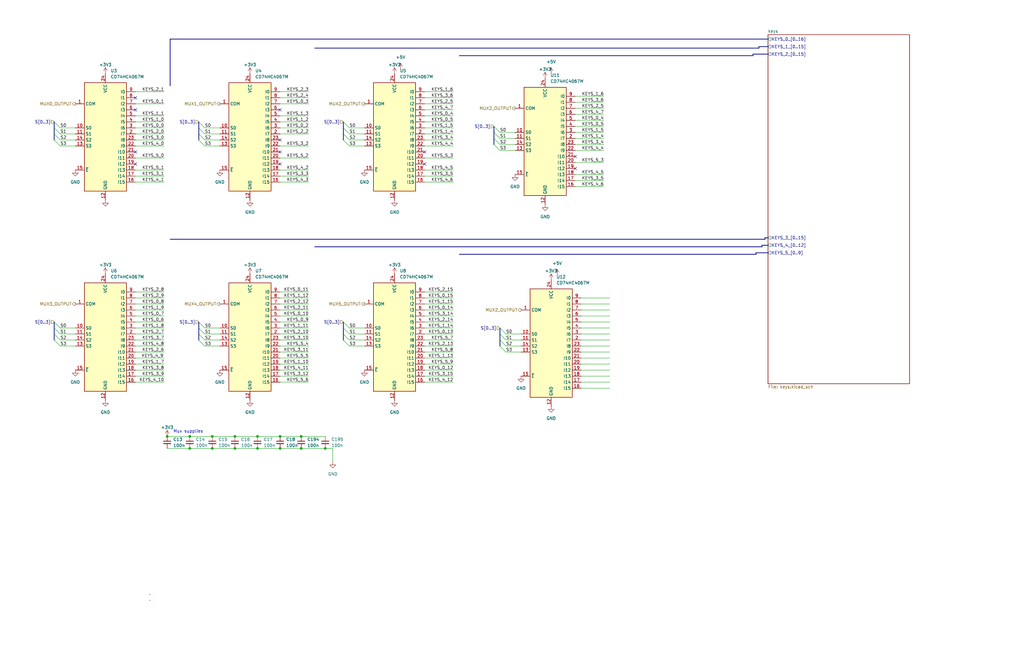
<source format=kicad_sch>
(kicad_sch
	(version 20231120)
	(generator "eeschema")
	(generator_version "8.0")
	(uuid "e2e007e9-ba57-495e-aae2-dedd096f5742")
	(paper "User" 431.8 279.4)
	(lib_symbols
		(symbol "74xx:CD74HC4067M"
			(exclude_from_sim no)
			(in_bom yes)
			(on_board yes)
			(property "Reference" "U"
				(at -8.89 22.86 0)
				(effects
					(font
						(size 1.27 1.27)
					)
					(justify left)
				)
			)
			(property "Value" "CD74HC4067M"
				(at 1.27 22.86 0)
				(effects
					(font
						(size 1.27 1.27)
					)
					(justify left)
				)
			)
			(property "Footprint" "Package_SO:SOIC-24W_7.5x15.4mm_P1.27mm"
				(at 22.86 -25.4 0)
				(effects
					(font
						(size 1.27 1.27)
						(italic yes)
					)
					(hide yes)
				)
			)
			(property "Datasheet" "http://www.ti.com/lit/ds/symlink/cd74hc4067.pdf"
				(at -8.89 21.59 0)
				(effects
					(font
						(size 1.27 1.27)
					)
					(hide yes)
				)
			)
			(property "Description" "High-Speed CMOS Logic 16-Channel Analog Multiplexer/Demultiplexer, SOIC-24"
				(at 0 0 0)
				(effects
					(font
						(size 1.27 1.27)
					)
					(hide yes)
				)
			)
			(property "ki_keywords" "multiplexer demultiplexer mux demux"
				(at 0 0 0)
				(effects
					(font
						(size 1.27 1.27)
					)
					(hide yes)
				)
			)
			(property "ki_fp_filters" "SOIC*W*7.5x15.4mm*P1.27mm*"
				(at 0 0 0)
				(effects
					(font
						(size 1.27 1.27)
					)
					(hide yes)
				)
			)
			(symbol "CD74HC4067M_0_1"
				(rectangle
					(start -8.89 21.59)
					(end 8.89 -24.13)
					(stroke
						(width 0.254)
						(type default)
					)
					(fill
						(type background)
					)
				)
			)
			(symbol "CD74HC4067M_1_1"
				(pin passive line
					(at -12.7 12.7 0)
					(length 3.81)
					(name "COM"
						(effects
							(font
								(size 1.27 1.27)
							)
						)
					)
					(number "1"
						(effects
							(font
								(size 1.27 1.27)
							)
						)
					)
				)
				(pin input line
					(at -12.7 2.54 0)
					(length 3.81)
					(name "S0"
						(effects
							(font
								(size 1.27 1.27)
							)
						)
					)
					(number "10"
						(effects
							(font
								(size 1.27 1.27)
							)
						)
					)
				)
				(pin input line
					(at -12.7 0 0)
					(length 3.81)
					(name "S1"
						(effects
							(font
								(size 1.27 1.27)
							)
						)
					)
					(number "11"
						(effects
							(font
								(size 1.27 1.27)
							)
						)
					)
				)
				(pin power_in line
					(at 0 -27.94 90)
					(length 3.81)
					(name "GND"
						(effects
							(font
								(size 1.27 1.27)
							)
						)
					)
					(number "12"
						(effects
							(font
								(size 1.27 1.27)
							)
						)
					)
				)
				(pin input line
					(at -12.7 -5.08 0)
					(length 3.81)
					(name "S3"
						(effects
							(font
								(size 1.27 1.27)
							)
						)
					)
					(number "13"
						(effects
							(font
								(size 1.27 1.27)
							)
						)
					)
				)
				(pin input line
					(at -12.7 -2.54 0)
					(length 3.81)
					(name "S2"
						(effects
							(font
								(size 1.27 1.27)
							)
						)
					)
					(number "14"
						(effects
							(font
								(size 1.27 1.27)
							)
						)
					)
				)
				(pin input line
					(at -12.7 -15.24 0)
					(length 3.81)
					(name "~{E}"
						(effects
							(font
								(size 1.27 1.27)
							)
						)
					)
					(number "15"
						(effects
							(font
								(size 1.27 1.27)
							)
						)
					)
				)
				(pin passive line
					(at 12.7 -20.32 180)
					(length 3.81)
					(name "I15"
						(effects
							(font
								(size 1.27 1.27)
							)
						)
					)
					(number "16"
						(effects
							(font
								(size 1.27 1.27)
							)
						)
					)
				)
				(pin passive line
					(at 12.7 -17.78 180)
					(length 3.81)
					(name "I14"
						(effects
							(font
								(size 1.27 1.27)
							)
						)
					)
					(number "17"
						(effects
							(font
								(size 1.27 1.27)
							)
						)
					)
				)
				(pin passive line
					(at 12.7 -15.24 180)
					(length 3.81)
					(name "I13"
						(effects
							(font
								(size 1.27 1.27)
							)
						)
					)
					(number "18"
						(effects
							(font
								(size 1.27 1.27)
							)
						)
					)
				)
				(pin passive line
					(at 12.7 -12.7 180)
					(length 3.81)
					(name "I12"
						(effects
							(font
								(size 1.27 1.27)
							)
						)
					)
					(number "19"
						(effects
							(font
								(size 1.27 1.27)
							)
						)
					)
				)
				(pin passive line
					(at 12.7 0 180)
					(length 3.81)
					(name "I7"
						(effects
							(font
								(size 1.27 1.27)
							)
						)
					)
					(number "2"
						(effects
							(font
								(size 1.27 1.27)
							)
						)
					)
				)
				(pin passive line
					(at 12.7 -10.16 180)
					(length 3.81)
					(name "I11"
						(effects
							(font
								(size 1.27 1.27)
							)
						)
					)
					(number "20"
						(effects
							(font
								(size 1.27 1.27)
							)
						)
					)
				)
				(pin passive line
					(at 12.7 -7.62 180)
					(length 3.81)
					(name "I10"
						(effects
							(font
								(size 1.27 1.27)
							)
						)
					)
					(number "21"
						(effects
							(font
								(size 1.27 1.27)
							)
						)
					)
				)
				(pin passive line
					(at 12.7 -5.08 180)
					(length 3.81)
					(name "I9"
						(effects
							(font
								(size 1.27 1.27)
							)
						)
					)
					(number "22"
						(effects
							(font
								(size 1.27 1.27)
							)
						)
					)
				)
				(pin passive line
					(at 12.7 -2.54 180)
					(length 3.81)
					(name "I8"
						(effects
							(font
								(size 1.27 1.27)
							)
						)
					)
					(number "23"
						(effects
							(font
								(size 1.27 1.27)
							)
						)
					)
				)
				(pin power_in line
					(at 0 25.4 270)
					(length 3.81)
					(name "VCC"
						(effects
							(font
								(size 1.27 1.27)
							)
						)
					)
					(number "24"
						(effects
							(font
								(size 1.27 1.27)
							)
						)
					)
				)
				(pin passive line
					(at 12.7 2.54 180)
					(length 3.81)
					(name "I6"
						(effects
							(font
								(size 1.27 1.27)
							)
						)
					)
					(number "3"
						(effects
							(font
								(size 1.27 1.27)
							)
						)
					)
				)
				(pin passive line
					(at 12.7 5.08 180)
					(length 3.81)
					(name "I5"
						(effects
							(font
								(size 1.27 1.27)
							)
						)
					)
					(number "4"
						(effects
							(font
								(size 1.27 1.27)
							)
						)
					)
				)
				(pin passive line
					(at 12.7 7.62 180)
					(length 3.81)
					(name "I4"
						(effects
							(font
								(size 1.27 1.27)
							)
						)
					)
					(number "5"
						(effects
							(font
								(size 1.27 1.27)
							)
						)
					)
				)
				(pin passive line
					(at 12.7 10.16 180)
					(length 3.81)
					(name "I3"
						(effects
							(font
								(size 1.27 1.27)
							)
						)
					)
					(number "6"
						(effects
							(font
								(size 1.27 1.27)
							)
						)
					)
				)
				(pin passive line
					(at 12.7 12.7 180)
					(length 3.81)
					(name "I2"
						(effects
							(font
								(size 1.27 1.27)
							)
						)
					)
					(number "7"
						(effects
							(font
								(size 1.27 1.27)
							)
						)
					)
				)
				(pin passive line
					(at 12.7 15.24 180)
					(length 3.81)
					(name "I1"
						(effects
							(font
								(size 1.27 1.27)
							)
						)
					)
					(number "8"
						(effects
							(font
								(size 1.27 1.27)
							)
						)
					)
				)
				(pin passive line
					(at 12.7 17.78 180)
					(length 3.81)
					(name "I0"
						(effects
							(font
								(size 1.27 1.27)
							)
						)
					)
					(number "9"
						(effects
							(font
								(size 1.27 1.27)
							)
						)
					)
				)
			)
		)
		(symbol "Device:C_Small"
			(pin_numbers hide)
			(pin_names
				(offset 0.254) hide)
			(exclude_from_sim no)
			(in_bom yes)
			(on_board yes)
			(property "Reference" "C"
				(at 0.254 1.778 0)
				(effects
					(font
						(size 1.27 1.27)
					)
					(justify left)
				)
			)
			(property "Value" "C_Small"
				(at 0.254 -2.032 0)
				(effects
					(font
						(size 1.27 1.27)
					)
					(justify left)
				)
			)
			(property "Footprint" ""
				(at 0 0 0)
				(effects
					(font
						(size 1.27 1.27)
					)
					(hide yes)
				)
			)
			(property "Datasheet" "~"
				(at 0 0 0)
				(effects
					(font
						(size 1.27 1.27)
					)
					(hide yes)
				)
			)
			(property "Description" "Unpolarized capacitor, small symbol"
				(at 0 0 0)
				(effects
					(font
						(size 1.27 1.27)
					)
					(hide yes)
				)
			)
			(property "ki_keywords" "capacitor cap"
				(at 0 0 0)
				(effects
					(font
						(size 1.27 1.27)
					)
					(hide yes)
				)
			)
			(property "ki_fp_filters" "C_*"
				(at 0 0 0)
				(effects
					(font
						(size 1.27 1.27)
					)
					(hide yes)
				)
			)
			(symbol "C_Small_0_1"
				(polyline
					(pts
						(xy -1.524 -0.508) (xy 1.524 -0.508)
					)
					(stroke
						(width 0.3302)
						(type default)
					)
					(fill
						(type none)
					)
				)
				(polyline
					(pts
						(xy -1.524 0.508) (xy 1.524 0.508)
					)
					(stroke
						(width 0.3048)
						(type default)
					)
					(fill
						(type none)
					)
				)
			)
			(symbol "C_Small_1_1"
				(pin passive line
					(at 0 2.54 270)
					(length 2.032)
					(name "~"
						(effects
							(font
								(size 1.27 1.27)
							)
						)
					)
					(number "1"
						(effects
							(font
								(size 1.27 1.27)
							)
						)
					)
				)
				(pin passive line
					(at 0 -2.54 90)
					(length 2.032)
					(name "~"
						(effects
							(font
								(size 1.27 1.27)
							)
						)
					)
					(number "2"
						(effects
							(font
								(size 1.27 1.27)
							)
						)
					)
				)
			)
		)
		(symbol "power:+3V3"
			(power)
			(pin_names
				(offset 0)
			)
			(exclude_from_sim no)
			(in_bom yes)
			(on_board yes)
			(property "Reference" "#PWR"
				(at 0 -3.81 0)
				(effects
					(font
						(size 1.27 1.27)
					)
					(hide yes)
				)
			)
			(property "Value" "+3V3"
				(at 0 3.556 0)
				(effects
					(font
						(size 1.27 1.27)
					)
				)
			)
			(property "Footprint" ""
				(at 0 0 0)
				(effects
					(font
						(size 1.27 1.27)
					)
					(hide yes)
				)
			)
			(property "Datasheet" ""
				(at 0 0 0)
				(effects
					(font
						(size 1.27 1.27)
					)
					(hide yes)
				)
			)
			(property "Description" "Power symbol creates a global label with name \"+3V3\""
				(at 0 0 0)
				(effects
					(font
						(size 1.27 1.27)
					)
					(hide yes)
				)
			)
			(property "ki_keywords" "global power"
				(at 0 0 0)
				(effects
					(font
						(size 1.27 1.27)
					)
					(hide yes)
				)
			)
			(symbol "+3V3_0_1"
				(polyline
					(pts
						(xy -0.762 1.27) (xy 0 2.54)
					)
					(stroke
						(width 0)
						(type default)
					)
					(fill
						(type none)
					)
				)
				(polyline
					(pts
						(xy 0 0) (xy 0 2.54)
					)
					(stroke
						(width 0)
						(type default)
					)
					(fill
						(type none)
					)
				)
				(polyline
					(pts
						(xy 0 2.54) (xy 0.762 1.27)
					)
					(stroke
						(width 0)
						(type default)
					)
					(fill
						(type none)
					)
				)
			)
			(symbol "+3V3_1_1"
				(pin power_in line
					(at 0 0 90)
					(length 0) hide
					(name "+3V3"
						(effects
							(font
								(size 1.27 1.27)
							)
						)
					)
					(number "1"
						(effects
							(font
								(size 1.27 1.27)
							)
						)
					)
				)
			)
		)
		(symbol "power:+5V"
			(power)
			(pin_names
				(offset 0)
			)
			(exclude_from_sim no)
			(in_bom yes)
			(on_board yes)
			(property "Reference" "#PWR"
				(at 0 -3.81 0)
				(effects
					(font
						(size 1.27 1.27)
					)
					(hide yes)
				)
			)
			(property "Value" "+5V"
				(at 0 3.556 0)
				(effects
					(font
						(size 1.27 1.27)
					)
				)
			)
			(property "Footprint" ""
				(at 0 0 0)
				(effects
					(font
						(size 1.27 1.27)
					)
					(hide yes)
				)
			)
			(property "Datasheet" ""
				(at 0 0 0)
				(effects
					(font
						(size 1.27 1.27)
					)
					(hide yes)
				)
			)
			(property "Description" "Power symbol creates a global label with name \"+5V\""
				(at 0 0 0)
				(effects
					(font
						(size 1.27 1.27)
					)
					(hide yes)
				)
			)
			(property "ki_keywords" "global power"
				(at 0 0 0)
				(effects
					(font
						(size 1.27 1.27)
					)
					(hide yes)
				)
			)
			(symbol "+5V_0_1"
				(polyline
					(pts
						(xy -0.762 1.27) (xy 0 2.54)
					)
					(stroke
						(width 0)
						(type default)
					)
					(fill
						(type none)
					)
				)
				(polyline
					(pts
						(xy 0 0) (xy 0 2.54)
					)
					(stroke
						(width 0)
						(type default)
					)
					(fill
						(type none)
					)
				)
				(polyline
					(pts
						(xy 0 2.54) (xy 0.762 1.27)
					)
					(stroke
						(width 0)
						(type default)
					)
					(fill
						(type none)
					)
				)
			)
			(symbol "+5V_1_1"
				(pin power_in line
					(at 0 0 90)
					(length 0) hide
					(name "+5V"
						(effects
							(font
								(size 1.27 1.27)
							)
						)
					)
					(number "1"
						(effects
							(font
								(size 1.27 1.27)
							)
						)
					)
				)
			)
		)
		(symbol "power:GND"
			(power)
			(pin_names
				(offset 0)
			)
			(exclude_from_sim no)
			(in_bom yes)
			(on_board yes)
			(property "Reference" "#PWR"
				(at 0 -6.35 0)
				(effects
					(font
						(size 1.27 1.27)
					)
					(hide yes)
				)
			)
			(property "Value" "GND"
				(at 0 -3.81 0)
				(effects
					(font
						(size 1.27 1.27)
					)
				)
			)
			(property "Footprint" ""
				(at 0 0 0)
				(effects
					(font
						(size 1.27 1.27)
					)
					(hide yes)
				)
			)
			(property "Datasheet" ""
				(at 0 0 0)
				(effects
					(font
						(size 1.27 1.27)
					)
					(hide yes)
				)
			)
			(property "Description" "Power symbol creates a global label with name \"GND\" , ground"
				(at 0 0 0)
				(effects
					(font
						(size 1.27 1.27)
					)
					(hide yes)
				)
			)
			(property "ki_keywords" "global power"
				(at 0 0 0)
				(effects
					(font
						(size 1.27 1.27)
					)
					(hide yes)
				)
			)
			(symbol "GND_0_1"
				(polyline
					(pts
						(xy 0 0) (xy 0 -1.27) (xy 1.27 -1.27) (xy 0 -2.54) (xy -1.27 -1.27) (xy 0 -1.27)
					)
					(stroke
						(width 0)
						(type default)
					)
					(fill
						(type none)
					)
				)
			)
			(symbol "GND_1_1"
				(pin power_in line
					(at 0 0 270)
					(length 0) hide
					(name "GND"
						(effects
							(font
								(size 1.27 1.27)
							)
						)
					)
					(number "1"
						(effects
							(font
								(size 1.27 1.27)
							)
						)
					)
				)
			)
		)
	)
	(junction
		(at 108.585 189.23)
		(diameter 0)
		(color 0 0 0 0)
		(uuid "00c4a00f-fd73-445c-ac3e-00b02f3836ba")
	)
	(junction
		(at 80.01 184.15)
		(diameter 0)
		(color 0 0 0 0)
		(uuid "239a0ab7-9e8e-44cb-b4e3-a10c89a3a92a")
	)
	(junction
		(at 118.11 184.15)
		(diameter 0)
		(color 0 0 0 0)
		(uuid "35570d60-7e60-4755-b8c0-79f80b58df99")
	)
	(junction
		(at 99.06 189.23)
		(diameter 0)
		(color 0 0 0 0)
		(uuid "527ce7cc-20cf-43cb-be5d-f7b46c713bc8")
	)
	(junction
		(at 80.01 189.23)
		(diameter 0)
		(color 0 0 0 0)
		(uuid "5daeb392-4e74-4af7-b24f-5ba0e3334cd6")
	)
	(junction
		(at 127 189.23)
		(diameter 0)
		(color 0 0 0 0)
		(uuid "5e033eb2-52fd-4514-9906-c97adbbb7437")
	)
	(junction
		(at 70.485 184.15)
		(diameter 0)
		(color 0 0 0 0)
		(uuid "600fffa7-e424-4270-9e52-9e5a5e049bf8")
	)
	(junction
		(at 99.06 184.15)
		(diameter 0)
		(color 0 0 0 0)
		(uuid "7eb80baa-6349-409b-8ca8-96dee506862d")
	)
	(junction
		(at 108.585 184.15)
		(diameter 0)
		(color 0 0 0 0)
		(uuid "91c9f11e-4966-4d2c-b10e-396afe11708e")
	)
	(junction
		(at 127 184.15)
		(diameter 0)
		(color 0 0 0 0)
		(uuid "92ab5e47-8faf-4174-a072-032de7576466")
	)
	(junction
		(at 89.535 189.23)
		(diameter 0)
		(color 0 0 0 0)
		(uuid "ba51e041-f56b-4457-9628-4b9e6fdc673f")
	)
	(junction
		(at 118.11 189.23)
		(diameter 0)
		(color 0 0 0 0)
		(uuid "baaab101-217a-473d-9730-bb31d2a9a239")
	)
	(junction
		(at 137.16 189.23)
		(diameter 0)
		(color 0 0 0 0)
		(uuid "bb186c60-8232-458e-8698-b03d624cba87")
	)
	(junction
		(at 89.535 184.15)
		(diameter 0)
		(color 0 0 0 0)
		(uuid "bf0dfbf5-7a1d-4b94-9a6b-31b4f620141e")
	)
	(no_connect
		(at 179.07 64.135)
		(uuid "166d147e-6392-4655-a26c-bf6dfecb830f")
	)
	(no_connect
		(at 242.57 66.04)
		(uuid "3d156324-3fe5-4a54-90c7-03cd5732acf9")
	)
	(no_connect
		(at 179.07 69.215)
		(uuid "582311d9-a956-4de4-b2b4-7db4bd2c7990")
	)
	(no_connect
		(at 118.11 59.055)
		(uuid "5f44761e-64f6-49b3-97dc-423148b30a1f")
	)
	(no_connect
		(at 57.15 69.215)
		(uuid "77f241c3-5a3a-4b77-abd4-7bffde4f068f")
	)
	(no_connect
		(at 242.57 71.12)
		(uuid "7c9d8059-d5c7-472b-ae3b-a6f4bda01411")
	)
	(no_connect
		(at 118.11 69.215)
		(uuid "8531c221-900e-4898-a227-7084aa5503da")
	)
	(no_connect
		(at 57.15 46.355)
		(uuid "8fc58cd2-6813-4587-b4ff-276d6272d9fe")
	)
	(no_connect
		(at 57.15 64.135)
		(uuid "9002a691-cf2c-41f2-910f-2cf824c620d0")
	)
	(no_connect
		(at 57.15 41.275)
		(uuid "c21f6e13-97bd-46f9-bde8-baaa661c72cc")
	)
	(no_connect
		(at 118.11 46.355)
		(uuid "e92c484a-b627-49da-bb1f-e0ea916eee4a")
	)
	(no_connect
		(at 118.11 64.135)
		(uuid "f9e75185-6b7c-4fca-844a-a1629c1d9298")
	)
	(bus_entry
		(at 144.78 59.055)
		(size 2.54 2.54)
		(stroke
			(width 0)
			(type default)
		)
		(uuid "04dc399d-ba23-46a9-86fb-7a9bcadc2cb1")
	)
	(bus_entry
		(at 144.78 143.51)
		(size 2.54 2.54)
		(stroke
			(width 0)
			(type default)
		)
		(uuid "0ce7385c-75e4-4fe4-bbba-0afee71936fb")
	)
	(bus_entry
		(at 83.82 143.51)
		(size 2.54 2.54)
		(stroke
			(width 0)
			(type default)
		)
		(uuid "15c2e97c-b8ac-4e88-8169-7b898c39ab3f")
	)
	(bus_entry
		(at 22.86 138.43)
		(size 2.54 2.54)
		(stroke
			(width 0)
			(type default)
		)
		(uuid "17b70d61-00f3-4359-a4a9-7c3fa0369ff0")
	)
	(bus_entry
		(at 208.28 55.88)
		(size 2.54 2.54)
		(stroke
			(width 0)
			(type default)
		)
		(uuid "18ac5f79-5394-453c-9a58-82c7ce89f91c")
	)
	(bus_entry
		(at 144.78 135.89)
		(size 2.54 2.54)
		(stroke
			(width 0)
			(type default)
		)
		(uuid "2101e0a0-51f5-403e-bb24-5bd19cc40098")
	)
	(bus_entry
		(at 210.82 143.51)
		(size 2.54 2.54)
		(stroke
			(width 0)
			(type default)
		)
		(uuid "28ab287e-bfcb-4866-ad06-85473b3c4c6e")
	)
	(bus_entry
		(at 22.86 140.97)
		(size 2.54 2.54)
		(stroke
			(width 0)
			(type default)
		)
		(uuid "2fe4cc09-69f4-450e-9ead-5083b2df85e1")
	)
	(bus_entry
		(at 83.82 135.89)
		(size 2.54 2.54)
		(stroke
			(width 0)
			(type default)
		)
		(uuid "39d12f0a-154e-4bb4-865f-c67614601fd4")
	)
	(bus_entry
		(at 210.82 140.97)
		(size 2.54 2.54)
		(stroke
			(width 0)
			(type default)
		)
		(uuid "3c0ebb34-b70e-4ff4-aa88-3524ac4b8efe")
	)
	(bus_entry
		(at 144.78 138.43)
		(size 2.54 2.54)
		(stroke
			(width 0)
			(type default)
		)
		(uuid "41d9cfd5-7b65-4196-bbb8-0c80b39a9620")
	)
	(bus_entry
		(at 83.82 56.515)
		(size 2.54 2.54)
		(stroke
			(width 0)
			(type default)
		)
		(uuid "4bf110e6-9fae-474a-b5f9-ab322547cda7")
	)
	(bus_entry
		(at 144.78 140.97)
		(size 2.54 2.54)
		(stroke
			(width 0)
			(type default)
		)
		(uuid "6815a43d-f902-4778-8c7d-1bd8c8b23fbc")
	)
	(bus_entry
		(at 210.82 138.43)
		(size 2.54 2.54)
		(stroke
			(width 0)
			(type default)
		)
		(uuid "6e46f99a-b29c-4cca-a21f-549123de47ad")
	)
	(bus_entry
		(at 22.86 59.055)
		(size 2.54 2.54)
		(stroke
			(width 0)
			(type default)
		)
		(uuid "7271a319-cfbb-4e41-802e-36e24d3a91c4")
	)
	(bus_entry
		(at 83.82 138.43)
		(size 2.54 2.54)
		(stroke
			(width 0)
			(type default)
		)
		(uuid "870ee863-9c82-46f7-87f0-b868210a8e15")
	)
	(bus_entry
		(at 22.86 143.51)
		(size 2.54 2.54)
		(stroke
			(width 0)
			(type default)
		)
		(uuid "8ada41c4-27dd-45c1-b5f2-022d19ffe78e")
	)
	(bus_entry
		(at 22.86 53.975)
		(size 2.54 2.54)
		(stroke
			(width 0)
			(type default)
		)
		(uuid "8cc6106e-864e-4931-806e-848b60d87dcf")
	)
	(bus_entry
		(at 83.82 53.975)
		(size 2.54 2.54)
		(stroke
			(width 0)
			(type default)
		)
		(uuid "8ddf74fe-bfb0-4926-85c3-21fc2f5516e6")
	)
	(bus_entry
		(at 22.86 51.435)
		(size 2.54 2.54)
		(stroke
			(width 0)
			(type default)
		)
		(uuid "97712c32-61c7-463b-9629-1a9fe7420533")
	)
	(bus_entry
		(at 208.28 53.34)
		(size 2.54 2.54)
		(stroke
			(width 0)
			(type default)
		)
		(uuid "a34de1c4-1ed4-473d-b2c0-ef75e77071f7")
	)
	(bus_entry
		(at 83.82 140.97)
		(size 2.54 2.54)
		(stroke
			(width 0)
			(type default)
		)
		(uuid "b8ad5a82-365b-44c6-b5ca-4c7ccc5bd190")
	)
	(bus_entry
		(at 144.78 56.515)
		(size 2.54 2.54)
		(stroke
			(width 0)
			(type default)
		)
		(uuid "c1c3502c-ce3a-4b36-98e4-b3a575080414")
	)
	(bus_entry
		(at 144.78 51.435)
		(size 2.54 2.54)
		(stroke
			(width 0)
			(type default)
		)
		(uuid "c301dc26-1253-43ef-ae0a-9657e71183b1")
	)
	(bus_entry
		(at 83.82 59.055)
		(size 2.54 2.54)
		(stroke
			(width 0)
			(type default)
		)
		(uuid "d4a33203-5d0c-4885-94dc-1fe82faa7f21")
	)
	(bus_entry
		(at 22.86 135.89)
		(size 2.54 2.54)
		(stroke
			(width 0)
			(type default)
		)
		(uuid "e1c69ae5-d28a-4376-b95a-19a0022cf083")
	)
	(bus_entry
		(at 208.28 60.96)
		(size 2.54 2.54)
		(stroke
			(width 0)
			(type default)
		)
		(uuid "f58cf3e3-a821-4204-87ea-9a4445fb2761")
	)
	(bus_entry
		(at 210.82 146.05)
		(size 2.54 2.54)
		(stroke
			(width 0)
			(type default)
		)
		(uuid "f5e0681e-b1fc-4f6e-b6b2-8e99cfe16d44")
	)
	(bus_entry
		(at 83.82 51.435)
		(size 2.54 2.54)
		(stroke
			(width 0)
			(type default)
		)
		(uuid "fb21d1da-af00-40d5-9a31-113dc3307dc1")
	)
	(bus_entry
		(at 144.78 53.975)
		(size 2.54 2.54)
		(stroke
			(width 0)
			(type default)
		)
		(uuid "fda5f890-f9fd-4b9e-a804-9924332343e3")
	)
	(bus_entry
		(at 208.28 58.42)
		(size 2.54 2.54)
		(stroke
			(width 0)
			(type default)
		)
		(uuid "fe55a645-38c4-440d-a87c-7a0119f03b55")
	)
	(bus_entry
		(at 22.86 56.515)
		(size 2.54 2.54)
		(stroke
			(width 0)
			(type default)
		)
		(uuid "fee0290e-3ea7-4fdc-9019-3000c8d4bdde")
	)
	(wire
		(pts
			(xy 242.57 55.88) (xy 254.635 55.88)
		)
		(stroke
			(width 0)
			(type default)
		)
		(uuid "01d0f1d4-f425-434c-9eba-eb694ac78fc0")
	)
	(wire
		(pts
			(xy 179.07 74.295) (xy 191.135 74.295)
		)
		(stroke
			(width 0)
			(type default)
		)
		(uuid "03725748-3a53-4576-9649-eea9de0a6307")
	)
	(wire
		(pts
			(xy 118.11 133.35) (xy 130.175 133.35)
		)
		(stroke
			(width 0)
			(type default)
		)
		(uuid "05580c08-4d23-4849-a915-3c091924c026")
	)
	(wire
		(pts
			(xy 179.07 59.055) (xy 191.135 59.055)
		)
		(stroke
			(width 0)
			(type default)
		)
		(uuid "07104c12-b364-4796-b254-08892f5ce5cd")
	)
	(wire
		(pts
			(xy 118.11 38.735) (xy 130.175 38.735)
		)
		(stroke
			(width 0)
			(type default)
		)
		(uuid "0750e8f3-3067-44d9-b19b-78b7e64e04fa")
	)
	(bus
		(pts
			(xy 71.755 36.195) (xy 71.755 16.51)
		)
		(stroke
			(width 0)
			(type default)
		)
		(uuid "07894fc2-8397-40b9-9303-7de719aa31cb")
	)
	(wire
		(pts
			(xy 86.36 53.975) (xy 92.71 53.975)
		)
		(stroke
			(width 0)
			(type default)
		)
		(uuid "07c655e9-8858-4cb2-9a87-3bd7b9c563ee")
	)
	(wire
		(pts
			(xy 179.07 123.19) (xy 191.135 123.19)
		)
		(stroke
			(width 0)
			(type default)
		)
		(uuid "083d6bbd-12b4-4e92-a9f1-61ac51a87678")
	)
	(wire
		(pts
			(xy 118.11 41.275) (xy 130.175 41.275)
		)
		(stroke
			(width 0)
			(type default)
		)
		(uuid "08f886a8-e70e-4ea8-a0bb-873a9ebf51c7")
	)
	(bus
		(pts
			(xy 318.77 106.68) (xy 318.77 107.315)
		)
		(stroke
			(width 0)
			(type default)
		)
		(uuid "0ad1958e-d2df-48be-a70c-99a57db69280")
	)
	(bus
		(pts
			(xy 210.82 143.51) (xy 210.82 146.05)
		)
		(stroke
			(width 0)
			(type default)
		)
		(uuid "0b1afb6f-78ca-43c0-97ff-e2458b40fab0")
	)
	(wire
		(pts
			(xy 242.57 60.96) (xy 254.635 60.96)
		)
		(stroke
			(width 0)
			(type default)
		)
		(uuid "0ea6937f-efcd-4deb-a2b2-006988c06d7c")
	)
	(wire
		(pts
			(xy 118.11 130.81) (xy 130.175 130.81)
		)
		(stroke
			(width 0)
			(type default)
		)
		(uuid "0f8a28c0-a4ae-450c-b86c-37765f6b9d17")
	)
	(bus
		(pts
			(xy 321.31 104.14) (xy 132.715 104.14)
		)
		(stroke
			(width 0)
			(type default)
		)
		(uuid "0fcc69da-0744-4316-93e1-e1cde74371bd")
	)
	(wire
		(pts
			(xy 62.865 253.365) (xy 63.5 253.365)
		)
		(stroke
			(width 0)
			(type default)
		)
		(uuid "110eb0d1-d2a7-4bd0-b3ec-7a1fd93998d8")
	)
	(wire
		(pts
			(xy 25.4 143.51) (xy 31.75 143.51)
		)
		(stroke
			(width 0)
			(type default)
		)
		(uuid "11609e3c-b3ea-4abd-ac58-c02f82d2ad0b")
	)
	(bus
		(pts
			(xy 71.755 16.51) (xy 323.85 16.51)
		)
		(stroke
			(width 0)
			(type default)
		)
		(uuid "13c7b6ba-c3a0-4496-abba-67d1aad753bc")
	)
	(wire
		(pts
			(xy 69.215 133.35) (xy 57.15 133.35)
		)
		(stroke
			(width 0)
			(type default)
		)
		(uuid "1507f7c6-a937-4dbb-9785-022ce49b7d43")
	)
	(wire
		(pts
			(xy 242.57 76.2) (xy 254.635 76.2)
		)
		(stroke
			(width 0)
			(type default)
		)
		(uuid "1703f698-4a4f-4724-bf02-4a0da6c920b5")
	)
	(wire
		(pts
			(xy 118.11 148.59) (xy 130.175 148.59)
		)
		(stroke
			(width 0)
			(type default)
		)
		(uuid "170861ce-c30a-4822-bfd2-7fa2ea93ba1f")
	)
	(wire
		(pts
			(xy 147.32 140.97) (xy 153.67 140.97)
		)
		(stroke
			(width 0)
			(type default)
		)
		(uuid "170a93f4-3db0-445f-803b-0c6f94011e1b")
	)
	(bus
		(pts
			(xy 22.86 140.97) (xy 22.86 143.51)
		)
		(stroke
			(width 0)
			(type default)
		)
		(uuid "173fa597-efd1-4f16-9ec8-27220345279c")
	)
	(wire
		(pts
			(xy 147.32 53.975) (xy 153.67 53.975)
		)
		(stroke
			(width 0)
			(type default)
		)
		(uuid "17664ff9-7f82-4cf8-941c-bd1400af524e")
	)
	(wire
		(pts
			(xy 210.82 55.88) (xy 217.17 55.88)
		)
		(stroke
			(width 0)
			(type default)
		)
		(uuid "17e87e76-5226-4b5e-b215-a0ab186e0a7a")
	)
	(wire
		(pts
			(xy 179.07 146.05) (xy 191.135 146.05)
		)
		(stroke
			(width 0)
			(type default)
		)
		(uuid "19b12c80-dfb0-4486-a177-13e42182f5f2")
	)
	(wire
		(pts
			(xy 130.175 53.975) (xy 118.11 53.975)
		)
		(stroke
			(width 0)
			(type default)
		)
		(uuid "1eeae547-e7ed-4678-935b-57e290923e06")
	)
	(wire
		(pts
			(xy 57.15 128.27) (xy 69.215 128.27)
		)
		(stroke
			(width 0)
			(type default)
		)
		(uuid "1f6465e1-5899-49d4-8098-e727586f32ea")
	)
	(wire
		(pts
			(xy 130.175 66.675) (xy 118.11 66.675)
		)
		(stroke
			(width 0)
			(type default)
		)
		(uuid "20c2d3cf-7bc5-44b5-bff6-02cd3958c1db")
	)
	(wire
		(pts
			(xy 69.215 51.435) (xy 57.15 51.435)
		)
		(stroke
			(width 0)
			(type default)
		)
		(uuid "2112238b-7a33-4da7-9542-da083a1db071")
	)
	(bus
		(pts
			(xy 317.5 22.86) (xy 323.85 22.86)
		)
		(stroke
			(width 0)
			(type default)
		)
		(uuid "21307fef-6667-426c-851c-be7f303ecfad")
	)
	(wire
		(pts
			(xy 57.15 140.97) (xy 69.215 140.97)
		)
		(stroke
			(width 0)
			(type default)
		)
		(uuid "218a9f38-7306-4c1c-9de5-0a291fd04d9e")
	)
	(wire
		(pts
			(xy 179.07 130.81) (xy 191.135 130.81)
		)
		(stroke
			(width 0)
			(type default)
		)
		(uuid "23d53de3-1291-4163-9904-3d61151e1844")
	)
	(bus
		(pts
			(xy 210.82 138.43) (xy 210.82 140.97)
		)
		(stroke
			(width 0)
			(type default)
		)
		(uuid "258603f0-9406-4600-bd14-69df029cb517")
	)
	(wire
		(pts
			(xy 70.485 184.15) (xy 80.01 184.15)
		)
		(stroke
			(width 0)
			(type default)
		)
		(uuid "2607c877-f784-457c-802e-7e96fdd7afe4")
	)
	(bus
		(pts
			(xy 144.78 140.97) (xy 144.78 143.51)
		)
		(stroke
			(width 0)
			(type default)
		)
		(uuid "2761a465-f46f-41b4-879c-e39927070d75")
	)
	(wire
		(pts
			(xy 179.07 133.35) (xy 191.135 133.35)
		)
		(stroke
			(width 0)
			(type default)
		)
		(uuid "279b3b4e-c610-4e55-bef2-b8a59a09ca24")
	)
	(bus
		(pts
			(xy 208.28 58.42) (xy 208.28 60.96)
		)
		(stroke
			(width 0)
			(type default)
		)
		(uuid "285d85db-7f55-41e2-a17f-9da1534d06b2")
	)
	(bus
		(pts
			(xy 144.78 138.43) (xy 144.78 140.97)
		)
		(stroke
			(width 0)
			(type default)
		)
		(uuid "28e936f3-74cd-4d58-9acc-d91b8af07c11")
	)
	(wire
		(pts
			(xy 57.15 156.21) (xy 69.215 156.21)
		)
		(stroke
			(width 0)
			(type default)
		)
		(uuid "2a36ba17-16a8-45cf-88b8-d1306866bebd")
	)
	(wire
		(pts
			(xy 86.36 61.595) (xy 92.71 61.595)
		)
		(stroke
			(width 0)
			(type default)
		)
		(uuid "2aee900e-ddbc-4f3a-80ef-c6d508f2f195")
	)
	(wire
		(pts
			(xy 25.4 146.05) (xy 31.75 146.05)
		)
		(stroke
			(width 0)
			(type default)
		)
		(uuid "2b7c4d92-4d10-462e-a72d-1e6af2556220")
	)
	(wire
		(pts
			(xy 257.175 130.81) (xy 245.11 130.81)
		)
		(stroke
			(width 0)
			(type default)
		)
		(uuid "2b8e7887-ed74-468b-a5e7-06ce1cc6d0aa")
	)
	(wire
		(pts
			(xy 147.32 59.055) (xy 153.67 59.055)
		)
		(stroke
			(width 0)
			(type default)
		)
		(uuid "2cb072fd-37a8-41e2-9def-f8136fb76a9e")
	)
	(wire
		(pts
			(xy 57.15 161.29) (xy 69.215 161.29)
		)
		(stroke
			(width 0)
			(type default)
		)
		(uuid "2cb99683-a849-4f72-b16d-078b3c8cee58")
	)
	(wire
		(pts
			(xy 213.36 146.05) (xy 219.71 146.05)
		)
		(stroke
			(width 0)
			(type default)
		)
		(uuid "2e071805-7bc2-439f-8acc-9a797cb8883d")
	)
	(wire
		(pts
			(xy 86.36 59.055) (xy 92.71 59.055)
		)
		(stroke
			(width 0)
			(type default)
		)
		(uuid "2eacd26d-ec50-4eed-9841-ce20bafc0a01")
	)
	(wire
		(pts
			(xy 69.215 48.895) (xy 57.15 48.895)
		)
		(stroke
			(width 0)
			(type default)
		)
		(uuid "2ff396de-0895-4920-9c9f-c707eba645b6")
	)
	(wire
		(pts
			(xy 245.11 133.35) (xy 257.175 133.35)
		)
		(stroke
			(width 0)
			(type default)
		)
		(uuid "319fca2b-407e-4846-baac-205ef6e7e86a")
	)
	(bus
		(pts
			(xy 322.58 100.965) (xy 71.755 100.965)
		)
		(stroke
			(width 0)
			(type default)
		)
		(uuid "31ee76af-2843-4bef-92e4-5ac46d5146a9")
	)
	(wire
		(pts
			(xy 191.135 43.815) (xy 179.07 43.815)
		)
		(stroke
			(width 0)
			(type default)
		)
		(uuid "32c72064-5eab-4e1c-b162-d3b379577256")
	)
	(wire
		(pts
			(xy 179.07 41.275) (xy 191.135 41.275)
		)
		(stroke
			(width 0)
			(type default)
		)
		(uuid "3426e781-23de-4a7a-a078-48785f1ad272")
	)
	(bus
		(pts
			(xy 320.04 19.685) (xy 323.85 19.685)
		)
		(stroke
			(width 0)
			(type default)
		)
		(uuid "34754149-890a-4bd1-a044-47755ea074aa")
	)
	(wire
		(pts
			(xy 242.57 78.74) (xy 254.635 78.74)
		)
		(stroke
			(width 0)
			(type default)
		)
		(uuid "35f850b7-d3d2-4610-a290-d425fce71c90")
	)
	(wire
		(pts
			(xy 80.01 189.23) (xy 89.535 189.23)
		)
		(stroke
			(width 0)
			(type default)
		)
		(uuid "36a25c36-e098-460d-b614-4f99f02868da")
	)
	(wire
		(pts
			(xy 108.585 184.15) (xy 118.11 184.15)
		)
		(stroke
			(width 0)
			(type default)
		)
		(uuid "36d00c7f-505f-40de-9928-f0f9542fba75")
	)
	(bus
		(pts
			(xy 317.5 22.86) (xy 317.5 23.495)
		)
		(stroke
			(width 0)
			(type default)
		)
		(uuid "396a6584-d51b-4e1b-83e3-4396607b6342")
	)
	(bus
		(pts
			(xy 22.86 51.435) (xy 22.86 53.975)
		)
		(stroke
			(width 0)
			(type default)
		)
		(uuid "39870cd1-f81d-4d70-ac42-a82d5a232154")
	)
	(wire
		(pts
			(xy 179.07 138.43) (xy 191.135 138.43)
		)
		(stroke
			(width 0)
			(type default)
		)
		(uuid "3b4e4d25-6664-41bc-9b5d-b25aea56dc64")
	)
	(wire
		(pts
			(xy 245.11 140.97) (xy 257.175 140.97)
		)
		(stroke
			(width 0)
			(type default)
		)
		(uuid "3d1d5d77-308a-4db4-9ede-513963fd3e5e")
	)
	(wire
		(pts
			(xy 179.07 143.51) (xy 191.135 143.51)
		)
		(stroke
			(width 0)
			(type default)
		)
		(uuid "3efa080c-22ba-4a1a-bb70-b2ab210b627d")
	)
	(bus
		(pts
			(xy 22.86 53.975) (xy 22.86 56.515)
		)
		(stroke
			(width 0)
			(type default)
		)
		(uuid "4129286e-2fb3-4bd3-b47e-c09c4989b0b9")
	)
	(wire
		(pts
			(xy 118.11 123.19) (xy 130.175 123.19)
		)
		(stroke
			(width 0)
			(type default)
		)
		(uuid "41410dd2-2b9c-4e51-a820-ea13890f9e30")
	)
	(wire
		(pts
			(xy 242.57 68.58) (xy 254.635 68.58)
		)
		(stroke
			(width 0)
			(type default)
		)
		(uuid "4415336c-f94b-4099-8500-b09972a24b58")
	)
	(bus
		(pts
			(xy 208.28 55.88) (xy 208.28 58.42)
		)
		(stroke
			(width 0)
			(type default)
		)
		(uuid "4436d8e1-560a-4774-b1d9-fa84fe55d3c9")
	)
	(wire
		(pts
			(xy 242.57 43.18) (xy 254.635 43.18)
		)
		(stroke
			(width 0)
			(type default)
		)
		(uuid "4481abce-eebb-497c-8e06-2aacc954777f")
	)
	(bus
		(pts
			(xy 210.82 140.97) (xy 210.82 143.51)
		)
		(stroke
			(width 0)
			(type default)
		)
		(uuid "46893106-73b3-4816-b521-6bd41ff507c2")
	)
	(wire
		(pts
			(xy 245.11 148.59) (xy 257.175 148.59)
		)
		(stroke
			(width 0)
			(type default)
		)
		(uuid "47106993-a4f7-4a0b-816e-205ebbb18186")
	)
	(wire
		(pts
			(xy 118.11 151.13) (xy 130.175 151.13)
		)
		(stroke
			(width 0)
			(type default)
		)
		(uuid "47b63d3c-6d0e-46ea-b594-6594e60b4102")
	)
	(wire
		(pts
			(xy 242.57 50.8) (xy 254.635 50.8)
		)
		(stroke
			(width 0)
			(type default)
		)
		(uuid "4891041c-9c1d-49e1-b34b-27606de8b32b")
	)
	(wire
		(pts
			(xy 245.11 125.73) (xy 257.175 125.73)
		)
		(stroke
			(width 0)
			(type default)
		)
		(uuid "4c6767ef-9db8-433d-be8b-656dfda44687")
	)
	(wire
		(pts
			(xy 130.175 56.515) (xy 118.11 56.515)
		)
		(stroke
			(width 0)
			(type default)
		)
		(uuid "4deac541-a216-430b-8cb5-8985a3843d7c")
	)
	(wire
		(pts
			(xy 25.4 56.515) (xy 31.75 56.515)
		)
		(stroke
			(width 0)
			(type default)
		)
		(uuid "4e0ceda0-4c35-4324-855a-1ba2fb6734b2")
	)
	(wire
		(pts
			(xy 118.11 125.73) (xy 130.175 125.73)
		)
		(stroke
			(width 0)
			(type default)
		)
		(uuid "4e6484e2-bf86-4dea-852c-d75c8e3c5ba1")
	)
	(wire
		(pts
			(xy 245.11 151.13) (xy 257.175 151.13)
		)
		(stroke
			(width 0)
			(type default)
		)
		(uuid "50af9b61-9c7f-428e-ac5d-c31753786a2d")
	)
	(wire
		(pts
			(xy 254.635 45.72) (xy 242.57 45.72)
		)
		(stroke
			(width 0)
			(type default)
		)
		(uuid "5172f1aa-d019-4526-af48-e8ad44a71107")
	)
	(wire
		(pts
			(xy 179.07 148.59) (xy 191.135 148.59)
		)
		(stroke
			(width 0)
			(type default)
		)
		(uuid "5271bfaa-72a7-458b-bab0-68f2590edbf0")
	)
	(wire
		(pts
			(xy 127 184.15) (xy 137.16 184.15)
		)
		(stroke
			(width 0)
			(type default)
		)
		(uuid "532386ae-26f8-48ef-a7fb-ffe8d043f96a")
	)
	(wire
		(pts
			(xy 245.11 161.29) (xy 257.175 161.29)
		)
		(stroke
			(width 0)
			(type default)
		)
		(uuid "53e37b82-45c3-46b5-ad61-d86b0d4b6ae1")
	)
	(bus
		(pts
			(xy 320.04 19.685) (xy 320.04 20.32)
		)
		(stroke
			(width 0)
			(type default)
		)
		(uuid "5403ac49-d67e-423e-a694-a0207c523f54")
	)
	(wire
		(pts
			(xy 69.215 76.835) (xy 57.15 76.835)
		)
		(stroke
			(width 0)
			(type default)
		)
		(uuid "54d662e0-a890-47b7-ac61-a8da0e853aa3")
	)
	(wire
		(pts
			(xy 86.36 140.97) (xy 92.71 140.97)
		)
		(stroke
			(width 0)
			(type default)
		)
		(uuid "57eaca6d-ef04-4f5d-ac89-37d6cce482dc")
	)
	(wire
		(pts
			(xy 25.4 59.055) (xy 31.75 59.055)
		)
		(stroke
			(width 0)
			(type default)
		)
		(uuid "58ecb215-be24-48cb-9c6a-988d3b63fcab")
	)
	(wire
		(pts
			(xy 25.4 140.97) (xy 31.75 140.97)
		)
		(stroke
			(width 0)
			(type default)
		)
		(uuid "58ff98ef-f5e4-4153-a28f-a8d4ed431805")
	)
	(bus
		(pts
			(xy 321.31 103.505) (xy 323.85 103.505)
		)
		(stroke
			(width 0)
			(type default)
		)
		(uuid "59e35aa7-1234-4c22-8910-948268954efb")
	)
	(wire
		(pts
			(xy 118.11 140.97) (xy 130.175 140.97)
		)
		(stroke
			(width 0)
			(type default)
		)
		(uuid "5ad4979f-cae7-44d8-a75e-fb1abc884f4b")
	)
	(wire
		(pts
			(xy 57.15 143.51) (xy 69.215 143.51)
		)
		(stroke
			(width 0)
			(type default)
		)
		(uuid "5b1d3404-99bf-4290-beba-3985ecc96092")
	)
	(wire
		(pts
			(xy 179.07 71.755) (xy 191.135 71.755)
		)
		(stroke
			(width 0)
			(type default)
		)
		(uuid "5f59d340-ce38-49e9-85e0-9d1a479549b7")
	)
	(wire
		(pts
			(xy 179.07 151.13) (xy 191.135 151.13)
		)
		(stroke
			(width 0)
			(type default)
		)
		(uuid "5f75917f-f909-4667-a1b4-adbeffd7ffbf")
	)
	(bus
		(pts
			(xy 83.82 51.435) (xy 83.82 53.975)
		)
		(stroke
			(width 0)
			(type default)
		)
		(uuid "5fd1c93a-1893-48b0-93ac-a25a519876aa")
	)
	(wire
		(pts
			(xy 80.01 184.15) (xy 89.535 184.15)
		)
		(stroke
			(width 0)
			(type default)
		)
		(uuid "5fe581da-4506-4cf3-88e3-79f56ef14991")
	)
	(wire
		(pts
			(xy 179.07 46.355) (xy 191.135 46.355)
		)
		(stroke
			(width 0)
			(type default)
		)
		(uuid "64aec129-69b5-4cd9-bf5e-cc7b62044a43")
	)
	(wire
		(pts
			(xy 86.36 143.51) (xy 92.71 143.51)
		)
		(stroke
			(width 0)
			(type default)
		)
		(uuid "6533f12f-7f01-4bb0-9b7d-8a96d9452b85")
	)
	(wire
		(pts
			(xy 245.11 128.27) (xy 257.175 128.27)
		)
		(stroke
			(width 0)
			(type default)
		)
		(uuid "65d1b732-3d5e-4a58-a3e0-8b0c258c2678")
	)
	(bus
		(pts
			(xy 83.82 56.515) (xy 83.82 59.055)
		)
		(stroke
			(width 0)
			(type default)
		)
		(uuid "67593d8a-4e18-4e6d-8f7d-0987f1b09fc8")
	)
	(bus
		(pts
			(xy 83.82 140.97) (xy 83.82 143.51)
		)
		(stroke
			(width 0)
			(type default)
		)
		(uuid "67fe013f-adee-4d13-b40b-db1cdf9d28cf")
	)
	(bus
		(pts
			(xy 22.86 56.515) (xy 22.86 59.055)
		)
		(stroke
			(width 0)
			(type default)
		)
		(uuid "688f85d4-89bd-47b4-b34c-2852b40f93c8")
	)
	(wire
		(pts
			(xy 25.4 53.975) (xy 31.75 53.975)
		)
		(stroke
			(width 0)
			(type default)
		)
		(uuid "6b5577b8-d304-452f-b612-92a80dfd51aa")
	)
	(wire
		(pts
			(xy 179.07 161.29) (xy 191.135 161.29)
		)
		(stroke
			(width 0)
			(type default)
		)
		(uuid "6f1de69e-4732-4411-857e-746d032a7390")
	)
	(wire
		(pts
			(xy 245.11 156.21) (xy 257.175 156.21)
		)
		(stroke
			(width 0)
			(type default)
		)
		(uuid "7065d763-b7c0-4b32-8042-41e5ab7a1788")
	)
	(wire
		(pts
			(xy 69.215 38.735) (xy 57.15 38.735)
		)
		(stroke
			(width 0)
			(type default)
		)
		(uuid "70a36d13-3736-4f0b-b4f6-604fe2afa43f")
	)
	(wire
		(pts
			(xy 69.215 71.755) (xy 57.15 71.755)
		)
		(stroke
			(width 0)
			(type default)
		)
		(uuid "70f27ee7-0e1d-4b1a-a365-dc4470e4a21b")
	)
	(bus
		(pts
			(xy 317.5 23.495) (xy 193.675 23.495)
		)
		(stroke
			(width 0)
			(type default)
		)
		(uuid "71f21897-42e0-4bb9-95d4-594ea11780a7")
	)
	(wire
		(pts
			(xy 179.07 38.735) (xy 191.135 38.735)
		)
		(stroke
			(width 0)
			(type default)
		)
		(uuid "723c15c0-94a1-468e-bec7-b23982abb485")
	)
	(bus
		(pts
			(xy 322.58 100.33) (xy 322.58 100.965)
		)
		(stroke
			(width 0)
			(type default)
		)
		(uuid "736cb234-8956-482b-9dc8-0755c604a711")
	)
	(wire
		(pts
			(xy 69.215 74.295) (xy 57.15 74.295)
		)
		(stroke
			(width 0)
			(type default)
		)
		(uuid "73a2f6ce-bf94-45ab-ae28-1cef9d7710aa")
	)
	(wire
		(pts
			(xy 69.215 61.595) (xy 57.15 61.595)
		)
		(stroke
			(width 0)
			(type default)
		)
		(uuid "744f4f78-6d16-47f3-8d89-e3429d50063b")
	)
	(bus
		(pts
			(xy 321.31 103.505) (xy 321.31 104.14)
		)
		(stroke
			(width 0)
			(type default)
		)
		(uuid "747d516b-abe6-4c49-8787-8730d9cc51bb")
	)
	(wire
		(pts
			(xy 118.11 184.15) (xy 127 184.15)
		)
		(stroke
			(width 0)
			(type default)
		)
		(uuid "7551d743-c435-4737-a6fb-236cbb5269f4")
	)
	(wire
		(pts
			(xy 57.15 146.05) (xy 69.215 146.05)
		)
		(stroke
			(width 0)
			(type default)
		)
		(uuid "75b6fe38-b6ed-44ba-a78d-4dbe616de601")
	)
	(wire
		(pts
			(xy 179.07 66.675) (xy 191.135 66.675)
		)
		(stroke
			(width 0)
			(type default)
		)
		(uuid "77f18e79-98c7-44d6-8a70-f6924403437f")
	)
	(bus
		(pts
			(xy 144.78 53.975) (xy 144.78 56.515)
		)
		(stroke
			(width 0)
			(type default)
		)
		(uuid "785ce952-a66c-480c-b21c-ce5965947970")
	)
	(wire
		(pts
			(xy 147.32 143.51) (xy 153.67 143.51)
		)
		(stroke
			(width 0)
			(type default)
		)
		(uuid "79171baa-e6d4-4b0e-a585-93306e25d923")
	)
	(bus
		(pts
			(xy 208.28 53.34) (xy 208.28 55.88)
		)
		(stroke
			(width 0)
			(type default)
		)
		(uuid "7a60a22a-a415-404a-b599-7ad0b90f6caa")
	)
	(bus
		(pts
			(xy 318.77 107.315) (xy 193.675 107.315)
		)
		(stroke
			(width 0)
			(type default)
		)
		(uuid "7a8beb32-02c1-408a-9971-3febfda823b4")
	)
	(wire
		(pts
			(xy 118.11 156.21) (xy 130.175 156.21)
		)
		(stroke
			(width 0)
			(type default)
		)
		(uuid "7b25ba12-6194-463f-b214-4de113956b14")
	)
	(wire
		(pts
			(xy 89.535 184.15) (xy 99.06 184.15)
		)
		(stroke
			(width 0)
			(type default)
		)
		(uuid "7b6b2a63-4208-4201-9e5e-3e1500263ceb")
	)
	(bus
		(pts
			(xy 144.78 56.515) (xy 144.78 59.055)
		)
		(stroke
			(width 0)
			(type default)
		)
		(uuid "7be7a3a6-c55a-47b7-907e-b217d3694b04")
	)
	(bus
		(pts
			(xy 83.82 135.89) (xy 83.82 138.43)
		)
		(stroke
			(width 0)
			(type default)
		)
		(uuid "7d220fe2-7585-485b-96c1-955198dbf06e")
	)
	(wire
		(pts
			(xy 242.57 73.66) (xy 254.635 73.66)
		)
		(stroke
			(width 0)
			(type default)
		)
		(uuid "7d2fe3b6-dedd-4058-a0de-8bd31a2a5824")
	)
	(wire
		(pts
			(xy 127 189.23) (xy 118.11 189.23)
		)
		(stroke
			(width 0)
			(type default)
		)
		(uuid "7db48083-a367-4d82-b10c-5ab5769e2c09")
	)
	(wire
		(pts
			(xy 69.215 43.815) (xy 57.15 43.815)
		)
		(stroke
			(width 0)
			(type default)
		)
		(uuid "7e2803fe-5702-497f-bc52-60621fb52586")
	)
	(wire
		(pts
			(xy 69.215 59.055) (xy 57.15 59.055)
		)
		(stroke
			(width 0)
			(type default)
		)
		(uuid "7fbebb10-2682-42cf-9a40-7ebd68811c36")
	)
	(wire
		(pts
			(xy 130.175 71.755) (xy 118.11 71.755)
		)
		(stroke
			(width 0)
			(type default)
		)
		(uuid "8077a1ed-e0c3-4f09-bc1f-25254c198114")
	)
	(wire
		(pts
			(xy 99.06 184.15) (xy 108.585 184.15)
		)
		(stroke
			(width 0)
			(type default)
		)
		(uuid "80864ac0-33c7-40e6-9e5d-ce7ea46e5e83")
	)
	(wire
		(pts
			(xy 25.4 61.595) (xy 31.75 61.595)
		)
		(stroke
			(width 0)
			(type default)
		)
		(uuid "815f5f23-6c60-409a-92b1-47149e16f0d3")
	)
	(wire
		(pts
			(xy 89.535 189.23) (xy 99.06 189.23)
		)
		(stroke
			(width 0)
			(type default)
		)
		(uuid "819f1970-a49c-4518-a167-8c4b7b9d8dc2")
	)
	(wire
		(pts
			(xy 213.36 143.51) (xy 219.71 143.51)
		)
		(stroke
			(width 0)
			(type default)
		)
		(uuid "82c964cc-3df3-43ea-8fc6-9fdf0f7c427e")
	)
	(wire
		(pts
			(xy 213.36 140.97) (xy 219.71 140.97)
		)
		(stroke
			(width 0)
			(type default)
		)
		(uuid "84484a1e-80e2-4242-b488-72e247f9f865")
	)
	(wire
		(pts
			(xy 118.11 158.75) (xy 130.175 158.75)
		)
		(stroke
			(width 0)
			(type default)
		)
		(uuid "882ad53a-63a8-4663-bef1-dd9e78d2eb70")
	)
	(wire
		(pts
			(xy 62.865 250.825) (xy 63.5 250.825)
		)
		(stroke
			(width 0)
			(type default)
		)
		(uuid "8a3264b4-7404-4690-ae82-d6a53b20e87a")
	)
	(wire
		(pts
			(xy 210.82 58.42) (xy 217.17 58.42)
		)
		(stroke
			(width 0)
			(type default)
		)
		(uuid "8db16d02-552e-4c05-8210-5e6b9d84c7c4")
	)
	(wire
		(pts
			(xy 118.11 143.51) (xy 130.175 143.51)
		)
		(stroke
			(width 0)
			(type default)
		)
		(uuid "8fd7c975-c193-49fe-a181-1c6baa27bb58")
	)
	(wire
		(pts
			(xy 69.215 56.515) (xy 57.15 56.515)
		)
		(stroke
			(width 0)
			(type default)
		)
		(uuid "9000e43b-8dfe-46fc-9657-9928d80208fe")
	)
	(wire
		(pts
			(xy 118.11 48.895) (xy 130.175 48.895)
		)
		(stroke
			(width 0)
			(type default)
		)
		(uuid "91b306ab-8602-403e-8777-8bd84cb8ba65")
	)
	(wire
		(pts
			(xy 245.11 146.05) (xy 257.175 146.05)
		)
		(stroke
			(width 0)
			(type default)
		)
		(uuid "91c4a4ce-0f5e-4f3f-ac56-93e514d17c82")
	)
	(bus
		(pts
			(xy 144.78 135.89) (xy 144.78 138.43)
		)
		(stroke
			(width 0)
			(type default)
		)
		(uuid "921f24bc-ef0e-4edd-b5e0-27e685ae77c8")
	)
	(wire
		(pts
			(xy 25.4 138.43) (xy 31.75 138.43)
		)
		(stroke
			(width 0)
			(type default)
		)
		(uuid "937b4f62-58b7-4507-a34e-4f0204d26f7b")
	)
	(bus
		(pts
			(xy 83.82 53.975) (xy 83.82 56.515)
		)
		(stroke
			(width 0)
			(type default)
		)
		(uuid "93ae716b-aff5-4fc7-a014-5e65e0cf5c22")
	)
	(wire
		(pts
			(xy 147.32 56.515) (xy 153.67 56.515)
		)
		(stroke
			(width 0)
			(type default)
		)
		(uuid "98640539-2ec6-49c5-812d-a71a3600d1d8")
	)
	(wire
		(pts
			(xy 179.07 48.895) (xy 191.135 48.895)
		)
		(stroke
			(width 0)
			(type default)
		)
		(uuid "9abe7af8-1012-4009-9cf4-6953acf79531")
	)
	(wire
		(pts
			(xy 179.07 140.97) (xy 191.135 140.97)
		)
		(stroke
			(width 0)
			(type default)
		)
		(uuid "9ac880e1-01de-44da-89ab-fe8025db01d6")
	)
	(wire
		(pts
			(xy 86.36 56.515) (xy 92.71 56.515)
		)
		(stroke
			(width 0)
			(type default)
		)
		(uuid "9b22fd78-4f19-41de-a292-d6b454ea13c8")
	)
	(wire
		(pts
			(xy 242.57 40.64) (xy 254.635 40.64)
		)
		(stroke
			(width 0)
			(type default)
		)
		(uuid "9b745094-d3b5-4194-8baa-fd815e425da5")
	)
	(wire
		(pts
			(xy 179.07 153.67) (xy 191.135 153.67)
		)
		(stroke
			(width 0)
			(type default)
		)
		(uuid "9d1b784b-57ea-4075-bd33-df792b6056e2")
	)
	(wire
		(pts
			(xy 245.11 158.75) (xy 257.175 158.75)
		)
		(stroke
			(width 0)
			(type default)
		)
		(uuid "9d6e74fc-a321-40dc-8411-6f9593b90283")
	)
	(wire
		(pts
			(xy 118.11 135.89) (xy 130.175 135.89)
		)
		(stroke
			(width 0)
			(type default)
		)
		(uuid "9ef23d36-15e0-4339-b31e-0cac6647184d")
	)
	(wire
		(pts
			(xy 245.11 138.43) (xy 257.175 138.43)
		)
		(stroke
			(width 0)
			(type default)
		)
		(uuid "a2224c73-2601-4a30-9363-3668d6eb7102")
	)
	(wire
		(pts
			(xy 245.11 163.83) (xy 257.175 163.83)
		)
		(stroke
			(width 0)
			(type default)
		)
		(uuid "a256d8f4-a73f-427a-a24a-5831cfb4e11c")
	)
	(wire
		(pts
			(xy 57.15 151.13) (xy 69.215 151.13)
		)
		(stroke
			(width 0)
			(type default)
		)
		(uuid "a52585b5-337c-49b3-b04b-a8e95bbd7b75")
	)
	(wire
		(pts
			(xy 57.15 125.73) (xy 69.215 125.73)
		)
		(stroke
			(width 0)
			(type default)
		)
		(uuid "aa3c5a8f-9b00-4490-b986-781a435f94f5")
	)
	(wire
		(pts
			(xy 99.06 189.23) (xy 108.585 189.23)
		)
		(stroke
			(width 0)
			(type default)
		)
		(uuid "aaf080fd-3f60-46d6-8b48-c1cf2b13b7c5")
	)
	(wire
		(pts
			(xy 179.07 135.89) (xy 191.135 135.89)
		)
		(stroke
			(width 0)
			(type default)
		)
		(uuid "abb592cf-f96b-4d90-a74d-ec449b1be17e")
	)
	(wire
		(pts
			(xy 57.15 123.19) (xy 69.215 123.19)
		)
		(stroke
			(width 0)
			(type default)
		)
		(uuid "ad73cf05-9905-4358-8999-1d4a08f7f63e")
	)
	(wire
		(pts
			(xy 118.11 74.295) (xy 130.175 74.295)
		)
		(stroke
			(width 0)
			(type default)
		)
		(uuid "ae9271aa-ff75-414d-8aa9-1b27a15d535d")
	)
	(wire
		(pts
			(xy 57.15 135.89) (xy 69.215 135.89)
		)
		(stroke
			(width 0)
			(type default)
		)
		(uuid "b0413e38-cc91-4c72-9fb1-ae89302a2f3b")
	)
	(wire
		(pts
			(xy 245.11 153.67) (xy 257.175 153.67)
		)
		(stroke
			(width 0)
			(type default)
		)
		(uuid "b0b22a38-4240-4c4a-8d0b-55d6c22f980b")
	)
	(wire
		(pts
			(xy 69.215 53.975) (xy 57.15 53.975)
		)
		(stroke
			(width 0)
			(type default)
		)
		(uuid "b2b31c9a-089f-442b-b4f5-192f14f550d6")
	)
	(wire
		(pts
			(xy 179.07 51.435) (xy 191.135 51.435)
		)
		(stroke
			(width 0)
			(type default)
		)
		(uuid "b800c82f-5704-4f95-94e1-e537777e7c58")
	)
	(bus
		(pts
			(xy 22.86 138.43) (xy 22.86 140.97)
		)
		(stroke
			(width 0)
			(type default)
		)
		(uuid "b894a039-08b9-47d4-bfff-76f0a4def255")
	)
	(wire
		(pts
			(xy 57.15 153.67) (xy 69.215 153.67)
		)
		(stroke
			(width 0)
			(type default)
		)
		(uuid "b9a2a18d-7493-45b0-a4c5-1c34c5113b99")
	)
	(wire
		(pts
			(xy 130.175 61.595) (xy 118.11 61.595)
		)
		(stroke
			(width 0)
			(type default)
		)
		(uuid "bff9003e-c068-42a6-ba51-9fa0977da7d0")
	)
	(wire
		(pts
			(xy 179.07 125.73) (xy 191.135 125.73)
		)
		(stroke
			(width 0)
			(type default)
		)
		(uuid "c6aff761-6ea2-4c48-9ae5-b9eaa0847dbc")
	)
	(wire
		(pts
			(xy 118.11 128.27) (xy 130.175 128.27)
		)
		(stroke
			(width 0)
			(type default)
		)
		(uuid "c76cd096-756f-427f-8c24-c0467a52555f")
	)
	(wire
		(pts
			(xy 179.07 76.835) (xy 191.135 76.835)
		)
		(stroke
			(width 0)
			(type default)
		)
		(uuid "c791ac46-316b-4388-9eb9-d09caa7577c9")
	)
	(wire
		(pts
			(xy 242.57 48.26) (xy 254.635 48.26)
		)
		(stroke
			(width 0)
			(type default)
		)
		(uuid "c7dda7f7-9a66-47fb-8f57-1d0450c33dfa")
	)
	(wire
		(pts
			(xy 69.215 66.675) (xy 57.15 66.675)
		)
		(stroke
			(width 0)
			(type default)
		)
		(uuid "cb630da4-6020-4032-98ee-7fc8143bf51a")
	)
	(wire
		(pts
			(xy 242.57 53.34) (xy 254.635 53.34)
		)
		(stroke
			(width 0)
			(type default)
		)
		(uuid "cc751bdf-a528-4e28-a8c2-663a14f56f6e")
	)
	(wire
		(pts
			(xy 57.15 138.43) (xy 69.215 138.43)
		)
		(stroke
			(width 0)
			(type default)
		)
		(uuid "ced1e811-2da5-486d-8250-574b58f98100")
	)
	(bus
		(pts
			(xy 83.82 138.43) (xy 83.82 140.97)
		)
		(stroke
			(width 0)
			(type default)
		)
		(uuid "d09898b1-2973-46fc-9f6e-c0055407bfb1")
	)
	(wire
		(pts
			(xy 210.82 60.96) (xy 217.17 60.96)
		)
		(stroke
			(width 0)
			(type default)
		)
		(uuid "d4c990af-5138-4d63-a6a2-5cf42a8d681d")
	)
	(wire
		(pts
			(xy 147.32 138.43) (xy 153.67 138.43)
		)
		(stroke
			(width 0)
			(type default)
		)
		(uuid "d5bafe25-5a24-49df-ba01-f3100dabcab1")
	)
	(wire
		(pts
			(xy 57.15 158.75) (xy 69.215 158.75)
		)
		(stroke
			(width 0)
			(type default)
		)
		(uuid "d62fd5fc-de30-44f1-a051-8252dd2b23f0")
	)
	(bus
		(pts
			(xy 322.58 100.33) (xy 323.85 100.33)
		)
		(stroke
			(width 0)
			(type default)
		)
		(uuid "d7665e4a-a8f2-4ef5-9af1-0452e25dd1a1")
	)
	(wire
		(pts
			(xy 140.335 194.945) (xy 140.335 189.23)
		)
		(stroke
			(width 0)
			(type default)
		)
		(uuid "d7856370-3b93-483e-9f8f-2ab8a875afb5")
	)
	(wire
		(pts
			(xy 245.11 135.89) (xy 257.175 135.89)
		)
		(stroke
			(width 0)
			(type default)
		)
		(uuid "d833ac28-b976-4dd9-8a7a-72a704dee7ad")
	)
	(bus
		(pts
			(xy 22.86 135.89) (xy 22.86 138.43)
		)
		(stroke
			(width 0)
			(type default)
		)
		(uuid "d856e939-1cee-44f8-acf4-dc4549c52b26")
	)
	(wire
		(pts
			(xy 118.11 76.835) (xy 130.175 76.835)
		)
		(stroke
			(width 0)
			(type default)
		)
		(uuid "d89efefc-16a1-4952-bea6-0e9357082f1c")
	)
	(wire
		(pts
			(xy 179.07 128.27) (xy 191.135 128.27)
		)
		(stroke
			(width 0)
			(type default)
		)
		(uuid "dae5ceb2-ad38-455d-ad99-d49dd20b73c9")
	)
	(bus
		(pts
			(xy 318.77 106.68) (xy 323.85 106.68)
		)
		(stroke
			(width 0)
			(type default)
		)
		(uuid "de6094fc-059d-4170-b146-e64105560e54")
	)
	(wire
		(pts
			(xy 140.335 189.23) (xy 137.16 189.23)
		)
		(stroke
			(width 0)
			(type default)
		)
		(uuid "deb23a5c-cdee-4fbb-a7fe-7652cac23863")
	)
	(wire
		(pts
			(xy 242.57 63.5) (xy 254.635 63.5)
		)
		(stroke
			(width 0)
			(type default)
		)
		(uuid "df06b607-587f-484b-8f4f-1d402b7eb3ed")
	)
	(wire
		(pts
			(xy 130.175 51.435) (xy 118.11 51.435)
		)
		(stroke
			(width 0)
			(type default)
		)
		(uuid "dfcbc06e-ece1-41d5-b807-0413959db58b")
	)
	(wire
		(pts
			(xy 179.07 53.975) (xy 191.135 53.975)
		)
		(stroke
			(width 0)
			(type default)
		)
		(uuid "e00f6756-3f71-4546-bc8b-4445be2796b3")
	)
	(wire
		(pts
			(xy 245.11 143.51) (xy 257.175 143.51)
		)
		(stroke
			(width 0)
			(type default)
		)
		(uuid "e1931305-9215-4659-85a7-002adb3c36b7")
	)
	(bus
		(pts
			(xy 144.78 51.435) (xy 144.78 53.975)
		)
		(stroke
			(width 0)
			(type default)
		)
		(uuid "e29a1e2f-9634-476b-b88b-ffcd3e1d8c6e")
	)
	(wire
		(pts
			(xy 147.32 146.05) (xy 153.67 146.05)
		)
		(stroke
			(width 0)
			(type default)
		)
		(uuid "e618bece-7dec-4948-a8df-4d81f8355175")
	)
	(wire
		(pts
			(xy 118.11 138.43) (xy 130.175 138.43)
		)
		(stroke
			(width 0)
			(type default)
		)
		(uuid "e8c4c364-757c-46c8-9c95-c2fae25a178a")
	)
	(wire
		(pts
			(xy 137.16 189.23) (xy 127 189.23)
		)
		(stroke
			(width 0)
			(type default)
		)
		(uuid "eaab0d28-8305-46ff-878f-67d52077704c")
	)
	(wire
		(pts
			(xy 179.07 156.21) (xy 191.135 156.21)
		)
		(stroke
			(width 0)
			(type default)
		)
		(uuid "ed17f8f1-2c0a-4291-8547-2995d7b4f5d3")
	)
	(wire
		(pts
			(xy 70.485 189.23) (xy 80.01 189.23)
		)
		(stroke
			(width 0)
			(type default)
		)
		(uuid "edb9acfb-591b-4c76-9012-48dcf14573f2")
	)
	(wire
		(pts
			(xy 86.36 138.43) (xy 92.71 138.43)
		)
		(stroke
			(width 0)
			(type default)
		)
		(uuid "edc9b053-049e-48b6-8719-bf1d99cc71d5")
	)
	(wire
		(pts
			(xy 57.15 130.81) (xy 69.215 130.81)
		)
		(stroke
			(width 0)
			(type default)
		)
		(uuid "f0aeb722-b570-44b6-8418-29424d0ab03e")
	)
	(wire
		(pts
			(xy 57.15 148.59) (xy 69.215 148.59)
		)
		(stroke
			(width 0)
			(type default)
		)
		(uuid "f14ef423-1660-454b-a9ca-bc66c1e177e8")
	)
	(wire
		(pts
			(xy 118.11 146.05) (xy 130.175 146.05)
		)
		(stroke
			(width 0)
			(type default)
		)
		(uuid "f2bf7841-3fb4-4806-bf79-944a7c0818a7")
	)
	(wire
		(pts
			(xy 213.36 148.59) (xy 219.71 148.59)
		)
		(stroke
			(width 0)
			(type default)
		)
		(uuid "f2ee0298-29ac-45d4-993e-d3ff1024f0e7")
	)
	(wire
		(pts
			(xy 108.585 189.23) (xy 118.11 189.23)
		)
		(stroke
			(width 0)
			(type default)
		)
		(uuid "f4ff71e6-ecd9-474d-b44c-409136cab346")
	)
	(bus
		(pts
			(xy 320.04 20.32) (xy 132.715 20.32)
		)
		(stroke
			(width 0)
			(type default)
		)
		(uuid "f5d346a9-802e-4273-972a-2a12150a7aa2")
	)
	(wire
		(pts
			(xy 242.57 58.42) (xy 254.635 58.42)
		)
		(stroke
			(width 0)
			(type default)
		)
		(uuid "f74c3d2f-adbe-46a9-876f-c5d3c4a3aca5")
	)
	(wire
		(pts
			(xy 179.07 61.595) (xy 191.135 61.595)
		)
		(stroke
			(width 0)
			(type default)
		)
		(uuid "f9218267-626d-4788-a62c-75287e04a3e1")
	)
	(wire
		(pts
			(xy 147.32 61.595) (xy 153.67 61.595)
		)
		(stroke
			(width 0)
			(type default)
		)
		(uuid "f94bdbc6-78b6-4879-a569-29a801428d37")
	)
	(wire
		(pts
			(xy 179.07 56.515) (xy 191.135 56.515)
		)
		(stroke
			(width 0)
			(type default)
		)
		(uuid "fa23f571-efa2-4f68-b455-0b86a3f98c9d")
	)
	(wire
		(pts
			(xy 118.11 153.67) (xy 130.175 153.67)
		)
		(stroke
			(width 0)
			(type default)
		)
		(uuid "fb028d74-cdea-4949-9eb0-910d3363f789")
	)
	(wire
		(pts
			(xy 118.11 161.29) (xy 130.175 161.29)
		)
		(stroke
			(width 0)
			(type default)
		)
		(uuid "fc70698c-c7f6-4238-9269-2819c69cabe1")
	)
	(wire
		(pts
			(xy 179.07 158.75) (xy 191.135 158.75)
		)
		(stroke
			(width 0)
			(type default)
		)
		(uuid "fd577826-4bbe-49d2-ab6c-372fc54d5736")
	)
	(wire
		(pts
			(xy 210.82 63.5) (xy 217.17 63.5)
		)
		(stroke
			(width 0)
			(type default)
		)
		(uuid "ff1d4647-1720-4bf6-bafe-1f2cacca1c26")
	)
	(wire
		(pts
			(xy 86.36 146.05) (xy 92.71 146.05)
		)
		(stroke
			(width 0)
			(type default)
		)
		(uuid "ff24aae4-1d26-45ee-930b-40efe8465ce5")
	)
	(wire
		(pts
			(xy 118.11 43.815) (xy 130.175 43.815)
		)
		(stroke
			(width 0)
			(type default)
		)
		(uuid "ff7a4160-9163-4a6f-80d2-4cd888a9c268")
	)
	(text "Mux supplies"
		(exclude_from_sim no)
		(at 73.025 182.88 0)
		(effects
			(font
				(size 1.27 1.27)
			)
			(justify left bottom)
		)
		(uuid "9990d7ef-e3f7-423c-9a95-83c4c2e06350")
	)
	(label "KEYS_5_8"
		(at 191.135 148.59 180)
		(fields_autoplaced yes)
		(effects
			(font
				(size 1.27 1.27)
			)
			(justify right bottom)
		)
		(uuid "0148b6e9-f5e5-4b0d-b536-0c72f7ead3c9")
	)
	(label "KEYS_5_2"
		(at 130.175 66.675 180)
		(fields_autoplaced yes)
		(effects
			(font
				(size 1.27 1.27)
			)
			(justify right bottom)
		)
		(uuid "02cc4fb8-0620-46d3-90d2-fed756d67eb9")
	)
	(label "KEYS_1_10"
		(at 130.175 153.67 180)
		(fields_autoplaced yes)
		(effects
			(font
				(size 1.27 1.27)
			)
			(justify right bottom)
		)
		(uuid "02d948ba-04e8-4f3d-a9b9-903c7cce0f8a")
	)
	(label "KEYS_0_11"
		(at 130.175 123.19 180)
		(fields_autoplaced yes)
		(effects
			(font
				(size 1.27 1.27)
			)
			(justify right bottom)
		)
		(uuid "05c2d1d1-15eb-4042-b6c8-1bca6ece27c1")
	)
	(label "KEYS_3_10"
		(at 130.175 143.51 180)
		(fields_autoplaced yes)
		(effects
			(font
				(size 1.27 1.27)
			)
			(justify right bottom)
		)
		(uuid "089d0a71-3c75-4e5a-a484-97050772a165")
	)
	(label "S3"
		(at 213.36 148.59 0)
		(fields_autoplaced yes)
		(effects
			(font
				(size 1.27 1.27)
			)
			(justify left bottom)
		)
		(uuid "09c9aaad-fc6f-436c-a7ad-d113fe1acdf1")
	)
	(label "KEYS_3_6"
		(at 191.135 41.275 180)
		(fields_autoplaced yes)
		(effects
			(font
				(size 1.27 1.27)
			)
			(justify right bottom)
		)
		(uuid "0bea9de3-8825-4437-a6e6-ec08814d1dda")
	)
	(label "KEYS_1_0"
		(at 69.215 51.435 180)
		(fields_autoplaced yes)
		(effects
			(font
				(size 1.27 1.27)
			)
			(justify right bottom)
		)
		(uuid "0cc3f803-d70f-4402-a023-14c675b02472")
	)
	(label "KEYS_0_1"
		(at 69.215 43.815 180)
		(fields_autoplaced yes)
		(effects
			(font
				(size 1.27 1.27)
			)
			(justify right bottom)
		)
		(uuid "0d25d848-c6fb-4486-9eb0-70fa3da9078b")
	)
	(label "KEYS_3_9"
		(at 69.215 158.75 180)
		(fields_autoplaced yes)
		(effects
			(font
				(size 1.27 1.27)
			)
			(justify right bottom)
		)
		(uuid "0f3a4389-995f-4e5b-b7ea-b72658fb8528")
	)
	(label "S0"
		(at 25.4 53.975 0)
		(fields_autoplaced yes)
		(effects
			(font
				(size 1.27 1.27)
			)
			(justify left bottom)
		)
		(uuid "139dca8d-049e-4bdd-8fbd-cfe3f11024f0")
	)
	(label "KEYS_0_4"
		(at 191.135 48.895 180)
		(fields_autoplaced yes)
		(effects
			(font
				(size 1.27 1.27)
			)
			(justify right bottom)
		)
		(uuid "140bad49-de5c-42e4-b7ca-cfb8a8866e0c")
	)
	(label "S0"
		(at 213.36 140.97 0)
		(fields_autoplaced yes)
		(effects
			(font
				(size 1.27 1.27)
			)
			(justify left bottom)
		)
		(uuid "172eebcc-cacc-485e-83cb-68bc7ae0ba5e")
	)
	(label "KEYS_2_6"
		(at 69.215 148.59 180)
		(fields_autoplaced yes)
		(effects
			(font
				(size 1.27 1.27)
			)
			(justify right bottom)
		)
		(uuid "1a40290c-dfcf-408b-85e7-a903f62bd157")
	)
	(label "KEYS_0_5"
		(at 254.635 53.34 180)
		(fields_autoplaced yes)
		(effects
			(font
				(size 1.27 1.27)
			)
			(justify right bottom)
		)
		(uuid "1ab220e0-cacd-4b44-b02a-41eae335933b")
	)
	(label "KEYS_0_4"
		(at 254.635 50.8 180)
		(fields_autoplaced yes)
		(effects
			(font
				(size 1.27 1.27)
			)
			(justify right bottom)
		)
		(uuid "1b0b0a3a-2e1e-44ff-b6fa-14d2b91c29ef")
	)
	(label "S3"
		(at 147.32 146.05 0)
		(fields_autoplaced yes)
		(effects
			(font
				(size 1.27 1.27)
			)
			(justify left bottom)
		)
		(uuid "1e995456-e828-45e3-a982-35f1d77ef5de")
	)
	(label "KEYS_3_12"
		(at 130.175 158.75 180)
		(fields_autoplaced yes)
		(effects
			(font
				(size 1.27 1.27)
			)
			(justify right bottom)
		)
		(uuid "212889ac-4ca1-4693-9a9d-2f7be40c6be7")
	)
	(label "KEYS_4_3"
		(at 130.175 76.835 180)
		(fields_autoplaced yes)
		(effects
			(font
				(size 1.27 1.27)
			)
			(justify right bottom)
		)
		(uuid "2317d082-9bc7-4d55-a997-6544c505db14")
	)
	(label "S0"
		(at 147.32 53.975 0)
		(fields_autoplaced yes)
		(effects
			(font
				(size 1.27 1.27)
			)
			(justify left bottom)
		)
		(uuid "23256bea-a706-4405-9a8b-8ea0d3a3e286")
	)
	(label "KEYS_4_7"
		(at 254.635 48.26 180)
		(fields_autoplaced yes)
		(effects
			(font
				(size 1.27 1.27)
			)
			(justify right bottom)
		)
		(uuid "23476555-ef92-44b9-b44d-f53aa7bc8dd1")
	)
	(label "KEYS_4_1"
		(at 69.215 76.835 180)
		(fields_autoplaced yes)
		(effects
			(font
				(size 1.27 1.27)
			)
			(justify right bottom)
		)
		(uuid "24fe9e56-2915-4bfb-b717-4be54d59ff67")
	)
	(label "KEYS_3_4"
		(at 191.135 59.055 180)
		(fields_autoplaced yes)
		(effects
			(font
				(size 1.27 1.27)
			)
			(justify right bottom)
		)
		(uuid "29109639-a0e3-45bb-a67f-a3a7c9877982")
	)
	(label "KEYS_0_6"
		(at 69.215 135.89 180)
		(fields_autoplaced yes)
		(effects
			(font
				(size 1.27 1.27)
			)
			(justify right bottom)
		)
		(uuid "2971792d-4049-4736-84df-3caeec079dec")
	)
	(label "KEYS_3_3"
		(at 130.175 74.295 180)
		(fields_autoplaced yes)
		(effects
			(font
				(size 1.27 1.27)
			)
			(justify right bottom)
		)
		(uuid "2a7a21c3-07f6-4cb6-b50f-7cf8baa3a4d5")
	)
	(label "KEYS_4_4"
		(at 254.635 63.5 180)
		(fields_autoplaced yes)
		(effects
			(font
				(size 1.27 1.27)
			)
			(justify right bottom)
		)
		(uuid "2b07b093-26d6-4a2f-aaf3-8bcf8f2b3e7b")
	)
	(label "KEYS_3_7"
		(at 69.215 143.51 180)
		(fields_autoplaced yes)
		(effects
			(font
				(size 1.27 1.27)
			)
			(justify right bottom)
		)
		(uuid "2b5b0f00-c06c-4fa9-bfc7-d171f9d996cd")
	)
	(label "KEYS_4_12"
		(at 191.135 161.29 180)
		(fields_autoplaced yes)
		(effects
			(font
				(size 1.27 1.27)
			)
			(justify right bottom)
		)
		(uuid "2b763645-2a62-49f1-a43b-88c07689e9ee")
	)
	(label "KEYS_4_6"
		(at 254.635 78.74 180)
		(fields_autoplaced yes)
		(effects
			(font
				(size 1.27 1.27)
			)
			(justify right bottom)
		)
		(uuid "2be8e123-a405-48db-accd-d2c9e2b57a13")
	)
	(label "S1"
		(at 213.36 143.51 0)
		(fields_autoplaced yes)
		(effects
			(font
				(size 1.27 1.27)
			)
			(justify left bottom)
		)
		(uuid "2fec4e6e-c383-4bdd-9699-ee6824d2499d")
	)
	(label "KEYS_5_4"
		(at 130.175 146.05 180)
		(fields_autoplaced yes)
		(effects
			(font
				(size 1.27 1.27)
			)
			(justify right bottom)
		)
		(uuid "306cb3d1-1744-4b7d-a5dc-aad052735aa3")
	)
	(label "KEYS_3_11"
		(at 130.175 148.59 180)
		(fields_autoplaced yes)
		(effects
			(font
				(size 1.27 1.27)
			)
			(justify right bottom)
		)
		(uuid "3070947b-f0ee-4002-9235-862f4d4553d5")
	)
	(label "KEYS_3_2"
		(at 130.175 61.595 180)
		(fields_autoplaced yes)
		(effects
			(font
				(size 1.27 1.27)
			)
			(justify right bottom)
		)
		(uuid "34a25565-1285-4557-b4f5-598297885c1c")
	)
	(label "S1"
		(at 25.4 56.515 0)
		(fields_autoplaced yes)
		(effects
			(font
				(size 1.27 1.27)
			)
			(justify left bottom)
		)
		(uuid "35c7b737-d103-47a0-970c-877327f9c3da")
	)
	(label "KEYS_4_8"
		(at 69.215 146.05 180)
		(fields_autoplaced yes)
		(effects
			(font
				(size 1.27 1.27)
			)
			(justify right bottom)
		)
		(uuid "3900069a-bb57-4059-a394-57d0d3b2b681")
	)
	(label "S3"
		(at 25.4 61.595 0)
		(fields_autoplaced yes)
		(effects
			(font
				(size 1.27 1.27)
			)
			(justify left bottom)
		)
		(uuid "3c0d33f0-2364-48c1-9983-0aff7d8a63f2")
	)
	(label "KEYS_5_7"
		(at 191.135 143.51 180)
		(fields_autoplaced yes)
		(effects
			(font
				(size 1.27 1.27)
			)
			(justify right bottom)
		)
		(uuid "3dacb584-5e7f-4ee2-9015-e282213bc705")
	)
	(label "KEYS_5_5"
		(at 130.175 151.13 180)
		(fields_autoplaced yes)
		(effects
			(font
				(size 1.27 1.27)
			)
			(justify right bottom)
		)
		(uuid "43d5e639-88da-4b6d-be96-64ea5c0bc46d")
	)
	(label "KEYS_0_3"
		(at 130.175 43.815 180)
		(fields_autoplaced yes)
		(effects
			(font
				(size 1.27 1.27)
			)
			(justify right bottom)
		)
		(uuid "44968bc4-5e4d-4d19-b783-21cd9981cf8e")
	)
	(label "KEYS_2_15"
		(at 191.135 123.19 180)
		(fields_autoplaced yes)
		(effects
			(font
				(size 1.27 1.27)
			)
			(justify right bottom)
		)
		(uuid "44cdef52-1cc4-4774-9703-68dfc4c9f9ac")
	)
	(label "KEYS_3_15"
		(at 191.135 158.75 180)
		(fields_autoplaced yes)
		(effects
			(font
				(size 1.27 1.27)
			)
			(justify right bottom)
		)
		(uuid "47cc182c-5e66-4ae6-b009-96601d788430")
	)
	(label "KEYS_4_2"
		(at 130.175 71.755 180)
		(fields_autoplaced yes)
		(effects
			(font
				(size 1.27 1.27)
			)
			(justify right bottom)
		)
		(uuid "4897cf10-467d-4826-8509-cbdf717b09fe")
	)
	(label "KEYS_4_5"
		(at 191.135 71.755 180)
		(fields_autoplaced yes)
		(effects
			(font
				(size 1.27 1.27)
			)
			(justify right bottom)
		)
		(uuid "4b9a04b3-46aa-4a05-8448-4b6858af6c32")
	)
	(label "S1"
		(at 210.82 58.42 0)
		(fields_autoplaced yes)
		(effects
			(font
				(size 1.27 1.27)
			)
			(justify left bottom)
		)
		(uuid "4be2a0cc-e7df-4d41-910b-472d09a4dedb")
	)
	(label "S2"
		(at 147.32 143.51 0)
		(fields_autoplaced yes)
		(effects
			(font
				(size 1.27 1.27)
			)
			(justify left bottom)
		)
		(uuid "4e3e51e1-7d46-4c7c-bd10-c1e22f49ca3a")
	)
	(label "KEYS_2_4"
		(at 130.175 41.275 180)
		(fields_autoplaced yes)
		(effects
			(font
				(size 1.27 1.27)
			)
			(justify right bottom)
		)
		(uuid "4ee1eae5-389a-4234-9e9f-0f046d87ae29")
	)
	(label "KEYS_3_1"
		(at 69.215 74.295 180)
		(fields_autoplaced yes)
		(effects
			(font
				(size 1.27 1.27)
			)
			(justify right bottom)
		)
		(uuid "50b0af2f-c0cc-48ce-87f6-54cd80c60975")
	)
	(label "KEYS_2_11"
		(at 130.175 130.81 180)
		(fields_autoplaced yes)
		(effects
			(font
				(size 1.27 1.27)
			)
			(justify right bottom)
		)
		(uuid "5961630c-93b0-4917-a4bd-7b2729a9f455")
	)
	(label "S2"
		(at 25.4 143.51 0)
		(fields_autoplaced yes)
		(effects
			(font
				(size 1.27 1.27)
			)
			(justify left bottom)
		)
		(uuid "59b48c99-98d3-4758-87f8-5a3b37522c04")
	)
	(label "S1"
		(at 86.36 56.515 0)
		(fields_autoplaced yes)
		(effects
			(font
				(size 1.27 1.27)
			)
			(justify left bottom)
		)
		(uuid "5a709752-6ca7-413e-879f-438ee51f961f")
	)
	(label "KEYS_0_15"
		(at 191.135 125.73 180)
		(fields_autoplaced yes)
		(effects
			(font
				(size 1.27 1.27)
			)
			(justify right bottom)
		)
		(uuid "5b154527-843a-4e1c-82de-8d19cd553767")
	)
	(label "S3"
		(at 25.4 146.05 0)
		(fields_autoplaced yes)
		(effects
			(font
				(size 1.27 1.27)
			)
			(justify left bottom)
		)
		(uuid "5cda3417-b412-4e12-a1e6-b3b49301908e")
	)
	(label "S1"
		(at 147.32 56.515 0)
		(fields_autoplaced yes)
		(effects
			(font
				(size 1.27 1.27)
			)
			(justify left bottom)
		)
		(uuid "5dba2abf-7757-4dcb-b2ee-4b684e4030e2")
	)
	(label "KEYS_0_2"
		(at 130.175 53.975 180)
		(fields_autoplaced yes)
		(effects
			(font
				(size 1.27 1.27)
			)
			(justify right bottom)
		)
		(uuid "5e645368-c24e-4034-b0cd-8794e68ed47f")
	)
	(label "KEYS_2_1"
		(at 69.215 38.735 180)
		(fields_autoplaced yes)
		(effects
			(font
				(size 1.27 1.27)
			)
			(justify right bottom)
		)
		(uuid "5fc68485-5818-476c-875f-aad0fe009e09")
	)
	(label "S0"
		(at 86.36 138.43 0)
		(fields_autoplaced yes)
		(effects
			(font
				(size 1.27 1.27)
			)
			(justify left bottom)
		)
		(uuid "6138ae1f-c670-43ee-bd7e-f04c3a675191")
	)
	(label "KEYS_5_1"
		(at 69.215 71.755 180)
		(fields_autoplaced yes)
		(effects
			(font
				(size 1.27 1.27)
			)
			(justify right bottom)
		)
		(uuid "661fa910-7a48-46bf-9465-8bb8d65a6c72")
	)
	(label "KEYS_5_0"
		(at 69.215 66.675 180)
		(fields_autoplaced yes)
		(effects
			(font
				(size 1.27 1.27)
			)
			(justify right bottom)
		)
		(uuid "68666e0f-d0d1-4d0a-9cf6-3b31b70e9d1a")
	)
	(label "KEYS_2_9"
		(at 69.215 125.73 180)
		(fields_autoplaced yes)
		(effects
			(font
				(size 1.27 1.27)
			)
			(justify right bottom)
		)
		(uuid "6b38dd35-1467-4dca-a57d-b813c164b6a9")
	)
	(label "S1"
		(at 86.36 140.97 0)
		(fields_autoplaced yes)
		(effects
			(font
				(size 1.27 1.27)
			)
			(justify left bottom)
		)
		(uuid "6c93e283-b823-427a-af13-268d614aba98")
	)
	(label "KEYS_2_8"
		(at 69.215 123.19 180)
		(fields_autoplaced yes)
		(effects
			(font
				(size 1.27 1.27)
			)
			(justify right bottom)
		)
		(uuid "7025e509-3c19-47e2-a752-fabf195996cf")
	)
	(label "KEYS_0_10"
		(at 130.175 133.35 180)
		(fields_autoplaced yes)
		(effects
			(font
				(size 1.27 1.27)
			)
			(justify right bottom)
		)
		(uuid "70dbb0c0-03d6-45b6-944e-dd1593b5b25d")
	)
	(label "KEYS_0_8"
		(at 69.215 128.27 180)
		(fields_autoplaced yes)
		(effects
			(font
				(size 1.27 1.27)
			)
			(justify right bottom)
		)
		(uuid "768c5792-f2e3-4c49-9a6f-c24287d9043b")
	)
	(label "KEYS_3_5"
		(at 191.135 74.295 180)
		(fields_autoplaced yes)
		(effects
			(font
				(size 1.27 1.27)
			)
			(justify right bottom)
		)
		(uuid "770d9172-eedb-4e3e-8b25-8202a984b545")
	)
	(label "KEYS_0_5"
		(at 191.135 51.435 180)
		(fields_autoplaced yes)
		(effects
			(font
				(size 1.27 1.27)
			)
			(justify right bottom)
		)
		(uuid "77a0eefd-b09c-4290-b292-d263a403e400")
	)
	(label "KEYS_0_0"
		(at 69.215 53.975 180)
		(fields_autoplaced yes)
		(effects
			(font
				(size 1.27 1.27)
			)
			(justify right bottom)
		)
		(uuid "77f38876-439f-4fc1-a902-f649bd02104f")
	)
	(label "KEYS_2_5"
		(at 191.135 43.815 180)
		(fields_autoplaced yes)
		(effects
			(font
				(size 1.27 1.27)
			)
			(justify right bottom)
		)
		(uuid "77fce567-8582-495d-8bfd-8a76f855f0ad")
	)
	(label "KEYS_1_9"
		(at 69.215 130.81 180)
		(fields_autoplaced yes)
		(effects
			(font
				(size 1.27 1.27)
			)
			(justify right bottom)
		)
		(uuid "795aefbc-51d8-4d11-81e9-4a49b568232a")
	)
	(label "KEYS_2_5"
		(at 254.635 45.72 180)
		(fields_autoplaced yes)
		(effects
			(font
				(size 1.27 1.27)
			)
			(justify right bottom)
		)
		(uuid "7a17deab-e508-4117-9651-e81c33a81d33")
	)
	(label "KEYS_0_14"
		(at 191.135 130.81 180)
		(fields_autoplaced yes)
		(effects
			(font
				(size 1.27 1.27)
			)
			(justify right bottom)
		)
		(uuid "7a9b2cb4-3df4-4cd7-8239-fca470d9c5b0")
	)
	(label "KEYS_1_5"
		(at 254.635 55.88 180)
		(fields_autoplaced yes)
		(effects
			(font
				(size 1.27 1.27)
			)
			(justify right bottom)
		)
		(uuid "7b9b7001-50aa-4f0d-b3cc-eac0cc0dc46c")
	)
	(label "KEYS_1_7"
		(at 69.215 153.67 180)
		(fields_autoplaced yes)
		(effects
			(font
				(size 1.27 1.27)
			)
			(justify right bottom)
		)
		(uuid "8084ffaf-0c3a-4702-b3cc-73074c05a1f9")
	)
	(label "KEYS_1_6"
		(at 254.635 40.64 180)
		(fields_autoplaced yes)
		(effects
			(font
				(size 1.27 1.27)
			)
			(justify right bottom)
		)
		(uuid "813fff39-b80b-4647-b282-6ccf8c605efa")
	)
	(label "KEYS_5_3"
		(at 254.635 68.58 180)
		(fields_autoplaced yes)
		(effects
			(font
				(size 1.27 1.27)
			)
			(justify right bottom)
		)
		(uuid "81599ab5-5095-4eda-b334-ba61b06c75c3")
	)
	(label "S0"
		(at 210.82 55.88 0)
		(fields_autoplaced yes)
		(effects
			(font
				(size 1.27 1.27)
			)
			(justify left bottom)
		)
		(uuid "817bbe09-9155-4865-af77-abc8f029e97f")
	)
	(label "KEYS_1_5"
		(at 191.135 53.975 180)
		(fields_autoplaced yes)
		(effects
			(font
				(size 1.27 1.27)
			)
			(justify right bottom)
		)
		(uuid "81eeedf6-5895-4ae0-bea9-f374453bfde1")
	)
	(label "KEYS_4_5"
		(at 254.635 73.66 180)
		(fields_autoplaced yes)
		(effects
			(font
				(size 1.27 1.27)
			)
			(justify right bottom)
		)
		(uuid "88e22dbe-e84c-4c1b-ad5a-39bd0fad1320")
	)
	(label "KEYS_0_9"
		(at 130.175 135.89 180)
		(fields_autoplaced yes)
		(effects
			(font
				(size 1.27 1.27)
			)
			(justify right bottom)
		)
		(uuid "8aa9ee41-aa66-4ceb-8956-d9ef3dd4278a")
	)
	(label "KEYS_3_8"
		(at 69.215 156.21 180)
		(fields_autoplaced yes)
		(effects
			(font
				(size 1.27 1.27)
			)
			(justify right bottom)
		)
		(uuid "8ac6a875-d951-41d9-842a-2fb3feda8a6a")
	)
	(label "KEYS_3_14"
		(at 191.135 133.35 180)
		(fields_autoplaced yes)
		(effects
			(font
				(size 1.27 1.27)
			)
			(justify right bottom)
		)
		(uuid "8c2c4fec-4b2d-4786-8954-5e608cc1e0c0")
	)
	(label "KEYS_1_1"
		(at 69.215 48.895 180)
		(fields_autoplaced yes)
		(effects
			(font
				(size 1.27 1.27)
			)
			(justify right bottom)
		)
		(uuid "8c68c326-d1c2-4806-824a-d2ee250a0a8c")
	)
	(label "KEYS_2_10"
		(at 130.175 140.97 180)
		(fields_autoplaced yes)
		(effects
			(font
				(size 1.27 1.27)
			)
			(justify right bottom)
		)
		(uuid "8f2fed01-6b72-41d7-8d3a-80e18c1c140c")
	)
	(label "KEYS_4_4"
		(at 191.135 61.595 180)
		(fields_autoplaced yes)
		(effects
			(font
				(size 1.27 1.27)
			)
			(justify right bottom)
		)
		(uuid "909d3bd2-5550-4e1f-a2df-6b97b9cbf221")
	)
	(label "KEYS_1_12"
		(at 130.175 125.73 180)
		(fields_autoplaced yes)
		(effects
			(font
				(size 1.27 1.27)
			)
			(justify right bottom)
		)
		(uuid "91e538e1-560d-438d-a33f-60d00f733e41")
	)
	(label "KEYS_0_13"
		(at 191.135 140.97 180)
		(fields_autoplaced yes)
		(effects
			(font
				(size 1.27 1.27)
			)
			(justify right bottom)
		)
		(uuid "921fa59d-e8d4-4771-bbf5-922183e86d22")
	)
	(label "KEYS_4_6"
		(at 191.135 76.835 180)
		(fields_autoplaced yes)
		(effects
			(font
				(size 1.27 1.27)
			)
			(justify right bottom)
		)
		(uuid "93856d3a-a7bb-43d5-b581-2b7bdb650b3e")
	)
	(label "KEYS_4_9"
		(at 68.9434 151.13 180)
		(fields_autoplaced yes)
		(effects
			(font
				(size 1.27 1.27)
			)
			(justify right bottom)
		)
		(uuid "93a4b252-80c0-4419-b8f6-18c3f82dec36")
	)
	(label "KEYS_1_4"
		(at 191.135 56.515 180)
		(fields_autoplaced yes)
		(effects
			(font
				(size 1.27 1.27)
			)
			(justify right bottom)
		)
		(uuid "95708b4b-139d-4617-b5dc-5ff8409ef63b")
	)
	(label "KEYS_2_0"
		(at 69.215 56.515 180)
		(fields_autoplaced yes)
		(effects
			(font
				(size 1.27 1.27)
			)
			(justify right bottom)
		)
		(uuid "993bda60-a112-48d5-82cd-e8ded8494c85")
	)
	(label "KEYS_3_0"
		(at 69.215 59.055 180)
		(fields_autoplaced yes)
		(effects
			(font
				(size 1.27 1.27)
			)
			(justify right bottom)
		)
		(uuid "9cc9771b-f677-491c-af19-85578a3a97f2")
	)
	(label "S1"
		(at 147.32 140.97 0)
		(fields_autoplaced yes)
		(effects
			(font
				(size 1.27 1.27)
			)
			(justify left bottom)
		)
		(uuid "9da3abbd-5c7f-47ce-846c-5e3c5802322f")
	)
	(label "KEYS_1_3"
		(at 130.175 48.895 180)
		(fields_autoplaced yes)
		(effects
			(font
				(size 1.27 1.27)
			)
			(justify right bottom)
		)
		(uuid "9eb3fe60-fbd1-4686-9696-8ea54532a1f2")
	)
	(label "KEYS_2_12"
		(at 130.175 128.27 180)
		(fields_autoplaced yes)
		(effects
			(font
				(size 1.27 1.27)
			)
			(justify right bottom)
		)
		(uuid "a3d14e5b-5618-4ea6-95e3-8b3490a588a8")
	)
	(label "KEYS_2_3"
		(at 130.175 38.735 180)
		(fields_autoplaced yes)
		(effects
			(font
				(size 1.27 1.27)
			)
			(justify right bottom)
		)
		(uuid "a4b19c87-c8dd-44b5-a20a-dd6d09a1628c")
	)
	(label "KEYS_1_2"
		(at 130.175 51.435 180)
		(fields_autoplaced yes)
		(effects
			(font
				(size 1.27 1.27)
			)
			(justify right bottom)
		)
		(uuid "aa36317c-1216-4cb0-b8c4-fd62274d1449")
	)
	(label "S0"
		(at 86.36 53.975 0)
		(fields_autoplaced yes)
		(effects
			(font
				(size 1.27 1.27)
			)
			(justify left bottom)
		)
		(uuid "aa80b9ed-0a92-4a0a-ad8c-1ce89f2c6439")
	)
	(label "KEYS_5_9"
		(at 191.135 153.67 180)
		(fields_autoplaced yes)
		(effects
			(font
				(size 1.27 1.27)
			)
			(justify right bottom)
		)
		(uuid "adcc50e3-81dd-4491-88ad-65a7d041ff84")
	)
	(label "KEYS_3_4"
		(at 254.635 60.96 180)
		(fields_autoplaced yes)
		(effects
			(font
				(size 1.27 1.27)
			)
			(justify right bottom)
		)
		(uuid "b68e39b1-9db7-42bc-a686-0612a21fa044")
	)
	(label "KEYS_1_15"
		(at 191.135 128.27 180)
		(fields_autoplaced yes)
		(effects
			(font
				(size 1.27 1.27)
			)
			(justify right bottom)
		)
		(uuid "b8b97459-7025-41c5-9a55-ee08d51b0115")
	)
	(label "S3"
		(at 86.36 61.595 0)
		(fields_autoplaced yes)
		(effects
			(font
				(size 1.27 1.27)
			)
			(justify left bottom)
		)
		(uuid "bb4e374b-7769-4556-9fc4-ca6c305a6386")
	)
	(label "KEYS_5_6"
		(at 130.175 161.29 180)
		(fields_autoplaced yes)
		(effects
			(font
				(size 1.27 1.27)
			)
			(justify right bottom)
		)
		(uuid "bd66b7f6-61b3-4b45-8da5-bd12d28ab55c")
	)
	(label "S3"
		(at 86.36 146.05 0)
		(fields_autoplaced yes)
		(effects
			(font
				(size 1.27 1.27)
			)
			(justify left bottom)
		)
		(uuid "bf7b21d2-ade1-4079-943e-ebf9f4b2455a")
	)
	(label "KEYS_4_7"
		(at 191.135 46.355 180)
		(fields_autoplaced yes)
		(effects
			(font
				(size 1.27 1.27)
			)
			(justify right bottom)
		)
		(uuid "c4ca1137-dfcc-4dbb-9c0e-c009c753234b")
	)
	(label "S2"
		(at 147.32 59.055 0)
		(fields_autoplaced yes)
		(effects
			(font
				(size 1.27 1.27)
			)
			(justify left bottom)
		)
		(uuid "c52e6bdc-e45e-4b20-9f44-82eb58fcdcd4")
	)
	(label "KEYS_4_0"
		(at 69.215 61.595 180)
		(fields_autoplaced yes)
		(effects
			(font
				(size 1.27 1.27)
			)
			(justify right bottom)
		)
		(uuid "c7791ba2-bd06-41ec-85b1-39402c8504c9")
	)
	(label "KEYS_1_4"
		(at 254.635 58.42 180)
		(fields_autoplaced yes)
		(effects
			(font
				(size 1.27 1.27)
			)
			(justify right bottom)
		)
		(uuid "c9a9219c-807a-40f1-bfe7-d2d8016ab9f9")
	)
	(label "KEYS_0_7"
		(at 69.215 133.35 180)
		(fields_autoplaced yes)
		(effects
			(font
				(size 1.27 1.27)
			)
			(justify right bottom)
		)
		(uuid "cbb7db5b-9ab9-4167-9b1e-f016ac43378d")
	)
	(label "KEYS_2_13"
		(at 191.135 146.05 180)
		(fields_autoplaced yes)
		(effects
			(font
				(size 1.27 1.27)
			)
			(justify right bottom)
		)
		(uuid "cccbf145-840e-4f62-aedc-92ed573c19c2")
	)
	(label "KEYS_2_7"
		(at 69.215 140.97 180)
		(fields_autoplaced yes)
		(effects
			(font
				(size 1.27 1.27)
			)
			(justify right bottom)
		)
		(uuid "d2885d94-aaf7-43b3-af56-955609c1d55e")
	)
	(label "S0"
		(at 147.32 138.43 0)
		(fields_autoplaced yes)
		(effects
			(font
				(size 1.27 1.27)
			)
			(justify left bottom)
		)
		(uuid "d41fcfb3-9be5-46ff-8abc-e7345293a3fa")
	)
	(label "KEYS_0_12"
		(at 191.135 156.21 180)
		(fields_autoplaced yes)
		(effects
			(font
				(size 1.27 1.27)
			)
			(justify right bottom)
		)
		(uuid "d540dc05-493f-44c6-b3ed-993a00715f84")
	)
	(label "KEYS_2_2"
		(at 130.175 56.515 180)
		(fields_autoplaced yes)
		(effects
			(font
				(size 1.27 1.27)
			)
			(justify right bottom)
		)
		(uuid "d7fd4878-8478-48d9-b569-a4cf0b1f3d3c")
	)
	(label "S3"
		(at 147.32 61.595 0)
		(fields_autoplaced yes)
		(effects
			(font
				(size 1.27 1.27)
			)
			(justify left bottom)
		)
		(uuid "de1fb398-55a8-4926-8ea8-8ef8fca4fe8c")
	)
	(label "KEYS_5_3"
		(at 191.135 66.675 180)
		(fields_autoplaced yes)
		(effects
			(font
				(size 1.27 1.27)
			)
			(justify right bottom)
		)
		(uuid "e4256f94-6ae6-47b0-a1bd-4276e183d430")
	)
	(label "S2"
		(at 25.4 59.055 0)
		(fields_autoplaced yes)
		(effects
			(font
				(size 1.27 1.27)
			)
			(justify left bottom)
		)
		(uuid "e490fc92-abe3-4746-bf0a-dfa850c5fd34")
	)
	(label "S3"
		(at 210.82 63.5 0)
		(fields_autoplaced yes)
		(effects
			(font
				(size 1.27 1.27)
			)
			(justify left bottom)
		)
		(uuid "e69be25e-9e94-41df-bf5a-15cb41c132f5")
	)
	(label "KEYS_4_11"
		(at 130.175 156.21 180)
		(fields_autoplaced yes)
		(effects
			(font
				(size 1.27 1.27)
			)
			(justify right bottom)
		)
		(uuid "e98acda8-a006-46af-a830-328ab69bf994")
	)
	(label "KEYS_1_11"
		(at 130.175 138.43 180)
		(fields_autoplaced yes)
		(effects
			(font
				(size 1.27 1.27)
			)
			(justify right bottom)
		)
		(uuid "e9b9a996-8c9b-4fa9-88f6-4b0a0a7cfe2d")
	)
	(label "S2"
		(at 86.36 143.51 0)
		(fields_autoplaced yes)
		(effects
			(font
				(size 1.27 1.27)
			)
			(justify left bottom)
		)
		(uuid "eb3d1deb-ac4f-4b01-ba6b-9f2498796b20")
	)
	(label "KEYS_3_6"
		(at 254.635 43.18 180)
		(fields_autoplaced yes)
		(effects
			(font
				(size 1.27 1.27)
			)
			(justify right bottom)
		)
		(uuid "ebf2bb22-05f2-4ea8-bf32-5a99ae71451a")
	)
	(label "KEYS_1_13"
		(at 191.135 151.13 180)
		(fields_autoplaced yes)
		(effects
			(font
				(size 1.27 1.27)
			)
			(justify right bottom)
		)
		(uuid "ec5e481d-9f46-4451-a9f7-7e110b650729")
	)
	(label "KEYS_4_10"
		(at 69.215 161.29 180)
		(fields_autoplaced yes)
		(effects
			(font
				(size 1.27 1.27)
			)
			(justify right bottom)
		)
		(uuid "ec943d7a-f94c-4a44-83cf-97426b895271")
	)
	(label "S2"
		(at 210.82 60.96 0)
		(fields_autoplaced yes)
		(effects
			(font
				(size 1.27 1.27)
			)
			(justify left bottom)
		)
		(uuid "ef712dd1-b59f-4ee6-97c9-47e9d6edb8d5")
	)
	(label "KEYS_1_8"
		(at 69.215 138.43 180)
		(fields_autoplaced yes)
		(effects
			(font
				(size 1.27 1.27)
			)
			(justify right bottom)
		)
		(uuid "f159d272-44bf-4abf-92e2-cf4224e76f3a")
	)
	(label "S0"
		(at 25.4 138.43 0)
		(fields_autoplaced yes)
		(effects
			(font
				(size 1.27 1.27)
			)
			(justify left bottom)
		)
		(uuid "f27c8539-b852-4515-bc29-5b981b2507bd")
	)
	(label "KEYS_3_5"
		(at 254.635 76.2 180)
		(fields_autoplaced yes)
		(effects
			(font
				(size 1.27 1.27)
			)
			(justify right bottom)
		)
		(uuid "f381bee2-7db8-42ab-8e63-e6e67724f95f")
	)
	(label "S2"
		(at 86.36 59.055 0)
		(fields_autoplaced yes)
		(effects
			(font
				(size 1.27 1.27)
			)
			(justify left bottom)
		)
		(uuid "f4db181d-4f35-4451-a16e-5c3ec2827a59")
	)
	(label "KEYS_1_14"
		(at 191.135 138.43 180)
		(fields_autoplaced yes)
		(effects
			(font
				(size 1.27 1.27)
			)
			(justify right bottom)
		)
		(uuid "f6f4857e-3c91-449a-b209-bea322ce9019")
	)
	(label "KEYS_1_6"
		(at 191.135 38.735 180)
		(fields_autoplaced yes)
		(effects
			(font
				(size 1.27 1.27)
			)
			(justify right bottom)
		)
		(uuid "f6fec7ea-7bc2-49f3-a221-a0fc18a73e6b")
	)
	(label "S1"
		(at 25.4 140.97 0)
		(fields_autoplaced yes)
		(effects
			(font
				(size 1.27 1.27)
			)
			(justify left bottom)
		)
		(uuid "f7225685-ccc5-4c98-b7bc-e5d0b5458a5f")
	)
	(label "S2"
		(at 213.36 146.05 0)
		(fields_autoplaced yes)
		(effects
			(font
				(size 1.27 1.27)
			)
			(justify left bottom)
		)
		(uuid "fc921793-b36a-4ea0-b880-a2777b6b9a8c")
	)
	(label "KEYS_2_14"
		(at 191.135 135.89 180)
		(fields_autoplaced yes)
		(effects
			(font
				(size 1.27 1.27)
			)
			(justify right bottom)
		)
		(uuid "ff947100-fd90-48a5-bb1b-472beb94b25a")
	)
	(hierarchical_label "S[0..3]"
		(shape input)
		(at 22.86 135.89 180)
		(fields_autoplaced yes)
		(effects
			(font
				(size 1.27 1.27)
			)
			(justify right)
		)
		(uuid "093cd80e-9a34-4fd8-aa14-54ab46554c00")
	)
	(hierarchical_label "S[0..3]"
		(shape input)
		(at 83.82 135.89 180)
		(fields_autoplaced yes)
		(effects
			(font
				(size 1.27 1.27)
			)
			(justify right)
		)
		(uuid "0c08389c-9168-460b-95d8-f6a4224fad51")
	)
	(hierarchical_label "MUX2_OUTPUT"
		(shape output)
		(at 153.67 43.815 180)
		(fields_autoplaced yes)
		(effects
			(font
				(size 1.27 1.27)
			)
			(justify right)
		)
		(uuid "22ca38ee-1704-4c71-9609-587a3d6ec7f9")
	)
	(hierarchical_label "MUX5_OUTPUT"
		(shape output)
		(at 153.67 128.27 180)
		(fields_autoplaced yes)
		(effects
			(font
				(size 1.27 1.27)
			)
			(justify right)
		)
		(uuid "22d27b7f-4439-4bb1-b831-421da928cc35")
	)
	(hierarchical_label "MUX2_OUTPUT"
		(shape output)
		(at 217.17 45.72 180)
		(fields_autoplaced yes)
		(effects
			(font
				(size 1.27 1.27)
			)
			(justify right)
		)
		(uuid "27af5caf-2e02-4460-8035-a8f909358191")
	)
	(hierarchical_label "MUX1_OUTPUT"
		(shape output)
		(at 92.71 43.815 180)
		(fields_autoplaced yes)
		(effects
			(font
				(size 1.27 1.27)
			)
			(justify right)
		)
		(uuid "4395db12-c64d-4cb9-832e-cb262fb77dab")
	)
	(hierarchical_label "S[0..3]"
		(shape input)
		(at 208.28 53.34 180)
		(fields_autoplaced yes)
		(effects
			(font
				(size 1.27 1.27)
			)
			(justify right)
		)
		(uuid "6f11a777-edda-4523-9a75-f1ec664d5dae")
	)
	(hierarchical_label "MUX2_OUTPUT"
		(shape output)
		(at 219.71 130.81 180)
		(fields_autoplaced yes)
		(effects
			(font
				(size 1.27 1.27)
			)
			(justify right)
		)
		(uuid "7aa367e3-cc12-4773-ab82-fff3865edad2")
	)
	(hierarchical_label "S[0..3]"
		(shape input)
		(at 22.86 51.435 180)
		(fields_autoplaced yes)
		(effects
			(font
				(size 1.27 1.27)
			)
			(justify right)
		)
		(uuid "8c4c1611-8904-44bd-867e-aa7872de0455")
	)
	(hierarchical_label "MUX4_OUTPUT"
		(shape output)
		(at 92.71 128.27 180)
		(fields_autoplaced yes)
		(effects
			(font
				(size 1.27 1.27)
			)
			(justify right)
		)
		(uuid "8c5cc6fa-a047-43e6-a052-edcacc14e554")
	)
	(hierarchical_label "MUX0_OUTPUT"
		(shape output)
		(at 31.75 43.815 180)
		(fields_autoplaced yes)
		(effects
			(font
				(size 1.27 1.27)
			)
			(justify right)
		)
		(uuid "8fb804a4-cfa5-4ba6-85f7-8c158f309b23")
	)
	(hierarchical_label "S[0..3]"
		(shape input)
		(at 210.82 138.43 180)
		(fields_autoplaced yes)
		(effects
			(font
				(size 1.27 1.27)
			)
			(justify right)
		)
		(uuid "9f1adc44-6eed-4865-abd9-ba6464eb6268")
	)
	(hierarchical_label "MUX3_OUTPUT"
		(shape output)
		(at 31.75 128.27 180)
		(fields_autoplaced yes)
		(effects
			(font
				(size 1.27 1.27)
			)
			(justify right)
		)
		(uuid "a9a59fac-b9a5-46c5-b1f3-2eca17c792c2")
	)
	(hierarchical_label "S[0..3]"
		(shape input)
		(at 83.82 51.435 180)
		(fields_autoplaced yes)
		(effects
			(font
				(size 1.27 1.27)
			)
			(justify right)
		)
		(uuid "bc16f025-3534-4c08-be83-5b4d080d6c9c")
	)
	(hierarchical_label "S[0..3]"
		(shape input)
		(at 144.78 51.435 180)
		(fields_autoplaced yes)
		(effects
			(font
				(size 1.27 1.27)
			)
			(justify right)
		)
		(uuid "bedda7be-2690-4991-bdc0-4a4f3ca63796")
	)
	(hierarchical_label "S[0..3]"
		(shape input)
		(at 144.78 135.89 180)
		(fields_autoplaced yes)
		(effects
			(font
				(size 1.27 1.27)
			)
			(justify right)
		)
		(uuid "c422d8ea-c1c2-4b02-8b24-bcd3a8aa1d87")
	)
	(symbol
		(lib_id "Device:C_Small")
		(at 99.06 186.69 0)
		(unit 1)
		(exclude_from_sim no)
		(in_bom yes)
		(on_board yes)
		(dnp no)
		(fields_autoplaced yes)
		(uuid "06d3c7c5-4299-40ee-9d10-3003813edbd4")
		(property "Reference" "C16"
			(at 101.6 185.4263 0)
			(effects
				(font
					(size 1.27 1.27)
				)
				(justify left)
			)
		)
		(property "Value" "100n"
			(at 101.6 187.9663 0)
			(effects
				(font
					(size 1.27 1.27)
				)
				(justify left)
			)
		)
		(property "Footprint" "Capacitor_SMD:C_0402_1005Metric"
			(at 99.06 186.69 0)
			(effects
				(font
					(size 1.27 1.27)
				)
				(hide yes)
			)
		)
		(property "Datasheet" "~"
			(at 99.06 186.69 0)
			(effects
				(font
					(size 1.27 1.27)
				)
				(hide yes)
			)
		)
		(property "Description" ""
			(at 99.06 186.69 0)
			(effects
				(font
					(size 1.27 1.27)
				)
				(hide yes)
			)
		)
		(pin "1"
			(uuid "cc655b83-3e97-43a3-9a2e-5f14a99cbe18")
		)
		(pin "2"
			(uuid "d362f4b3-9d03-4021-9e27-04c2478575c2")
		)
		(instances
			(project "Arius80-HE"
				(path "/bb706f4b-6d11-4e29-ae30-1a1ffddaf9f4/fb2aaba3-3842-4616-b174-96769827734e"
					(reference "C16")
					(unit 1)
				)
			)
		)
	)
	(symbol
		(lib_id "74xx:CD74HC4067M")
		(at 44.45 140.97 0)
		(unit 1)
		(exclude_from_sim no)
		(in_bom yes)
		(on_board yes)
		(dnp no)
		(fields_autoplaced yes)
		(uuid "0f26dc2f-d58d-4174-8248-95a6468afb97")
		(property "Reference" "U6"
			(at 46.6441 114.3 0)
			(effects
				(font
					(size 1.27 1.27)
				)
				(justify left)
			)
		)
		(property "Value" "CD74HC4067M"
			(at 46.6441 116.84 0)
			(effects
				(font
					(size 1.27 1.27)
				)
				(justify left)
			)
		)
		(property "Footprint" "Package_SO:TSSOP-24_4.4x7.8mm_P0.65mm"
			(at 67.31 166.37 0)
			(effects
				(font
					(size 1.27 1.27)
					(italic yes)
				)
				(hide yes)
			)
		)
		(property "Datasheet" "http://www.ti.com/lit/ds/symlink/cd74hc4067.pdf"
			(at 35.56 119.38 0)
			(effects
				(font
					(size 1.27 1.27)
				)
				(hide yes)
			)
		)
		(property "Description" ""
			(at 44.45 140.97 0)
			(effects
				(font
					(size 1.27 1.27)
				)
				(hide yes)
			)
		)
		(pin "1"
			(uuid "151608d1-f036-4cfd-b9e6-162c8630ad55")
		)
		(pin "10"
			(uuid "097cb33a-10cc-47f9-8bca-b9dedb2e6bf6")
		)
		(pin "11"
			(uuid "a44cf256-1472-4c05-9eda-95727237f425")
		)
		(pin "12"
			(uuid "e2cd7de2-a6c8-4c39-9c67-558eb245c747")
		)
		(pin "13"
			(uuid "e384c583-4d48-4a37-a53b-27a18026a66c")
		)
		(pin "14"
			(uuid "e384e1a1-8e7c-4b97-996b-ee694ed56612")
		)
		(pin "15"
			(uuid "acdf926c-fd32-488d-b068-d076b2336966")
		)
		(pin "16"
			(uuid "cdfce8e4-22a2-477f-896f-a88515836106")
		)
		(pin "17"
			(uuid "3d758c4e-8316-4370-84d9-73383eead6ac")
		)
		(pin "18"
			(uuid "be7074ee-8724-4f85-9b17-4109047b9466")
		)
		(pin "19"
			(uuid "62739cec-b02a-47ae-9913-4c6c07a990a4")
		)
		(pin "2"
			(uuid "76fa2071-19e6-4096-a4f9-5d46f6590bbd")
		)
		(pin "20"
			(uuid "8fc35c86-9e50-4218-a208-867e2dba877c")
		)
		(pin "21"
			(uuid "98b70f40-cbe9-40c4-b9e0-b1bca14b62c8")
		)
		(pin "22"
			(uuid "3e7f9f40-f7aa-4a3b-8737-875e49683329")
		)
		(pin "23"
			(uuid "8a09f65c-a8bc-405f-8981-a2a203ac7364")
		)
		(pin "24"
			(uuid "e9ddd66e-7f8b-41de-8019-1649ac51bb2e")
		)
		(pin "3"
			(uuid "805ef231-2cc2-4e34-a815-228bd3172ca9")
		)
		(pin "4"
			(uuid "62c31551-af6e-4cdd-a7c9-83a60266764f")
		)
		(pin "5"
			(uuid "2abc56ff-4cbe-4477-a281-08dd4ab0f423")
		)
		(pin "6"
			(uuid "f11372d8-76fd-471d-ae9a-9c5ef4ca5b16")
		)
		(pin "7"
			(uuid "94cd9e50-83b1-489a-b186-2f572753fc92")
		)
		(pin "8"
			(uuid "00115c7e-8df6-4087-b1ef-eabf64aeb1b0")
		)
		(pin "9"
			(uuid "6822321f-e4e1-459c-a701-2749e6a7ecc6")
		)
		(instances
			(project "Arius80-HE"
				(path "/bb706f4b-6d11-4e29-ae30-1a1ffddaf9f4/fb2aaba3-3842-4616-b174-96769827734e"
					(reference "U6")
					(unit 1)
				)
			)
		)
	)
	(symbol
		(lib_id "power:GND")
		(at 166.37 84.455 0)
		(unit 1)
		(exclude_from_sim no)
		(in_bom yes)
		(on_board yes)
		(dnp no)
		(uuid "116c7a43-8d20-41b8-befd-7040159069cf")
		(property "Reference" "#PWR030"
			(at 166.37 90.805 0)
			(effects
				(font
					(size 1.27 1.27)
				)
				(hide yes)
			)
		)
		(property "Value" "GND"
			(at 166.37 89.535 0)
			(effects
				(font
					(size 1.27 1.27)
				)
			)
		)
		(property "Footprint" ""
			(at 166.37 84.455 0)
			(effects
				(font
					(size 1.27 1.27)
				)
				(hide yes)
			)
		)
		(property "Datasheet" ""
			(at 166.37 84.455 0)
			(effects
				(font
					(size 1.27 1.27)
				)
				(hide yes)
			)
		)
		(property "Description" ""
			(at 166.37 84.455 0)
			(effects
				(font
					(size 1.27 1.27)
				)
				(hide yes)
			)
		)
		(pin "1"
			(uuid "d6a1036e-1882-4bac-81eb-f29b72b864bf")
		)
		(instances
			(project "Arius80-HE"
				(path "/bb706f4b-6d11-4e29-ae30-1a1ffddaf9f4/fb2aaba3-3842-4616-b174-96769827734e"
					(reference "#PWR030")
					(unit 1)
				)
			)
		)
	)
	(symbol
		(lib_id "74xx:CD74HC4067M")
		(at 105.41 56.515 0)
		(unit 1)
		(exclude_from_sim no)
		(in_bom yes)
		(on_board yes)
		(dnp no)
		(fields_autoplaced yes)
		(uuid "20ade258-9f06-41e7-8df6-9754270e7c5d")
		(property "Reference" "U4"
			(at 107.6041 29.845 0)
			(effects
				(font
					(size 1.27 1.27)
				)
				(justify left)
			)
		)
		(property "Value" "CD74HC4067M"
			(at 107.6041 32.385 0)
			(effects
				(font
					(size 1.27 1.27)
				)
				(justify left)
			)
		)
		(property "Footprint" "Package_SO:TSSOP-24_4.4x7.8mm_P0.65mm"
			(at 128.27 81.915 0)
			(effects
				(font
					(size 1.27 1.27)
					(italic yes)
				)
				(hide yes)
			)
		)
		(property "Datasheet" "http://www.ti.com/lit/ds/symlink/cd74hc4067.pdf"
			(at 96.52 34.925 0)
			(effects
				(font
					(size 1.27 1.27)
				)
				(hide yes)
			)
		)
		(property "Description" ""
			(at 105.41 56.515 0)
			(effects
				(font
					(size 1.27 1.27)
				)
				(hide yes)
			)
		)
		(pin "1"
			(uuid "34a94d55-b5dc-4369-86d0-01960b151ac6")
		)
		(pin "10"
			(uuid "4d218a39-eb86-48f0-a651-cdc1d26d66c7")
		)
		(pin "11"
			(uuid "c33a11b9-ba30-4166-9ba5-065c4e345112")
		)
		(pin "12"
			(uuid "4901bca0-b366-4457-b6cc-39e95eef4c1d")
		)
		(pin "13"
			(uuid "035fbcc1-e8a5-4073-9de8-0d1af866c8a9")
		)
		(pin "14"
			(uuid "6bc416e2-74ce-4bb9-b4fd-83aa3ca8a61d")
		)
		(pin "15"
			(uuid "033c9b57-fa4c-4d2a-821e-a55af574afab")
		)
		(pin "16"
			(uuid "66cd7ae5-030e-44e9-aa6f-224076062ab8")
		)
		(pin "17"
			(uuid "b4e596f7-bf61-49c9-b465-abab5bcdf9c4")
		)
		(pin "18"
			(uuid "fabdd42f-9644-4afb-9ce1-34bed042aeb6")
		)
		(pin "19"
			(uuid "b7f6328e-c4dd-4493-bff4-2cfdbe13f1dc")
		)
		(pin "2"
			(uuid "29a163d7-3dbd-4114-9c92-fc3f18e34455")
		)
		(pin "20"
			(uuid "6942f2de-1066-488f-9c60-7c1df1cc0ccf")
		)
		(pin "21"
			(uuid "824c31fa-2c94-4bbf-91f3-7491a0da05d8")
		)
		(pin "22"
			(uuid "27eb687a-bacc-4bb4-8d2f-d537c5793f9d")
		)
		(pin "23"
			(uuid "ddebe5c0-2c95-49ea-8e83-70d473f2d59b")
		)
		(pin "24"
			(uuid "31cd61cd-f5fa-44ce-b513-2f4e087a522b")
		)
		(pin "3"
			(uuid "40df9e0f-317f-4aed-acf2-e3c23867a951")
		)
		(pin "4"
			(uuid "41859ee2-ce32-4dd7-a9aa-5c2080e1d630")
		)
		(pin "5"
			(uuid "04dd5d10-2295-419f-9cbe-04312b771d01")
		)
		(pin "6"
			(uuid "867d8329-a868-4d46-ac6f-a1a05094a3b7")
		)
		(pin "7"
			(uuid "f3947c94-7fdb-4288-9aaf-b8402dc5a769")
		)
		(pin "8"
			(uuid "ccb03d20-a5c2-45e1-92b9-557a963d0d61")
		)
		(pin "9"
			(uuid "a2c5ba9f-f472-4a2f-9a91-b6fff59a41bf")
		)
		(instances
			(project "Arius80-HE"
				(path "/bb706f4b-6d11-4e29-ae30-1a1ffddaf9f4/fb2aaba3-3842-4616-b174-96769827734e"
					(reference "U4")
					(unit 1)
				)
			)
		)
	)
	(symbol
		(lib_id "power:GND")
		(at 153.67 156.21 0)
		(unit 1)
		(exclude_from_sim no)
		(in_bom yes)
		(on_board yes)
		(dnp no)
		(uuid "2269003a-1c8f-45d1-be79-627e23234409")
		(property "Reference" "#PWR036"
			(at 153.67 162.56 0)
			(effects
				(font
					(size 1.27 1.27)
				)
				(hide yes)
			)
		)
		(property "Value" "GND"
			(at 153.67 161.29 0)
			(effects
				(font
					(size 1.27 1.27)
				)
			)
		)
		(property "Footprint" ""
			(at 153.67 156.21 0)
			(effects
				(font
					(size 1.27 1.27)
				)
				(hide yes)
			)
		)
		(property "Datasheet" ""
			(at 153.67 156.21 0)
			(effects
				(font
					(size 1.27 1.27)
				)
				(hide yes)
			)
		)
		(property "Description" ""
			(at 153.67 156.21 0)
			(effects
				(font
					(size 1.27 1.27)
				)
				(hide yes)
			)
		)
		(pin "1"
			(uuid "12de4dbe-dc57-4632-872f-9491e9708853")
		)
		(instances
			(project "Arius80-HE"
				(path "/bb706f4b-6d11-4e29-ae30-1a1ffddaf9f4/fb2aaba3-3842-4616-b174-96769827734e"
					(reference "#PWR036")
					(unit 1)
				)
			)
		)
	)
	(symbol
		(lib_id "power:+3V3")
		(at 166.37 31.115 0)
		(unit 1)
		(exclude_from_sim no)
		(in_bom yes)
		(on_board yes)
		(dnp no)
		(fields_autoplaced yes)
		(uuid "263d07fe-6b62-4ff1-b053-25365f398d01")
		(property "Reference" "#PWR023"
			(at 166.37 34.925 0)
			(effects
				(font
					(size 1.27 1.27)
				)
				(hide yes)
			)
		)
		(property "Value" "+3V3"
			(at 166.37 27.305 0)
			(effects
				(font
					(size 1.27 1.27)
				)
			)
		)
		(property "Footprint" ""
			(at 166.37 31.115 0)
			(effects
				(font
					(size 1.27 1.27)
				)
				(hide yes)
			)
		)
		(property "Datasheet" ""
			(at 166.37 31.115 0)
			(effects
				(font
					(size 1.27 1.27)
				)
				(hide yes)
			)
		)
		(property "Description" ""
			(at 166.37 31.115 0)
			(effects
				(font
					(size 1.27 1.27)
				)
				(hide yes)
			)
		)
		(pin "1"
			(uuid "fb6f2785-b0b5-4421-ae5f-1bcdc46edd18")
		)
		(instances
			(project "Arius80-HE"
				(path "/bb706f4b-6d11-4e29-ae30-1a1ffddaf9f4/fb2aaba3-3842-4616-b174-96769827734e"
					(reference "#PWR023")
					(unit 1)
				)
			)
		)
	)
	(symbol
		(lib_id "power:+3V3")
		(at 166.37 115.57 0)
		(unit 1)
		(exclude_from_sim no)
		(in_bom yes)
		(on_board yes)
		(dnp no)
		(fields_autoplaced yes)
		(uuid "320e3bc1-e348-41ff-882e-238faedabb92")
		(property "Reference" "#PWR0395"
			(at 166.37 119.38 0)
			(effects
				(font
					(size 1.27 1.27)
				)
				(hide yes)
			)
		)
		(property "Value" "+3V3"
			(at 166.37 111.76 0)
			(effects
				(font
					(size 1.27 1.27)
				)
			)
		)
		(property "Footprint" ""
			(at 166.37 115.57 0)
			(effects
				(font
					(size 1.27 1.27)
				)
				(hide yes)
			)
		)
		(property "Datasheet" ""
			(at 166.37 115.57 0)
			(effects
				(font
					(size 1.27 1.27)
				)
				(hide yes)
			)
		)
		(property "Description" ""
			(at 166.37 115.57 0)
			(effects
				(font
					(size 1.27 1.27)
				)
				(hide yes)
			)
		)
		(pin "1"
			(uuid "2788385a-c65b-4202-96f2-9d05780ce87b")
		)
		(instances
			(project "Arius80-HE"
				(path "/bb706f4b-6d11-4e29-ae30-1a1ffddaf9f4/fb2aaba3-3842-4616-b174-96769827734e"
					(reference "#PWR0395")
					(unit 1)
				)
			)
		)
	)
	(symbol
		(lib_id "74xx:CD74HC4067M")
		(at 105.41 140.97 0)
		(unit 1)
		(exclude_from_sim no)
		(in_bom yes)
		(on_board yes)
		(dnp no)
		(fields_autoplaced yes)
		(uuid "3814f32a-b166-453b-a679-d106a3e2d648")
		(property "Reference" "U7"
			(at 107.6041 114.3 0)
			(effects
				(font
					(size 1.27 1.27)
				)
				(justify left)
			)
		)
		(property "Value" "CD74HC4067M"
			(at 107.6041 116.84 0)
			(effects
				(font
					(size 1.27 1.27)
				)
				(justify left)
			)
		)
		(property "Footprint" "Package_SO:TSSOP-24_4.4x7.8mm_P0.65mm"
			(at 128.27 166.37 0)
			(effects
				(font
					(size 1.27 1.27)
					(italic yes)
				)
				(hide yes)
			)
		)
		(property "Datasheet" "http://www.ti.com/lit/ds/symlink/cd74hc4067.pdf"
			(at 96.52 119.38 0)
			(effects
				(font
					(size 1.27 1.27)
				)
				(hide yes)
			)
		)
		(property "Description" ""
			(at 105.41 140.97 0)
			(effects
				(font
					(size 1.27 1.27)
				)
				(hide yes)
			)
		)
		(pin "1"
			(uuid "0e5e3030-f6aa-4753-aff9-49d2dee83c5f")
		)
		(pin "10"
			(uuid "6e8b6b12-d739-443f-b4c4-0ee81dd98056")
		)
		(pin "11"
			(uuid "189be9ca-bbe2-439b-a45e-34654313731b")
		)
		(pin "12"
			(uuid "a0da6d5d-25b4-4522-9920-2d3c54d39f87")
		)
		(pin "13"
			(uuid "dfb7a801-7199-43c4-80b0-5a0f767bc67c")
		)
		(pin "14"
			(uuid "fff05c7b-8a4e-40b0-8de2-3928de4dbd98")
		)
		(pin "15"
			(uuid "17037d23-f5a3-4a8b-9265-dfd98df12ae7")
		)
		(pin "16"
			(uuid "58298009-a71a-4e28-a493-23f64819b5ed")
		)
		(pin "17"
			(uuid "4c940bb1-aa89-4a1b-8545-cb3cb0006ad3")
		)
		(pin "18"
			(uuid "1ff58674-413f-475c-97ad-a2d0ca5ab0d7")
		)
		(pin "19"
			(uuid "0c06d2b8-671d-4959-ad35-9887ddd4c311")
		)
		(pin "2"
			(uuid "738e1345-ae17-4990-b3d8-0a5335dce0b9")
		)
		(pin "20"
			(uuid "bcaa169d-6681-4247-97a4-8dc83275eedd")
		)
		(pin "21"
			(uuid "98808bab-2beb-4dee-bdd8-7d2d06b0d854")
		)
		(pin "22"
			(uuid "64843a28-7ac2-4cc6-b898-0bb4d92ca321")
		)
		(pin "23"
			(uuid "165a8302-7353-4c51-ab23-1fc9b4310d4c")
		)
		(pin "24"
			(uuid "09a19a7e-5c7b-4d47-9bc5-89ffbbe8413d")
		)
		(pin "3"
			(uuid "94cba813-b881-4000-bb66-9127a022cfff")
		)
		(pin "4"
			(uuid "a280b6cc-ff1c-4e77-b1e5-5e1be46992cb")
		)
		(pin "5"
			(uuid "e243444c-803f-4777-979a-b4ab44ecc412")
		)
		(pin "6"
			(uuid "99d96b08-95f1-498a-9583-5715263d9824")
		)
		(pin "7"
			(uuid "bf431274-b3a7-475d-80bf-eb4fc7fb0017")
		)
		(pin "8"
			(uuid "ef077ab0-0264-4540-8334-baab2601bea0")
		)
		(pin "9"
			(uuid "d24b5bad-aa2e-42aa-aeda-49c8ed5c49cf")
		)
		(instances
			(project "Arius80-HE"
				(path "/bb706f4b-6d11-4e29-ae30-1a1ffddaf9f4/fb2aaba3-3842-4616-b174-96769827734e"
					(reference "U7")
					(unit 1)
				)
			)
		)
	)
	(symbol
		(lib_id "Device:C_Small")
		(at 127 186.69 0)
		(unit 1)
		(exclude_from_sim no)
		(in_bom yes)
		(on_board yes)
		(dnp no)
		(fields_autoplaced yes)
		(uuid "41a4fe76-c2e4-4172-97ae-4f8516d4b4de")
		(property "Reference" "C194"
			(at 129.54 185.4263 0)
			(effects
				(font
					(size 1.27 1.27)
				)
				(justify left)
			)
		)
		(property "Value" "100n"
			(at 129.54 187.9663 0)
			(effects
				(font
					(size 1.27 1.27)
				)
				(justify left)
			)
		)
		(property "Footprint" "Capacitor_SMD:C_0402_1005Metric"
			(at 127 186.69 0)
			(effects
				(font
					(size 1.27 1.27)
				)
				(hide yes)
			)
		)
		(property "Datasheet" "~"
			(at 127 186.69 0)
			(effects
				(font
					(size 1.27 1.27)
				)
				(hide yes)
			)
		)
		(property "Description" ""
			(at 127 186.69 0)
			(effects
				(font
					(size 1.27 1.27)
				)
				(hide yes)
			)
		)
		(pin "1"
			(uuid "ee8af83a-6840-4bd8-80d3-639858821d2f")
		)
		(pin "2"
			(uuid "b429d3da-e33c-4e85-aa4f-5cfea0cedd88")
		)
		(instances
			(project "Arius80-HE"
				(path "/bb706f4b-6d11-4e29-ae30-1a1ffddaf9f4/fb2aaba3-3842-4616-b174-96769827734e"
					(reference "C194")
					(unit 1)
				)
			)
		)
	)
	(symbol
		(lib_id "Device:C_Small")
		(at 80.01 186.69 0)
		(unit 1)
		(exclude_from_sim no)
		(in_bom yes)
		(on_board yes)
		(dnp no)
		(fields_autoplaced yes)
		(uuid "4b261446-bd1b-4e4d-9ece-e4609e1bf155")
		(property "Reference" "C14"
			(at 82.55 185.4263 0)
			(effects
				(font
					(size 1.27 1.27)
				)
				(justify left)
			)
		)
		(property "Value" "100n"
			(at 82.55 187.9663 0)
			(effects
				(font
					(size 1.27 1.27)
				)
				(justify left)
			)
		)
		(property "Footprint" "Capacitor_SMD:C_0402_1005Metric"
			(at 80.01 186.69 0)
			(effects
				(font
					(size 1.27 1.27)
				)
				(hide yes)
			)
		)
		(property "Datasheet" "~"
			(at 80.01 186.69 0)
			(effects
				(font
					(size 1.27 1.27)
				)
				(hide yes)
			)
		)
		(property "Description" ""
			(at 80.01 186.69 0)
			(effects
				(font
					(size 1.27 1.27)
				)
				(hide yes)
			)
		)
		(pin "1"
			(uuid "f09b6858-c75e-4714-a98b-db4b78e0e51f")
		)
		(pin "2"
			(uuid "11e5eb97-27a1-4d0f-863a-677103ca2f65")
		)
		(instances
			(project "Arius80-HE"
				(path "/bb706f4b-6d11-4e29-ae30-1a1ffddaf9f4/fb2aaba3-3842-4616-b174-96769827734e"
					(reference "C14")
					(unit 1)
				)
			)
		)
	)
	(symbol
		(lib_id "Device:C_Small")
		(at 70.485 186.69 0)
		(unit 1)
		(exclude_from_sim no)
		(in_bom yes)
		(on_board yes)
		(dnp no)
		(fields_autoplaced yes)
		(uuid "4c0c9536-a8ac-4587-8230-7a494bf5581d")
		(property "Reference" "C13"
			(at 73.025 185.4263 0)
			(effects
				(font
					(size 1.27 1.27)
				)
				(justify left)
			)
		)
		(property "Value" "100n"
			(at 73.025 187.9663 0)
			(effects
				(font
					(size 1.27 1.27)
				)
				(justify left)
			)
		)
		(property "Footprint" "Capacitor_SMD:C_0402_1005Metric"
			(at 70.485 186.69 0)
			(effects
				(font
					(size 1.27 1.27)
				)
				(hide yes)
			)
		)
		(property "Datasheet" "~"
			(at 70.485 186.69 0)
			(effects
				(font
					(size 1.27 1.27)
				)
				(hide yes)
			)
		)
		(property "Description" ""
			(at 70.485 186.69 0)
			(effects
				(font
					(size 1.27 1.27)
				)
				(hide yes)
			)
		)
		(pin "1"
			(uuid "85cc9360-b916-41a0-a0f9-3d53b0812fc7")
		)
		(pin "2"
			(uuid "9d36ed86-bc96-49bd-a8d7-057446fa155a")
		)
		(instances
			(project "Arius80-HE"
				(path "/bb706f4b-6d11-4e29-ae30-1a1ffddaf9f4/fb2aaba3-3842-4616-b174-96769827734e"
					(reference "C13")
					(unit 1)
				)
			)
		)
	)
	(symbol
		(lib_id "Device:C_Small")
		(at 89.535 186.69 0)
		(unit 1)
		(exclude_from_sim no)
		(in_bom yes)
		(on_board yes)
		(dnp no)
		(fields_autoplaced yes)
		(uuid "4e8d21e3-3784-4d61-a65d-758af68d7084")
		(property "Reference" "C15"
			(at 92.075 185.4263 0)
			(effects
				(font
					(size 1.27 1.27)
				)
				(justify left)
			)
		)
		(property "Value" "100n"
			(at 92.075 187.9663 0)
			(effects
				(font
					(size 1.27 1.27)
				)
				(justify left)
			)
		)
		(property "Footprint" "Capacitor_SMD:C_0402_1005Metric"
			(at 89.535 186.69 0)
			(effects
				(font
					(size 1.27 1.27)
				)
				(hide yes)
			)
		)
		(property "Datasheet" "~"
			(at 89.535 186.69 0)
			(effects
				(font
					(size 1.27 1.27)
				)
				(hide yes)
			)
		)
		(property "Description" ""
			(at 89.535 186.69 0)
			(effects
				(font
					(size 1.27 1.27)
				)
				(hide yes)
			)
		)
		(pin "1"
			(uuid "b9add682-0e96-4f93-a7ee-ed972cc607ef")
		)
		(pin "2"
			(uuid "01047801-e984-42cf-af85-6fcc03402d92")
		)
		(instances
			(project "Arius80-HE"
				(path "/bb706f4b-6d11-4e29-ae30-1a1ffddaf9f4/fb2aaba3-3842-4616-b174-96769827734e"
					(reference "C15")
					(unit 1)
				)
			)
		)
	)
	(symbol
		(lib_id "Device:C_Small")
		(at 118.11 186.69 0)
		(unit 1)
		(exclude_from_sim no)
		(in_bom yes)
		(on_board yes)
		(dnp no)
		(fields_autoplaced yes)
		(uuid "4e9d25f4-8f6b-4b88-9ec3-baf0c4fc70bc")
		(property "Reference" "C18"
			(at 120.65 185.4263 0)
			(effects
				(font
					(size 1.27 1.27)
				)
				(justify left)
			)
		)
		(property "Value" "100n"
			(at 120.65 187.9663 0)
			(effects
				(font
					(size 1.27 1.27)
				)
				(justify left)
			)
		)
		(property "Footprint" "Capacitor_SMD:C_0402_1005Metric"
			(at 118.11 186.69 0)
			(effects
				(font
					(size 1.27 1.27)
				)
				(hide yes)
			)
		)
		(property "Datasheet" "~"
			(at 118.11 186.69 0)
			(effects
				(font
					(size 1.27 1.27)
				)
				(hide yes)
			)
		)
		(property "Description" ""
			(at 118.11 186.69 0)
			(effects
				(font
					(size 1.27 1.27)
				)
				(hide yes)
			)
		)
		(pin "1"
			(uuid "cbee4d49-a9a0-4b84-af2f-85df5cdc89e3")
		)
		(pin "2"
			(uuid "9127cbbc-bd5b-4a6e-b89d-14d6b8e5e111")
		)
		(instances
			(project "Arius80-HE"
				(path "/bb706f4b-6d11-4e29-ae30-1a1ffddaf9f4/fb2aaba3-3842-4616-b174-96769827734e"
					(reference "C18")
					(unit 1)
				)
			)
		)
	)
	(symbol
		(lib_id "power:+3V3")
		(at 105.41 115.57 0)
		(unit 1)
		(exclude_from_sim no)
		(in_bom yes)
		(on_board yes)
		(dnp no)
		(fields_autoplaced yes)
		(uuid "5235ba12-ef6a-4a36-aa33-1362b5334936")
		(property "Reference" "#PWR033"
			(at 105.41 119.38 0)
			(effects
				(font
					(size 1.27 1.27)
				)
				(hide yes)
			)
		)
		(property "Value" "+3V3"
			(at 105.41 111.76 0)
			(effects
				(font
					(size 1.27 1.27)
				)
			)
		)
		(property "Footprint" ""
			(at 105.41 115.57 0)
			(effects
				(font
					(size 1.27 1.27)
				)
				(hide yes)
			)
		)
		(property "Datasheet" ""
			(at 105.41 115.57 0)
			(effects
				(font
					(size 1.27 1.27)
				)
				(hide yes)
			)
		)
		(property "Description" ""
			(at 105.41 115.57 0)
			(effects
				(font
					(size 1.27 1.27)
				)
				(hide yes)
			)
		)
		(pin "1"
			(uuid "a2c4183f-0334-4f5b-9a43-5f6fd208cb80")
		)
		(instances
			(project "Arius80-HE"
				(path "/bb706f4b-6d11-4e29-ae30-1a1ffddaf9f4/fb2aaba3-3842-4616-b174-96769827734e"
					(reference "#PWR033")
					(unit 1)
				)
			)
		)
	)
	(symbol
		(lib_id "power:GND")
		(at 44.45 84.455 0)
		(unit 1)
		(exclude_from_sim no)
		(in_bom yes)
		(on_board yes)
		(dnp no)
		(uuid "524c2c8d-1ea8-47b1-8a39-a80b8a1959aa")
		(property "Reference" "#PWR028"
			(at 44.45 90.805 0)
			(effects
				(font
					(size 1.27 1.27)
				)
				(hide yes)
			)
		)
		(property "Value" "GND"
			(at 166.37 16.51 0)
			(effects
				(font
					(size 1.27 1.27)
				)
				(hide yes)
			)
		)
		(property "Footprint" ""
			(at 44.45 84.455 0)
			(effects
				(font
					(size 1.27 1.27)
				)
				(hide yes)
			)
		)
		(property "Datasheet" ""
			(at 44.45 84.455 0)
			(effects
				(font
					(size 1.27 1.27)
				)
				(hide yes)
			)
		)
		(property "Description" ""
			(at 44.45 84.455 0)
			(effects
				(font
					(size 1.27 1.27)
				)
				(hide yes)
			)
		)
		(pin "1"
			(uuid "02e0c0d3-f8bc-487d-a9cb-4b4ff33371f3")
		)
		(instances
			(project "Arius80-HE"
				(path "/bb706f4b-6d11-4e29-ae30-1a1ffddaf9f4/fb2aaba3-3842-4616-b174-96769827734e"
					(reference "#PWR028")
					(unit 1)
				)
			)
		)
	)
	(symbol
		(lib_id "power:+3V3")
		(at 232.41 118.11 0)
		(unit 1)
		(exclude_from_sim no)
		(in_bom yes)
		(on_board yes)
		(dnp no)
		(fields_autoplaced yes)
		(uuid "56c0c0f2-7727-4a43-af72-7088ebd5edd9")
		(property "Reference" "#PWR0408"
			(at 232.41 121.92 0)
			(effects
				(font
					(size 1.27 1.27)
				)
				(hide yes)
			)
		)
		(property "Value" "+3V3"
			(at 232.41 114.3 0)
			(effects
				(font
					(size 1.27 1.27)
				)
			)
		)
		(property "Footprint" ""
			(at 232.41 118.11 0)
			(effects
				(font
					(size 1.27 1.27)
				)
				(hide yes)
			)
		)
		(property "Datasheet" ""
			(at 232.41 118.11 0)
			(effects
				(font
					(size 1.27 1.27)
				)
				(hide yes)
			)
		)
		(property "Description" ""
			(at 232.41 118.11 0)
			(effects
				(font
					(size 1.27 1.27)
				)
				(hide yes)
			)
		)
		(pin "1"
			(uuid "153d551d-c653-4d22-bca9-420a4f5356c4")
		)
		(instances
			(project "Arius80-HE"
				(path "/bb706f4b-6d11-4e29-ae30-1a1ffddaf9f4/fb2aaba3-3842-4616-b174-96769827734e"
					(reference "#PWR0408")
					(unit 1)
				)
			)
		)
	)
	(symbol
		(lib_id "power:+3V3")
		(at 44.45 115.57 0)
		(unit 1)
		(exclude_from_sim no)
		(in_bom yes)
		(on_board yes)
		(dnp no)
		(fields_autoplaced yes)
		(uuid "5861c56e-ae9e-4efe-a7d1-fb3a52906594")
		(property "Reference" "#PWR032"
			(at 44.45 119.38 0)
			(effects
				(font
					(size 1.27 1.27)
				)
				(hide yes)
			)
		)
		(property "Value" "+3V3"
			(at 44.45 111.76 0)
			(effects
				(font
					(size 1.27 1.27)
				)
			)
		)
		(property "Footprint" ""
			(at 44.45 115.57 0)
			(effects
				(font
					(size 1.27 1.27)
				)
				(hide yes)
			)
		)
		(property "Datasheet" ""
			(at 44.45 115.57 0)
			(effects
				(font
					(size 1.27 1.27)
				)
				(hide yes)
			)
		)
		(property "Description" ""
			(at 44.45 115.57 0)
			(effects
				(font
					(size 1.27 1.27)
				)
				(hide yes)
			)
		)
		(pin "1"
			(uuid "f7884fc0-1759-4d0a-9197-7f2164e8f7cd")
		)
		(instances
			(project "Arius80-HE"
				(path "/bb706f4b-6d11-4e29-ae30-1a1ffddaf9f4/fb2aaba3-3842-4616-b174-96769827734e"
					(reference "#PWR032")
					(unit 1)
				)
			)
		)
	)
	(symbol
		(lib_id "power:GND")
		(at 140.335 194.945 0)
		(unit 1)
		(exclude_from_sim no)
		(in_bom yes)
		(on_board yes)
		(dnp no)
		(uuid "6488325a-7298-47ef-a24d-b00adbe81f5f")
		(property "Reference" "#PWR041"
			(at 140.335 201.295 0)
			(effects
				(font
					(size 1.27 1.27)
				)
				(hide yes)
			)
		)
		(property "Value" "GND"
			(at 140.335 200.025 0)
			(effects
				(font
					(size 1.27 1.27)
				)
			)
		)
		(property "Footprint" ""
			(at 140.335 194.945 0)
			(effects
				(font
					(size 1.27 1.27)
				)
				(hide yes)
			)
		)
		(property "Datasheet" ""
			(at 140.335 194.945 0)
			(effects
				(font
					(size 1.27 1.27)
				)
				(hide yes)
			)
		)
		(property "Description" ""
			(at 140.335 194.945 0)
			(effects
				(font
					(size 1.27 1.27)
				)
				(hide yes)
			)
		)
		(pin "1"
			(uuid "096e4d22-3f6f-47e3-9b77-4a6006f48b7a")
		)
		(instances
			(project "Arius80-HE"
				(path "/bb706f4b-6d11-4e29-ae30-1a1ffddaf9f4/fb2aaba3-3842-4616-b174-96769827734e"
					(reference "#PWR041")
					(unit 1)
				)
			)
		)
	)
	(symbol
		(lib_id "power:+5V")
		(at 168.91 29.21 0)
		(unit 1)
		(exclude_from_sim no)
		(in_bom yes)
		(on_board yes)
		(dnp no)
		(fields_autoplaced yes)
		(uuid "65f96322-bc34-44bc-9e0b-ccca232e276f")
		(property "Reference" "#PWR024"
			(at 168.91 33.02 0)
			(effects
				(font
					(size 1.27 1.27)
				)
				(hide yes)
			)
		)
		(property "Value" "+5V"
			(at 168.91 24.13 0)
			(effects
				(font
					(size 1.27 1.27)
				)
			)
		)
		(property "Footprint" ""
			(at 168.91 29.21 0)
			(effects
				(font
					(size 1.27 1.27)
				)
				(hide yes)
			)
		)
		(property "Datasheet" ""
			(at 168.91 29.21 0)
			(effects
				(font
					(size 1.27 1.27)
				)
				(hide yes)
			)
		)
		(property "Description" ""
			(at 168.91 29.21 0)
			(effects
				(font
					(size 1.27 1.27)
				)
				(hide yes)
			)
		)
		(pin "1"
			(uuid "d52893da-7ecd-479b-af9a-2249266aecf4")
		)
		(instances
			(project "Arius80-HE"
				(path "/bb706f4b-6d11-4e29-ae30-1a1ffddaf9f4/fb2aaba3-3842-4616-b174-96769827734e"
					(reference "#PWR024")
					(unit 1)
				)
			)
		)
	)
	(symbol
		(lib_id "power:+3V3")
		(at 70.485 184.15 0)
		(unit 1)
		(exclude_from_sim no)
		(in_bom yes)
		(on_board yes)
		(dnp no)
		(fields_autoplaced yes)
		(uuid "6e376001-8fcc-4ee7-8f01-41550adf211c")
		(property "Reference" "#PWR031"
			(at 70.485 187.96 0)
			(effects
				(font
					(size 1.27 1.27)
				)
				(hide yes)
			)
		)
		(property "Value" "+3V3"
			(at 70.485 180.34 0)
			(effects
				(font
					(size 1.27 1.27)
				)
			)
		)
		(property "Footprint" ""
			(at 70.485 184.15 0)
			(effects
				(font
					(size 1.27 1.27)
				)
				(hide yes)
			)
		)
		(property "Datasheet" ""
			(at 70.485 184.15 0)
			(effects
				(font
					(size 1.27 1.27)
				)
				(hide yes)
			)
		)
		(property "Description" ""
			(at 70.485 184.15 0)
			(effects
				(font
					(size 1.27 1.27)
				)
				(hide yes)
			)
		)
		(pin "1"
			(uuid "8261c41d-bc55-4464-9474-373dc0ba341d")
		)
		(instances
			(project "Arius80-HE"
				(path "/bb706f4b-6d11-4e29-ae30-1a1ffddaf9f4/fb2aaba3-3842-4616-b174-96769827734e"
					(reference "#PWR031")
					(unit 1)
				)
			)
		)
	)
	(symbol
		(lib_id "power:GND")
		(at 31.75 71.755 0)
		(unit 1)
		(exclude_from_sim no)
		(in_bom yes)
		(on_board yes)
		(dnp no)
		(uuid "719a75b9-e32f-4acf-97b1-56f75a541be7")
		(property "Reference" "#PWR025"
			(at 31.75 78.105 0)
			(effects
				(font
					(size 1.27 1.27)
				)
				(hide yes)
			)
		)
		(property "Value" "GND"
			(at 31.75 76.835 0)
			(effects
				(font
					(size 1.27 1.27)
				)
			)
		)
		(property "Footprint" ""
			(at 31.75 71.755 0)
			(effects
				(font
					(size 1.27 1.27)
				)
				(hide yes)
			)
		)
		(property "Datasheet" ""
			(at 31.75 71.755 0)
			(effects
				(font
					(size 1.27 1.27)
				)
				(hide yes)
			)
		)
		(property "Description" ""
			(at 31.75 71.755 0)
			(effects
				(font
					(size 1.27 1.27)
				)
				(hide yes)
			)
		)
		(pin "1"
			(uuid "26418a88-1ad8-405b-a2a3-f7e9775f15db")
		)
		(instances
			(project "Arius80-HE"
				(path "/bb706f4b-6d11-4e29-ae30-1a1ffddaf9f4/fb2aaba3-3842-4616-b174-96769827734e"
					(reference "#PWR025")
					(unit 1)
				)
			)
		)
	)
	(symbol
		(lib_id "power:GND")
		(at 217.17 73.66 0)
		(unit 1)
		(exclude_from_sim no)
		(in_bom yes)
		(on_board yes)
		(dnp no)
		(uuid "74d2d19a-4e07-4ad7-8a7c-e1eac9dba3d3")
		(property "Reference" "#PWR0403"
			(at 217.17 80.01 0)
			(effects
				(font
					(size 1.27 1.27)
				)
				(hide yes)
			)
		)
		(property "Value" "GND"
			(at 217.17 78.74 0)
			(effects
				(font
					(size 1.27 1.27)
				)
			)
		)
		(property "Footprint" ""
			(at 217.17 73.66 0)
			(effects
				(font
					(size 1.27 1.27)
				)
				(hide yes)
			)
		)
		(property "Datasheet" ""
			(at 217.17 73.66 0)
			(effects
				(font
					(size 1.27 1.27)
				)
				(hide yes)
			)
		)
		(property "Description" ""
			(at 217.17 73.66 0)
			(effects
				(font
					(size 1.27 1.27)
				)
				(hide yes)
			)
		)
		(pin "1"
			(uuid "db947318-c1c4-4c26-a6dd-1274962b78df")
		)
		(instances
			(project "Arius80-HE"
				(path "/bb706f4b-6d11-4e29-ae30-1a1ffddaf9f4/fb2aaba3-3842-4616-b174-96769827734e"
					(reference "#PWR0403")
					(unit 1)
				)
			)
		)
	)
	(symbol
		(lib_id "74xx:CD74HC4067M")
		(at 232.41 143.51 0)
		(unit 1)
		(exclude_from_sim no)
		(in_bom yes)
		(on_board yes)
		(dnp no)
		(fields_autoplaced yes)
		(uuid "786aefcb-6945-4d74-a741-1eff236763ae")
		(property "Reference" "U12"
			(at 234.6041 116.84 0)
			(effects
				(font
					(size 1.27 1.27)
				)
				(justify left)
			)
		)
		(property "Value" "CD74HC4067M"
			(at 234.6041 119.38 0)
			(effects
				(font
					(size 1.27 1.27)
				)
				(justify left)
			)
		)
		(property "Footprint" "Package_SO:TSSOP-24_4.4x7.8mm_P0.65mm"
			(at 255.27 168.91 0)
			(effects
				(font
					(size 1.27 1.27)
					(italic yes)
				)
				(hide yes)
			)
		)
		(property "Datasheet" "http://www.ti.com/lit/ds/symlink/cd74hc4067.pdf"
			(at 223.52 121.92 0)
			(effects
				(font
					(size 1.27 1.27)
				)
				(hide yes)
			)
		)
		(property "Description" ""
			(at 232.41 143.51 0)
			(effects
				(font
					(size 1.27 1.27)
				)
				(hide yes)
			)
		)
		(pin "1"
			(uuid "50412f88-381e-4d60-87fa-00e8de1df787")
		)
		(pin "10"
			(uuid "1435ae63-a0b7-4b57-b304-afaea6db1691")
		)
		(pin "11"
			(uuid "c1a9f555-a008-4640-9bbe-1ead6e10a2b4")
		)
		(pin "12"
			(uuid "ba1d3c67-eaa1-43c7-bdb3-35803d840d56")
		)
		(pin "13"
			(uuid "c973d41f-e483-466e-9c60-89e2eb39dc25")
		)
		(pin "14"
			(uuid "cc9e1759-938e-49d3-a4af-1581047a47ff")
		)
		(pin "15"
			(uuid "8f63d9f2-2506-49a2-a326-e6a7cbf375cb")
		)
		(pin "16"
			(uuid "91a0e9be-d2bb-4610-b919-79e51bec95f4")
		)
		(pin "17"
			(uuid "3c6733a2-a14c-48c4-a7cf-303eab07badc")
		)
		(pin "18"
			(uuid "258da122-74ed-4d7e-ae22-aae0d3fe8159")
		)
		(pin "19"
			(uuid "e23f58f9-dd3d-47e0-9bf7-947bfdc4d760")
		)
		(pin "2"
			(uuid "e7c2399f-b25a-4518-8286-07c258a498e2")
		)
		(pin "20"
			(uuid "d3bb0b06-af1b-4bef-aae2-c8fe51d2018e")
		)
		(pin "21"
			(uuid "64c39194-1141-420c-b50f-632eb5501f95")
		)
		(pin "22"
			(uuid "2478f70a-8d5c-4190-b817-c001ceabd415")
		)
		(pin "23"
			(uuid "a1a6e902-a4b7-4f2c-b12f-f592c03f14b2")
		)
		(pin "24"
			(uuid "8da1e2b3-da07-4e17-8dd1-3fcd8b4b02cf")
		)
		(pin "3"
			(uuid "d0ad5e55-a60f-4f91-8569-b339d28b08c7")
		)
		(pin "4"
			(uuid "4a854299-b414-493f-bbcd-5c60ceef7429")
		)
		(pin "5"
			(uuid "a5eda009-eca2-4d7d-946f-2d53054ad6b4")
		)
		(pin "6"
			(uuid "b50dd1c5-efaf-4380-859d-7102be553874")
		)
		(pin "7"
			(uuid "0d2ea220-b67c-4bd0-908f-fd2dcceaf3d6")
		)
		(pin "8"
			(uuid "4a5ff8fb-badd-4790-ab26-b8614004080d")
		)
		(pin "9"
			(uuid "956a739e-5769-4125-a3f6-e594cb607095")
		)
		(instances
			(project "Arius80-HE"
				(path "/bb706f4b-6d11-4e29-ae30-1a1ffddaf9f4/fb2aaba3-3842-4616-b174-96769827734e"
					(reference "U12")
					(unit 1)
				)
			)
		)
	)
	(symbol
		(lib_id "Device:C_Small")
		(at 108.585 186.69 0)
		(unit 1)
		(exclude_from_sim no)
		(in_bom yes)
		(on_board yes)
		(dnp no)
		(fields_autoplaced yes)
		(uuid "88d414a8-c975-4647-9b60-75db9e909052")
		(property "Reference" "C17"
			(at 111.125 185.4263 0)
			(effects
				(font
					(size 1.27 1.27)
				)
				(justify left)
			)
		)
		(property "Value" "100n"
			(at 111.125 187.9663 0)
			(effects
				(font
					(size 1.27 1.27)
				)
				(justify left)
			)
		)
		(property "Footprint" "Capacitor_SMD:C_0402_1005Metric"
			(at 108.585 186.69 0)
			(effects
				(font
					(size 1.27 1.27)
				)
				(hide yes)
			)
		)
		(property "Datasheet" "~"
			(at 108.585 186.69 0)
			(effects
				(font
					(size 1.27 1.27)
				)
				(hide yes)
			)
		)
		(property "Description" ""
			(at 108.585 186.69 0)
			(effects
				(font
					(size 1.27 1.27)
				)
				(hide yes)
			)
		)
		(pin "1"
			(uuid "97a0f340-0589-48d8-9fa2-a2ad129344c3")
		)
		(pin "2"
			(uuid "72be5f6e-f1cf-4320-be05-c8ffbf5729b4")
		)
		(instances
			(project "Arius80-HE"
				(path "/bb706f4b-6d11-4e29-ae30-1a1ffddaf9f4/fb2aaba3-3842-4616-b174-96769827734e"
					(reference "C17")
					(unit 1)
				)
			)
		)
	)
	(symbol
		(lib_id "power:GND")
		(at 105.41 168.91 0)
		(unit 1)
		(exclude_from_sim no)
		(in_bom yes)
		(on_board yes)
		(dnp no)
		(uuid "8e29a79e-a7d9-4699-925b-17b58e62ada5")
		(property "Reference" "#PWR038"
			(at 105.41 175.26 0)
			(effects
				(font
					(size 1.27 1.27)
				)
				(hide yes)
			)
		)
		(property "Value" "GND"
			(at 105.41 173.99 0)
			(effects
				(font
					(size 1.27 1.27)
				)
			)
		)
		(property "Footprint" ""
			(at 105.41 168.91 0)
			(effects
				(font
					(size 1.27 1.27)
				)
				(hide yes)
			)
		)
		(property "Datasheet" ""
			(at 105.41 168.91 0)
			(effects
				(font
					(size 1.27 1.27)
				)
				(hide yes)
			)
		)
		(property "Description" ""
			(at 105.41 168.91 0)
			(effects
				(font
					(size 1.27 1.27)
				)
				(hide yes)
			)
		)
		(pin "1"
			(uuid "2b08b2ac-669f-4999-8723-1085f029a6fc")
		)
		(instances
			(project "Arius80-HE"
				(path "/bb706f4b-6d11-4e29-ae30-1a1ffddaf9f4/fb2aaba3-3842-4616-b174-96769827734e"
					(reference "#PWR038")
					(unit 1)
				)
			)
		)
	)
	(symbol
		(lib_id "power:GND")
		(at 31.75 156.21 0)
		(unit 1)
		(exclude_from_sim no)
		(in_bom yes)
		(on_board yes)
		(dnp no)
		(uuid "9343b224-21ab-4fcf-8153-2fefe9f31c06")
		(property "Reference" "#PWR034"
			(at 31.75 162.56 0)
			(effects
				(font
					(size 1.27 1.27)
				)
				(hide yes)
			)
		)
		(property "Value" "GND"
			(at 31.75 161.29 0)
			(effects
				(font
					(size 1.27 1.27)
				)
			)
		)
		(property "Footprint" ""
			(at 31.75 156.21 0)
			(effects
				(font
					(size 1.27 1.27)
				)
				(hide yes)
			)
		)
		(property "Datasheet" ""
			(at 31.75 156.21 0)
			(effects
				(font
					(size 1.27 1.27)
				)
				(hide yes)
			)
		)
		(property "Description" ""
			(at 31.75 156.21 0)
			(effects
				(font
					(size 1.27 1.27)
				)
				(hide yes)
			)
		)
		(pin "1"
			(uuid "41a6930c-9f98-4307-8e0c-b1ef365c4569")
		)
		(instances
			(project "Arius80-HE"
				(path "/bb706f4b-6d11-4e29-ae30-1a1ffddaf9f4/fb2aaba3-3842-4616-b174-96769827734e"
					(reference "#PWR034")
					(unit 1)
				)
			)
		)
	)
	(symbol
		(lib_id "power:GND")
		(at 105.41 84.455 0)
		(unit 1)
		(exclude_from_sim no)
		(in_bom yes)
		(on_board yes)
		(dnp no)
		(uuid "b8b7987f-61a8-473c-8ac9-01217ef7da11")
		(property "Reference" "#PWR029"
			(at 105.41 90.805 0)
			(effects
				(font
					(size 1.27 1.27)
				)
				(hide yes)
			)
		)
		(property "Value" "GND"
			(at 105.41 89.535 0)
			(effects
				(font
					(size 1.27 1.27)
				)
			)
		)
		(property "Footprint" ""
			(at 105.41 84.455 0)
			(effects
				(font
					(size 1.27 1.27)
				)
				(hide yes)
			)
		)
		(property "Datasheet" ""
			(at 105.41 84.455 0)
			(effects
				(font
					(size 1.27 1.27)
				)
				(hide yes)
			)
		)
		(property "Description" ""
			(at 105.41 84.455 0)
			(effects
				(font
					(size 1.27 1.27)
				)
				(hide yes)
			)
		)
		(pin "1"
			(uuid "954a816e-d302-4011-8f14-e8015fb8c3c0")
		)
		(instances
			(project "Arius80-HE"
				(path "/bb706f4b-6d11-4e29-ae30-1a1ffddaf9f4/fb2aaba3-3842-4616-b174-96769827734e"
					(reference "#PWR029")
					(unit 1)
				)
			)
		)
	)
	(symbol
		(lib_id "74xx:CD74HC4067M")
		(at 229.87 58.42 0)
		(unit 1)
		(exclude_from_sim no)
		(in_bom yes)
		(on_board yes)
		(dnp no)
		(fields_autoplaced yes)
		(uuid "bdbc99aa-df71-436d-9e8a-035db4c5da96")
		(property "Reference" "U11"
			(at 232.0641 31.75 0)
			(effects
				(font
					(size 1.27 1.27)
				)
				(justify left)
			)
		)
		(property "Value" "CD74HC4067M"
			(at 232.0641 34.29 0)
			(effects
				(font
					(size 1.27 1.27)
				)
				(justify left)
			)
		)
		(property "Footprint" "Package_SO:TSSOP-24_4.4x7.8mm_P0.65mm"
			(at 252.73 83.82 0)
			(effects
				(font
					(size 1.27 1.27)
					(italic yes)
				)
				(hide yes)
			)
		)
		(property "Datasheet" "http://www.ti.com/lit/ds/symlink/cd74hc4067.pdf"
			(at 220.98 36.83 0)
			(effects
				(font
					(size 1.27 1.27)
				)
				(hide yes)
			)
		)
		(property "Description" ""
			(at 229.87 58.42 0)
			(effects
				(font
					(size 1.27 1.27)
				)
				(hide yes)
			)
		)
		(pin "1"
			(uuid "ad07798e-675a-4837-b9d7-90bda3387da3")
		)
		(pin "10"
			(uuid "83eac66b-a049-45db-8a90-dd5a0c0f4b51")
		)
		(pin "11"
			(uuid "df604af1-7135-45d2-b80b-080067db9060")
		)
		(pin "12"
			(uuid "32fcbcf1-b20f-4d0e-b996-eff2abb83f9d")
		)
		(pin "13"
			(uuid "a790b7a3-0a23-43b7-a7bf-a5cae058e225")
		)
		(pin "14"
			(uuid "2db648b7-b74e-4b7b-b84a-7f1a7a383393")
		)
		(pin "15"
			(uuid "4cd224c6-ea43-471e-aff4-601199af8ac2")
		)
		(pin "16"
			(uuid "1af526bb-d032-4c1b-99cf-5445544a86f3")
		)
		(pin "17"
			(uuid "a8ad7647-d2f2-4a11-9571-272567762c4f")
		)
		(pin "18"
			(uuid "9e117638-ae17-4c93-8376-87571e04ad11")
		)
		(pin "19"
			(uuid "dbce97c9-bfde-4791-8dac-4cc7c9e3cf9a")
		)
		(pin "2"
			(uuid "001e98e0-657a-43ed-b2f5-a115dbb81ed2")
		)
		(pin "20"
			(uuid "450aac43-596b-480b-bb5b-8b51c0084cd1")
		)
		(pin "21"
			(uuid "ea7b7c9f-a95e-436f-8493-62f20a1e7f7e")
		)
		(pin "22"
			(uuid "73d3b454-2c98-4be7-97ed-26053c9f1e48")
		)
		(pin "23"
			(uuid "ef93110b-a599-4677-931a-8bec27e76c17")
		)
		(pin "24"
			(uuid "7b8f28f9-ebd1-4b79-9f31-a99c68574a93")
		)
		(pin "3"
			(uuid "10903e7b-8e7e-4eba-8684-43fcff4aa1a5")
		)
		(pin "4"
			(uuid "9295aed7-b54b-4e97-b3a1-7118046e6821")
		)
		(pin "5"
			(uuid "757bdf4f-95b8-4a62-b869-898294d01eac")
		)
		(pin "6"
			(uuid "ef814afd-de06-4343-b4ab-160f23de57b9")
		)
		(pin "7"
			(uuid "1413e70e-f30d-4235-89ef-5cf1fe30e7d2")
		)
		(pin "8"
			(uuid "d8538c9e-6575-420e-9cb3-e86bbedd05ed")
		)
		(pin "9"
			(uuid "9708d091-78c8-4652-90f0-04284f866915")
		)
		(instances
			(project "Arius80-HE"
				(path "/bb706f4b-6d11-4e29-ae30-1a1ffddaf9f4/fb2aaba3-3842-4616-b174-96769827734e"
					(reference "U11")
					(unit 1)
				)
			)
		)
	)
	(symbol
		(lib_id "power:+3V3")
		(at 44.45 31.115 0)
		(unit 1)
		(exclude_from_sim no)
		(in_bom yes)
		(on_board yes)
		(dnp no)
		(fields_autoplaced yes)
		(uuid "c2876db6-f562-4659-acba-ddccf86f1036")
		(property "Reference" "#PWR0392"
			(at 44.45 34.925 0)
			(effects
				(font
					(size 1.27 1.27)
				)
				(hide yes)
			)
		)
		(property "Value" "+3V3"
			(at 44.45 27.305 0)
			(effects
				(font
					(size 1.27 1.27)
				)
			)
		)
		(property "Footprint" ""
			(at 44.45 31.115 0)
			(effects
				(font
					(size 1.27 1.27)
				)
				(hide yes)
			)
		)
		(property "Datasheet" ""
			(at 44.45 31.115 0)
			(effects
				(font
					(size 1.27 1.27)
				)
				(hide yes)
			)
		)
		(property "Description" ""
			(at 44.45 31.115 0)
			(effects
				(font
					(size 1.27 1.27)
				)
				(hide yes)
			)
		)
		(pin "1"
			(uuid "9e4f1c96-57df-464d-9013-9c2a04e8ba04")
		)
		(instances
			(project "Arius80-HE"
				(path "/bb706f4b-6d11-4e29-ae30-1a1ffddaf9f4/fb2aaba3-3842-4616-b174-96769827734e"
					(reference "#PWR0392")
					(unit 1)
				)
			)
		)
	)
	(symbol
		(lib_id "power:+5V")
		(at 232.41 31.115 0)
		(unit 1)
		(exclude_from_sim no)
		(in_bom yes)
		(on_board yes)
		(dnp no)
		(fields_autoplaced yes)
		(uuid "c6973984-2c96-431e-8aae-79fea73846db")
		(property "Reference" "#PWR0406"
			(at 232.41 34.925 0)
			(effects
				(font
					(size 1.27 1.27)
				)
				(hide yes)
			)
		)
		(property "Value" "+5V"
			(at 232.41 26.035 0)
			(effects
				(font
					(size 1.27 1.27)
				)
			)
		)
		(property "Footprint" ""
			(at 232.41 31.115 0)
			(effects
				(font
					(size 1.27 1.27)
				)
				(hide yes)
			)
		)
		(property "Datasheet" ""
			(at 232.41 31.115 0)
			(effects
				(font
					(size 1.27 1.27)
				)
				(hide yes)
			)
		)
		(property "Description" ""
			(at 232.41 31.115 0)
			(effects
				(font
					(size 1.27 1.27)
				)
				(hide yes)
			)
		)
		(pin "1"
			(uuid "0d8f13d5-f75b-41a2-ad5b-a3fcfca76609")
		)
		(instances
			(project "Arius80-HE"
				(path "/bb706f4b-6d11-4e29-ae30-1a1ffddaf9f4/fb2aaba3-3842-4616-b174-96769827734e"
					(reference "#PWR0406")
					(unit 1)
				)
			)
		)
	)
	(symbol
		(lib_id "power:GND")
		(at 166.37 168.91 0)
		(unit 1)
		(exclude_from_sim no)
		(in_bom yes)
		(on_board yes)
		(dnp no)
		(uuid "d09bea0b-d8bc-4476-9797-1d0e66eb1c97")
		(property "Reference" "#PWR039"
			(at 166.37 175.26 0)
			(effects
				(font
					(size 1.27 1.27)
				)
				(hide yes)
			)
		)
		(property "Value" "GND"
			(at 166.37 173.99 0)
			(effects
				(font
					(size 1.27 1.27)
				)
			)
		)
		(property "Footprint" ""
			(at 166.37 168.91 0)
			(effects
				(font
					(size 1.27 1.27)
				)
				(hide yes)
			)
		)
		(property "Datasheet" ""
			(at 166.37 168.91 0)
			(effects
				(font
					(size 1.27 1.27)
				)
				(hide yes)
			)
		)
		(property "Description" ""
			(at 166.37 168.91 0)
			(effects
				(font
					(size 1.27 1.27)
				)
				(hide yes)
			)
		)
		(pin "1"
			(uuid "89e32cd5-e1a4-41d1-a9e3-796ee3f7d47e")
		)
		(instances
			(project "Arius80-HE"
				(path "/bb706f4b-6d11-4e29-ae30-1a1ffddaf9f4/fb2aaba3-3842-4616-b174-96769827734e"
					(reference "#PWR039")
					(unit 1)
				)
			)
		)
	)
	(symbol
		(lib_id "power:GND")
		(at 229.87 86.36 0)
		(unit 1)
		(exclude_from_sim no)
		(in_bom yes)
		(on_board yes)
		(dnp no)
		(uuid "d1e5d5a4-f6e0-416d-ae81-43b7151dce16")
		(property "Reference" "#PWR0405"
			(at 229.87 92.71 0)
			(effects
				(font
					(size 1.27 1.27)
				)
				(hide yes)
			)
		)
		(property "Value" "GND"
			(at 229.87 91.44 0)
			(effects
				(font
					(size 1.27 1.27)
				)
			)
		)
		(property "Footprint" ""
			(at 229.87 86.36 0)
			(effects
				(font
					(size 1.27 1.27)
				)
				(hide yes)
			)
		)
		(property "Datasheet" ""
			(at 229.87 86.36 0)
			(effects
				(font
					(size 1.27 1.27)
				)
				(hide yes)
			)
		)
		(property "Description" ""
			(at 229.87 86.36 0)
			(effects
				(font
					(size 1.27 1.27)
				)
				(hide yes)
			)
		)
		(pin "1"
			(uuid "bd704fb6-a27c-4b2c-9db3-13701a7d6bd8")
		)
		(instances
			(project "Arius80-HE"
				(path "/bb706f4b-6d11-4e29-ae30-1a1ffddaf9f4/fb2aaba3-3842-4616-b174-96769827734e"
					(reference "#PWR0405")
					(unit 1)
				)
			)
		)
	)
	(symbol
		(lib_id "Device:C_Small")
		(at 137.16 186.69 0)
		(unit 1)
		(exclude_from_sim no)
		(in_bom yes)
		(on_board yes)
		(dnp no)
		(fields_autoplaced yes)
		(uuid "d6e886bb-b3a5-4202-9de3-90299556a401")
		(property "Reference" "C195"
			(at 139.7 185.4263 0)
			(effects
				(font
					(size 1.27 1.27)
				)
				(justify left)
			)
		)
		(property "Value" "100n"
			(at 139.7 187.9663 0)
			(effects
				(font
					(size 1.27 1.27)
				)
				(justify left)
			)
		)
		(property "Footprint" "Capacitor_SMD:C_0402_1005Metric"
			(at 137.16 186.69 0)
			(effects
				(font
					(size 1.27 1.27)
				)
				(hide yes)
			)
		)
		(property "Datasheet" "~"
			(at 137.16 186.69 0)
			(effects
				(font
					(size 1.27 1.27)
				)
				(hide yes)
			)
		)
		(property "Description" ""
			(at 137.16 186.69 0)
			(effects
				(font
					(size 1.27 1.27)
				)
				(hide yes)
			)
		)
		(pin "1"
			(uuid "c6558534-36ec-4a54-a58f-08a646b289d8")
		)
		(pin "2"
			(uuid "1aff0735-51aa-42cc-b533-0e5a34071e3b")
		)
		(instances
			(project "Arius80-HE"
				(path "/bb706f4b-6d11-4e29-ae30-1a1ffddaf9f4/fb2aaba3-3842-4616-b174-96769827734e"
					(reference "C195")
					(unit 1)
				)
			)
		)
	)
	(symbol
		(lib_id "power:GND")
		(at 219.71 158.75 0)
		(unit 1)
		(exclude_from_sim no)
		(in_bom yes)
		(on_board yes)
		(dnp no)
		(uuid "d8a274a2-5bb0-4689-846b-462a35c614d2")
		(property "Reference" "#PWR0407"
			(at 219.71 165.1 0)
			(effects
				(font
					(size 1.27 1.27)
				)
				(hide yes)
			)
		)
		(property "Value" "GND"
			(at 219.71 163.83 0)
			(effects
				(font
					(size 1.27 1.27)
				)
			)
		)
		(property "Footprint" ""
			(at 219.71 158.75 0)
			(effects
				(font
					(size 1.27 1.27)
				)
				(hide yes)
			)
		)
		(property "Datasheet" ""
			(at 219.71 158.75 0)
			(effects
				(font
					(size 1.27 1.27)
				)
				(hide yes)
			)
		)
		(property "Description" ""
			(at 219.71 158.75 0)
			(effects
				(font
					(size 1.27 1.27)
				)
				(hide yes)
			)
		)
		(pin "1"
			(uuid "d643d541-33b1-47fc-b039-980b30184d18")
		)
		(instances
			(project "Arius80-HE"
				(path "/bb706f4b-6d11-4e29-ae30-1a1ffddaf9f4/fb2aaba3-3842-4616-b174-96769827734e"
					(reference "#PWR0407")
					(unit 1)
				)
			)
		)
	)
	(symbol
		(lib_id "power:GND")
		(at 153.67 71.755 0)
		(unit 1)
		(exclude_from_sim no)
		(in_bom yes)
		(on_board yes)
		(dnp no)
		(uuid "da48b92c-42b5-48c6-b95f-08737892685d")
		(property "Reference" "#PWR027"
			(at 153.67 78.105 0)
			(effects
				(font
					(size 1.27 1.27)
				)
				(hide yes)
			)
		)
		(property "Value" "GND"
			(at 153.67 76.835 0)
			(effects
				(font
					(size 1.27 1.27)
				)
			)
		)
		(property "Footprint" ""
			(at 153.67 71.755 0)
			(effects
				(font
					(size 1.27 1.27)
				)
				(hide yes)
			)
		)
		(property "Datasheet" ""
			(at 153.67 71.755 0)
			(effects
				(font
					(size 1.27 1.27)
				)
				(hide yes)
			)
		)
		(property "Description" ""
			(at 153.67 71.755 0)
			(effects
				(font
					(size 1.27 1.27)
				)
				(hide yes)
			)
		)
		(pin "1"
			(uuid "d9a0bd8d-a17f-4e10-9c17-76160edad005")
		)
		(instances
			(project "Arius80-HE"
				(path "/bb706f4b-6d11-4e29-ae30-1a1ffddaf9f4/fb2aaba3-3842-4616-b174-96769827734e"
					(reference "#PWR027")
					(unit 1)
				)
			)
		)
	)
	(symbol
		(lib_id "74xx:CD74HC4067M")
		(at 166.37 140.97 0)
		(unit 1)
		(exclude_from_sim no)
		(in_bom yes)
		(on_board yes)
		(dnp no)
		(fields_autoplaced yes)
		(uuid "dbd96d00-0a85-4981-844e-7e436a1aecf5")
		(property "Reference" "U8"
			(at 168.5641 114.3 0)
			(effects
				(font
					(size 1.27 1.27)
				)
				(justify left)
			)
		)
		(property "Value" "CD74HC4067M"
			(at 168.5641 116.84 0)
			(effects
				(font
					(size 1.27 1.27)
				)
				(justify left)
			)
		)
		(property "Footprint" "Package_SO:TSSOP-24_4.4x7.8mm_P0.65mm"
			(at 189.23 166.37 0)
			(effects
				(font
					(size 1.27 1.27)
					(italic yes)
				)
				(hide yes)
			)
		)
		(property "Datasheet" "http://www.ti.com/lit/ds/symlink/cd74hc4067.pdf"
			(at 157.48 119.38 0)
			(effects
				(font
					(size 1.27 1.27)
				)
				(hide yes)
			)
		)
		(property "Description" ""
			(at 166.37 140.97 0)
			(effects
				(font
					(size 1.27 1.27)
				)
				(hide yes)
			)
		)
		(pin "1"
			(uuid "3afd1a2b-ab9d-42ee-bf7a-a4daf670a2aa")
		)
		(pin "10"
			(uuid "b911936e-a14f-458f-82d0-482cedb23ede")
		)
		(pin "11"
			(uuid "1e9277d6-c07e-4930-94e3-4d8385345a41")
		)
		(pin "12"
			(uuid "b0cf8d91-f7c7-4afe-a94d-b5f954c8adae")
		)
		(pin "13"
			(uuid "6b2726b7-585f-4194-bfe4-a15e704ae795")
		)
		(pin "14"
			(uuid "23456eda-a869-4bc0-b543-f55f7991824a")
		)
		(pin "15"
			(uuid "f5b8b9da-3406-43c8-9a59-946aea79a72d")
		)
		(pin "16"
			(uuid "7f288f15-1025-4247-94d0-556bde346eb9")
		)
		(pin "17"
			(uuid "345ff349-b791-4a3c-b8b7-16e67dfb5af3")
		)
		(pin "18"
			(uuid "12a519cb-19d6-4905-b3aa-0356653f5c9f")
		)
		(pin "19"
			(uuid "93f9aa9b-3691-4d05-a8f2-b55f8eb0b0b8")
		)
		(pin "2"
			(uuid "e5cb6dee-b767-465c-b8d0-dbbc161bbab7")
		)
		(pin "20"
			(uuid "9946b0f3-9e63-4391-a5f3-9f0b8b1f15f8")
		)
		(pin "21"
			(uuid "32481b21-ebf7-4fea-a7e7-93f848677946")
		)
		(pin "22"
			(uuid "2c2388dd-629a-4dbf-b2ed-0a0cebe15a7c")
		)
		(pin "23"
			(uuid "96fe9962-6bc3-4841-86ea-439bce298904")
		)
		(pin "24"
			(uuid "ff447ff9-249e-479b-8e89-e4847e40e4dd")
		)
		(pin "3"
			(uuid "bcb95c4e-c010-4f0a-8813-5918283cf779")
		)
		(pin "4"
			(uuid "3752566e-b7d4-46ae-9ea3-d75fbae59de7")
		)
		(pin "5"
			(uuid "d1ccfa41-ad90-4826-a6d1-a5877887369b")
		)
		(pin "6"
			(uuid "f2e99522-0e6e-48e6-8c90-f2a7db4dd1a8")
		)
		(pin "7"
			(uuid "7682e02e-4045-458a-8850-f525c88a38e4")
		)
		(pin "8"
			(uuid "dfad6cb2-e0bb-4a8e-82a3-8556af80053c")
		)
		(pin "9"
			(uuid "fabb1d69-e10c-4b73-b2f4-36d81ded497e")
		)
		(instances
			(project "Arius80-HE"
				(path "/bb706f4b-6d11-4e29-ae30-1a1ffddaf9f4/fb2aaba3-3842-4616-b174-96769827734e"
					(reference "U8")
					(unit 1)
				)
			)
		)
	)
	(symbol
		(lib_id "power:+3V3")
		(at 105.41 31.115 0)
		(unit 1)
		(exclude_from_sim no)
		(in_bom yes)
		(on_board yes)
		(dnp no)
		(fields_autoplaced yes)
		(uuid "dbec5895-57e5-45bd-8b30-504931aa2432")
		(property "Reference" "#PWR022"
			(at 105.41 34.925 0)
			(effects
				(font
					(size 1.27 1.27)
				)
				(hide yes)
			)
		)
		(property "Value" "+3V3"
			(at 105.41 27.305 0)
			(effects
				(font
					(size 1.27 1.27)
				)
			)
		)
		(property "Footprint" ""
			(at 105.41 31.115 0)
			(effects
				(font
					(size 1.27 1.27)
				)
				(hide yes)
			)
		)
		(property "Datasheet" ""
			(at 105.41 31.115 0)
			(effects
				(font
					(size 1.27 1.27)
				)
				(hide yes)
			)
		)
		(property "Description" ""
			(at 105.41 31.115 0)
			(effects
				(font
					(size 1.27 1.27)
				)
				(hide yes)
			)
		)
		(pin "1"
			(uuid "60cac18c-2e5b-48c6-96a3-2ec5be51526f")
		)
		(instances
			(project "Arius80-HE"
				(path "/bb706f4b-6d11-4e29-ae30-1a1ffddaf9f4/fb2aaba3-3842-4616-b174-96769827734e"
					(reference "#PWR022")
					(unit 1)
				)
			)
		)
	)
	(symbol
		(lib_id "74xx:CD74HC4067M")
		(at 166.37 56.515 0)
		(unit 1)
		(exclude_from_sim no)
		(in_bom yes)
		(on_board yes)
		(dnp no)
		(fields_autoplaced yes)
		(uuid "dedadcc3-78b5-4710-b060-413e8a4af240")
		(property "Reference" "U5"
			(at 168.5641 29.845 0)
			(effects
				(font
					(size 1.27 1.27)
				)
				(justify left)
			)
		)
		(property "Value" "CD74HC4067M"
			(at 168.5641 32.385 0)
			(effects
				(font
					(size 1.27 1.27)
				)
				(justify left)
			)
		)
		(property "Footprint" "Package_SO:TSSOP-24_4.4x7.8mm_P0.65mm"
			(at 189.23 81.915 0)
			(effects
				(font
					(size 1.27 1.27)
					(italic yes)
				)
				(hide yes)
			)
		)
		(property "Datasheet" "http://www.ti.com/lit/ds/symlink/cd74hc4067.pdf"
			(at 157.48 34.925 0)
			(effects
				(font
					(size 1.27 1.27)
				)
				(hide yes)
			)
		)
		(property "Description" ""
			(at 166.37 56.515 0)
			(effects
				(font
					(size 1.27 1.27)
				)
				(hide yes)
			)
		)
		(pin "1"
			(uuid "c0e44d07-cdd0-4105-99bf-90501c5e4857")
		)
		(pin "10"
			(uuid "b9c54f0f-041d-4129-965e-c611d8c3d04a")
		)
		(pin "11"
			(uuid "9eb53bde-91cb-4f77-9d43-0606957afd48")
		)
		(pin "12"
			(uuid "72e970aa-e6f3-4734-af5c-48a196355dd6")
		)
		(pin "13"
			(uuid "74cae055-e295-4968-96fb-6381c0f64862")
		)
		(pin "14"
			(uuid "75efb865-790e-4c49-9d5b-a71b8db74936")
		)
		(pin "15"
			(uuid "b37a575c-4731-4639-a6aa-8df01fd6deb1")
		)
		(pin "16"
			(uuid "1779ec23-c7de-4659-b6a5-729d66228cd8")
		)
		(pin "17"
			(uuid "a0c3ffe8-1c65-4e63-bdf6-b8307070dc79")
		)
		(pin "18"
			(uuid "a4aa9b3b-ad46-4193-9017-39fa7224ae1c")
		)
		(pin "19"
			(uuid "8ee2641f-c8b2-43fa-8837-3f54bd1ec086")
		)
		(pin "2"
			(uuid "3a4c46db-af2b-47f2-bf62-416087e608a3")
		)
		(pin "20"
			(uuid "79c2dc4c-877c-4365-92bf-8abb4b195d70")
		)
		(pin "21"
			(uuid "45add07c-3b10-4a4d-831d-359fd793a332")
		)
		(pin "22"
			(uuid "a50e61b5-a17b-43ca-a616-58bb5e16a6df")
		)
		(pin "23"
			(uuid "443fa2c4-7994-4af5-bc79-41dc398a606d")
		)
		(pin "24"
			(uuid "084c43e5-608a-469e-8a3b-5687671d8d24")
		)
		(pin "3"
			(uuid "db9cd801-822c-4ace-bb82-fd0075610cbb")
		)
		(pin "4"
			(uuid "6e76f1fb-5cf6-4258-bcdf-4ac776092beb")
		)
		(pin "5"
			(uuid "21e7ad7e-6625-4a5f-af93-beb995355971")
		)
		(pin "6"
			(uuid "357ee39a-ff80-4c95-928a-b406b98eee48")
		)
		(pin "7"
			(uuid "b7bd1464-6f43-4dfd-9dd8-1d4311ebd845")
		)
		(pin "8"
			(uuid "06deb04f-b4fa-40bc-b16c-b6eb739f8e9b")
		)
		(pin "9"
			(uuid "54f5ed55-cec2-4e55-b4fe-9d47bfb55352")
		)
		(instances
			(project "Arius80-HE"
				(path "/bb706f4b-6d11-4e29-ae30-1a1ffddaf9f4/fb2aaba3-3842-4616-b174-96769827734e"
					(reference "U5")
					(unit 1)
				)
			)
		)
	)
	(symbol
		(lib_id "power:GND")
		(at 92.71 156.21 0)
		(unit 1)
		(exclude_from_sim no)
		(in_bom yes)
		(on_board yes)
		(dnp no)
		(uuid "e764ba52-3340-42dc-b0b9-7b9a0c4845ce")
		(property "Reference" "#PWR035"
			(at 92.71 162.56 0)
			(effects
				(font
					(size 1.27 1.27)
				)
				(hide yes)
			)
		)
		(property "Value" "GND"
			(at 92.71 161.29 0)
			(effects
				(font
					(size 1.27 1.27)
				)
			)
		)
		(property "Footprint" ""
			(at 92.71 156.21 0)
			(effects
				(font
					(size 1.27 1.27)
				)
				(hide yes)
			)
		)
		(property "Datasheet" ""
			(at 92.71 156.21 0)
			(effects
				(font
					(size 1.27 1.27)
				)
				(hide yes)
			)
		)
		(property "Description" ""
			(at 92.71 156.21 0)
			(effects
				(font
					(size 1.27 1.27)
				)
				(hide yes)
			)
		)
		(pin "1"
			(uuid "0d17080f-372e-475a-9cfb-2da0e3522e9c")
		)
		(instances
			(project "Arius80-HE"
				(path "/bb706f4b-6d11-4e29-ae30-1a1ffddaf9f4/fb2aaba3-3842-4616-b174-96769827734e"
					(reference "#PWR035")
					(unit 1)
				)
			)
		)
	)
	(symbol
		(lib_id "power:GND")
		(at 232.41 171.45 0)
		(unit 1)
		(exclude_from_sim no)
		(in_bom yes)
		(on_board yes)
		(dnp no)
		(uuid "ecab6caa-10f1-4cc3-9280-f8bb560b5752")
		(property "Reference" "#PWR0409"
			(at 232.41 177.8 0)
			(effects
				(font
					(size 1.27 1.27)
				)
				(hide yes)
			)
		)
		(property "Value" "GND"
			(at 232.41 176.53 0)
			(effects
				(font
					(size 1.27 1.27)
				)
			)
		)
		(property "Footprint" ""
			(at 232.41 171.45 0)
			(effects
				(font
					(size 1.27 1.27)
				)
				(hide yes)
			)
		)
		(property "Datasheet" ""
			(at 232.41 171.45 0)
			(effects
				(font
					(size 1.27 1.27)
				)
				(hide yes)
			)
		)
		(property "Description" ""
			(at 232.41 171.45 0)
			(effects
				(font
					(size 1.27 1.27)
				)
				(hide yes)
			)
		)
		(pin "1"
			(uuid "d99ea5d0-98c5-44de-b7d3-ae0d0ef61584")
		)
		(instances
			(project "Arius80-HE"
				(path "/bb706f4b-6d11-4e29-ae30-1a1ffddaf9f4/fb2aaba3-3842-4616-b174-96769827734e"
					(reference "#PWR0409")
					(unit 1)
				)
			)
		)
	)
	(symbol
		(lib_id "power:GND")
		(at 44.45 168.91 0)
		(unit 1)
		(exclude_from_sim no)
		(in_bom yes)
		(on_board yes)
		(dnp no)
		(uuid "ef8cd365-41af-4c77-8083-9b50934c0240")
		(property "Reference" "#PWR037"
			(at 44.45 175.26 0)
			(effects
				(font
					(size 1.27 1.27)
				)
				(hide yes)
			)
		)
		(property "Value" "GND"
			(at 44.45 173.99 0)
			(effects
				(font
					(size 1.27 1.27)
				)
			)
		)
		(property "Footprint" ""
			(at 44.45 168.91 0)
			(effects
				(font
					(size 1.27 1.27)
				)
				(hide yes)
			)
		)
		(property "Datasheet" ""
			(at 44.45 168.91 0)
			(effects
				(font
					(size 1.27 1.27)
				)
				(hide yes)
			)
		)
		(property "Description" ""
			(at 44.45 168.91 0)
			(effects
				(font
					(size 1.27 1.27)
				)
				(hide yes)
			)
		)
		(pin "1"
			(uuid "70e6a6c3-8bb2-43c8-b537-ce8fa942bac0")
		)
		(instances
			(project "Arius80-HE"
				(path "/bb706f4b-6d11-4e29-ae30-1a1ffddaf9f4/fb2aaba3-3842-4616-b174-96769827734e"
					(reference "#PWR037")
					(unit 1)
				)
			)
		)
	)
	(symbol
		(lib_id "74xx:CD74HC4067M")
		(at 44.45 56.515 0)
		(unit 1)
		(exclude_from_sim no)
		(in_bom yes)
		(on_board yes)
		(dnp no)
		(fields_autoplaced yes)
		(uuid "f464a58e-0897-4f66-adbe-4f9e1af12b9a")
		(property "Reference" "U3"
			(at 46.6441 29.845 0)
			(effects
				(font
					(size 1.27 1.27)
				)
				(justify left)
			)
		)
		(property "Value" "CD74HC4067M"
			(at 46.6441 32.385 0)
			(effects
				(font
					(size 1.27 1.27)
				)
				(justify left)
			)
		)
		(property "Footprint" "Package_SO:TSSOP-24_4.4x7.8mm_P0.65mm"
			(at 67.31 81.915 0)
			(effects
				(font
					(size 1.27 1.27)
					(italic yes)
				)
				(hide yes)
			)
		)
		(property "Datasheet" "http://www.ti.com/lit/ds/symlink/cd74hc4067.pdf"
			(at 35.56 34.925 0)
			(effects
				(font
					(size 1.27 1.27)
				)
				(hide yes)
			)
		)
		(property "Description" ""
			(at 44.45 56.515 0)
			(effects
				(font
					(size 1.27 1.27)
				)
				(hide yes)
			)
		)
		(pin "1"
			(uuid "99cdf364-f86f-4390-b0c9-ada776b6d118")
		)
		(pin "10"
			(uuid "ebf53cbf-47d2-4eff-bfce-877271b56b43")
		)
		(pin "11"
			(uuid "918a4187-940b-49bf-97f1-c0618180d209")
		)
		(pin "12"
			(uuid "725e1ec8-89ee-4bde-8ddf-163422c644f8")
		)
		(pin "13"
			(uuid "41751963-7d4f-4061-9136-e11456d929ef")
		)
		(pin "14"
			(uuid "7ffda361-7f80-42f9-aeee-742608629b72")
		)
		(pin "15"
			(uuid "1405fc81-8cc6-4c2f-99e0-0d537cf02d20")
		)
		(pin "16"
			(uuid "93c3c86f-a60d-4e82-a731-dfe0b3573b1f")
		)
		(pin "17"
			(uuid "dc2b2db8-9162-4f7b-a42a-f0d92a410fb0")
		)
		(pin "18"
			(uuid "204b9dbb-05e4-45f6-93c6-5523c6296467")
		)
		(pin "19"
			(uuid "5e6f639b-6205-4644-af08-469303430481")
		)
		(pin "2"
			(uuid "60aabe9f-e81a-4b54-a853-6908eefabc92")
		)
		(pin "20"
			(uuid "dd3a59aa-2f70-4e3d-ad43-1adf76b0d43b")
		)
		(pin "21"
			(uuid "4487e6ae-cde1-49f6-abc2-c7b04afffbbb")
		)
		(pin "22"
			(uuid "7587641f-3f97-4aff-8a7d-d3c922789122")
		)
		(pin "23"
			(uuid "e57f4874-da3d-4824-ac68-0ee132f1e71c")
		)
		(pin "24"
			(uuid "931f3b87-67a8-4596-a5c9-4d2e66f006fc")
		)
		(pin "3"
			(uuid "a1725b08-6571-4af4-8c14-21624cffda86")
		)
		(pin "4"
			(uuid "c84c08ad-eb0e-4a62-b459-8898232ac281")
		)
		(pin "5"
			(uuid "2cb129bb-a663-48aa-bf4e-5662abaf6502")
		)
		(pin "6"
			(uuid "75058d85-a495-4ff2-8c29-83393866b76f")
		)
		(pin "7"
			(uuid "9a47fc77-a000-4dae-9ab1-47664ad5cb48")
		)
		(pin "8"
			(uuid "a181a390-b8e3-4f0c-9731-9f2f3c776a1b")
		)
		(pin "9"
			(uuid "6987a98b-1c64-4280-8791-b693863eb8bb")
		)
		(instances
			(project "Arius80-HE"
				(path "/bb706f4b-6d11-4e29-ae30-1a1ffddaf9f4/fb2aaba3-3842-4616-b174-96769827734e"
					(reference "U3")
					(unit 1)
				)
			)
		)
	)
	(symbol
		(lib_id "power:+5V")
		(at 234.95 116.205 0)
		(unit 1)
		(exclude_from_sim no)
		(in_bom yes)
		(on_board yes)
		(dnp no)
		(fields_autoplaced yes)
		(uuid "f4a804ae-06cf-4df0-b10d-c6ad7f93c790")
		(property "Reference" "#PWR0410"
			(at 234.95 120.015 0)
			(effects
				(font
					(size 1.27 1.27)
				)
				(hide yes)
			)
		)
		(property "Value" "+5V"
			(at 234.95 111.125 0)
			(effects
				(font
					(size 1.27 1.27)
				)
			)
		)
		(property "Footprint" ""
			(at 234.95 116.205 0)
			(effects
				(font
					(size 1.27 1.27)
				)
				(hide yes)
			)
		)
		(property "Datasheet" ""
			(at 234.95 116.205 0)
			(effects
				(font
					(size 1.27 1.27)
				)
				(hide yes)
			)
		)
		(property "Description" ""
			(at 234.95 116.205 0)
			(effects
				(font
					(size 1.27 1.27)
				)
				(hide yes)
			)
		)
		(pin "1"
			(uuid "eabf2939-9fec-4536-96b8-ffe73368bed6")
		)
		(instances
			(project "Arius80-HE"
				(path "/bb706f4b-6d11-4e29-ae30-1a1ffddaf9f4/fb2aaba3-3842-4616-b174-96769827734e"
					(reference "#PWR0410")
					(unit 1)
				)
			)
		)
	)
	(symbol
		(lib_id "power:GND")
		(at 92.71 71.755 0)
		(unit 1)
		(exclude_from_sim no)
		(in_bom yes)
		(on_board yes)
		(dnp no)
		(uuid "f6559a0c-7953-4510-9342-e0b817a5d3b7")
		(property "Reference" "#PWR026"
			(at 92.71 78.105 0)
			(effects
				(font
					(size 1.27 1.27)
				)
				(hide yes)
			)
		)
		(property "Value" "GND"
			(at 92.71 76.835 0)
			(effects
				(font
					(size 1.27 1.27)
				)
			)
		)
		(property "Footprint" ""
			(at 92.71 71.755 0)
			(effects
				(font
					(size 1.27 1.27)
				)
				(hide yes)
			)
		)
		(property "Datasheet" ""
			(at 92.71 71.755 0)
			(effects
				(font
					(size 1.27 1.27)
				)
				(hide yes)
			)
		)
		(property "Description" ""
			(at 92.71 71.755 0)
			(effects
				(font
					(size 1.27 1.27)
				)
				(hide yes)
			)
		)
		(pin "1"
			(uuid "39781494-f8bf-427e-b5bd-c65d0cb73949")
		)
		(instances
			(project "Arius80-HE"
				(path "/bb706f4b-6d11-4e29-ae30-1a1ffddaf9f4/fb2aaba3-3842-4616-b174-96769827734e"
					(reference "#PWR026")
					(unit 1)
				)
			)
		)
	)
	(symbol
		(lib_id "power:+3V3")
		(at 229.87 33.02 0)
		(unit 1)
		(exclude_from_sim no)
		(in_bom yes)
		(on_board yes)
		(dnp no)
		(fields_autoplaced yes)
		(uuid "fdf17ad3-d4f2-4930-ba13-790ae3670d09")
		(property "Reference" "#PWR0404"
			(at 229.87 36.83 0)
			(effects
				(font
					(size 1.27 1.27)
				)
				(hide yes)
			)
		)
		(property "Value" "+3V3"
			(at 229.87 29.21 0)
			(effects
				(font
					(size 1.27 1.27)
				)
			)
		)
		(property "Footprint" ""
			(at 229.87 33.02 0)
			(effects
				(font
					(size 1.27 1.27)
				)
				(hide yes)
			)
		)
		(property "Datasheet" ""
			(at 229.87 33.02 0)
			(effects
				(font
					(size 1.27 1.27)
				)
				(hide yes)
			)
		)
		(property "Description" ""
			(at 229.87 33.02 0)
			(effects
				(font
					(size 1.27 1.27)
				)
				(hide yes)
			)
		)
		(pin "1"
			(uuid "8433ed65-5353-4349-9268-0dae082604a8")
		)
		(instances
			(project "Arius80-HE"
				(path "/bb706f4b-6d11-4e29-ae30-1a1ffddaf9f4/fb2aaba3-3842-4616-b174-96769827734e"
					(reference "#PWR0404")
					(unit 1)
				)
			)
		)
	)
	(sheet
		(at 323.85 14.605)
		(size 59.69 147.32)
		(fields_autoplaced yes)
		(stroke
			(width 0.1524)
			(type solid)
		)
		(fill
			(color 0 0 0 0.0000)
		)
		(uuid "b2a83ed0-9058-4027-92bf-863dcf5366cb")
		(property "Sheetname" "keys"
			(at 323.85 13.8934 0)
			(effects
				(font
					(size 1.27 1.27)
				)
				(justify left bottom)
			)
		)
		(property "Sheetfile" "keys.kicad_sch"
			(at 323.85 162.5096 0)
			(effects
				(font
					(size 1.27 1.27)
				)
				(justify left top)
			)
		)
		(pin "KEYS_5_[0..9]" output
			(at 323.85 106.68 180)
			(effects
				(font
					(size 1.27 1.27)
				)
				(justify left)
			)
			(uuid "afc48476-b893-433b-8673-0ef3fe63ff9a")
		)
		(pin "KEYS_2_[0..15]" output
			(at 323.85 22.86 180)
			(effects
				(font
					(size 1.27 1.27)
				)
				(justify left)
			)
			(uuid "1388ee2f-9409-4fcc-8ac3-8d5b78cfd88a")
		)
		(pin "KEYS_3_[0..15]" output
			(at 323.85 100.33 180)
			(effects
				(font
					(size 1.27 1.27)
				)
				(justify left)
			)
			(uuid "27989d47-49f8-4f9b-a7e9-4983fc1624d3")
		)
		(pin "KEYS_1_[0..15]" output
			(at 323.85 19.685 180)
			(effects
				(font
					(size 1.27 1.27)
				)
				(justify left)
			)
			(uuid "cf208a77-940c-4e3c-a400-92c25987a1d0")
		)
		(pin "KEYS_4_[0..12]" output
			(at 323.85 103.505 180)
			(effects
				(font
					(size 1.27 1.27)
				)
				(justify left)
			)
			(uuid "9b95c2ea-2654-412a-8c16-3b62d3ebc401")
		)
		(pin "KEYS_0_[0..16]" output
			(at 323.85 16.51 180)
			(effects
				(font
					(size 1.27 1.27)
				)
				(justify left)
			)
			(uuid "bb3d6c80-1a08-41da-9aad-93d1a265ed01")
		)
		(instances
			(project "Arius80-HE"
				(path "/bb706f4b-6d11-4e29-ae30-1a1ffddaf9f4/fb2aaba3-3842-4616-b174-96769827734e"
					(page "3")
				)
			)
		)
	)
)

</source>
